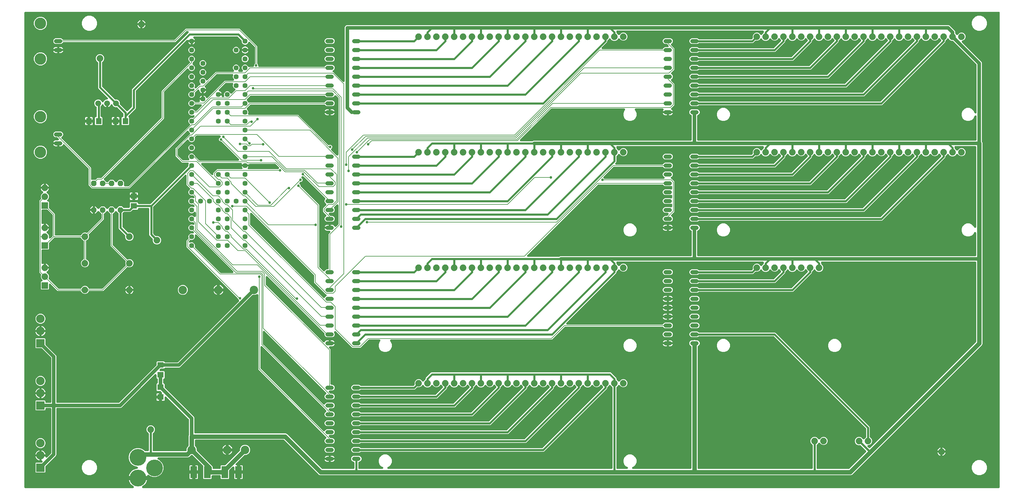
<source format=gbr>
G04 EAGLE Gerber RS-274X export*
G75*
%MOMM*%
%FSLAX34Y34*%
%LPD*%
%INTop Copper*%
%IPPOS*%
%AMOC8*
5,1,8,0,0,1.08239X$1,22.5*%
G01*
%ADD10P,1.732040X8X202.500000*%
%ADD11C,4.800000*%
%ADD12C,1.219200*%
%ADD13C,1.676400*%
%ADD14C,1.206400*%
%ADD15C,3.300000*%
%ADD16C,2.400000*%
%ADD17R,1.879600X1.879600*%
%ADD18C,1.879600*%
%ADD19R,2.413000X2.413000*%
%ADD20C,2.413000*%
%ADD21R,1.600000X1.800000*%
%ADD22R,1.800000X1.600000*%
%ADD23R,1.900000X3.400000*%
%ADD24C,1.447800*%
%ADD25C,1.168400*%
%ADD26C,0.914400*%
%ADD27C,0.203200*%
%ADD28C,0.762000*%
%ADD29C,0.609600*%
%ADD30C,1.016000*%
%ADD31C,1.270000*%
%ADD32C,1.016000*%

G36*
X314735Y5091D02*
X314735Y5091D01*
X314869Y5092D01*
X314981Y5111D01*
X315095Y5121D01*
X315224Y5153D01*
X315355Y5175D01*
X315463Y5212D01*
X315573Y5239D01*
X315696Y5292D01*
X315822Y5335D01*
X315922Y5389D01*
X316027Y5434D01*
X316139Y5505D01*
X316256Y5568D01*
X316347Y5638D01*
X316443Y5699D01*
X316542Y5788D01*
X316648Y5869D01*
X316726Y5952D01*
X316811Y6028D01*
X316894Y6131D01*
X316985Y6228D01*
X317049Y6323D01*
X317121Y6412D01*
X317186Y6527D01*
X317261Y6638D01*
X317308Y6741D01*
X317365Y6840D01*
X317411Y6965D01*
X317466Y7086D01*
X317497Y7196D01*
X317536Y7303D01*
X317562Y7433D01*
X317597Y7562D01*
X317609Y7675D01*
X317631Y7787D01*
X317635Y7920D01*
X317649Y8052D01*
X317643Y8166D01*
X317646Y8280D01*
X317629Y8412D01*
X317621Y8545D01*
X317597Y8656D01*
X317582Y8769D01*
X317543Y8897D01*
X317515Y9026D01*
X317472Y9132D01*
X317439Y9241D01*
X317381Y9361D01*
X317331Y9485D01*
X317273Y9582D01*
X317222Y9685D01*
X317146Y9793D01*
X317077Y9907D01*
X317003Y9994D01*
X316937Y10087D01*
X316844Y10181D01*
X316757Y10283D01*
X316691Y10335D01*
X316590Y10438D01*
X316275Y10668D01*
X316224Y10708D01*
X313818Y12220D01*
X311487Y14079D01*
X309379Y16187D01*
X307520Y18517D01*
X305934Y21042D01*
X304641Y23727D01*
X303656Y26541D01*
X303368Y27805D01*
X326152Y27805D01*
X326228Y27811D01*
X326304Y27809D01*
X326473Y27831D01*
X326644Y27845D01*
X326717Y27863D01*
X326793Y27873D01*
X326957Y27922D01*
X327122Y27963D01*
X327192Y27993D01*
X327265Y28015D01*
X327419Y28091D01*
X327576Y28158D01*
X327640Y28199D01*
X327708Y28232D01*
X327848Y28331D01*
X327992Y28423D01*
X328049Y28474D01*
X328111Y28518D01*
X328232Y28638D01*
X328360Y28752D01*
X328408Y28811D01*
X328462Y28865D01*
X328562Y29003D01*
X328670Y29136D01*
X328707Y29202D01*
X328752Y29263D01*
X328829Y29416D01*
X328914Y29564D01*
X328940Y29636D01*
X328974Y29704D01*
X329026Y29867D01*
X329085Y30027D01*
X329100Y30102D01*
X329123Y30174D01*
X329135Y30279D01*
X329180Y30511D01*
X329187Y30747D01*
X329199Y30852D01*
X329199Y36948D01*
X329193Y37024D01*
X329195Y37100D01*
X329173Y37269D01*
X329159Y37440D01*
X329141Y37514D01*
X329131Y37589D01*
X329082Y37753D01*
X329040Y37918D01*
X329010Y37988D01*
X328988Y38061D01*
X328913Y38215D01*
X328846Y38372D01*
X328805Y38436D01*
X328772Y38505D01*
X328673Y38644D01*
X328581Y38788D01*
X328530Y38845D01*
X328486Y38907D01*
X328366Y39028D01*
X328252Y39156D01*
X328193Y39204D01*
X328139Y39258D01*
X328001Y39358D01*
X327868Y39466D01*
X327802Y39503D01*
X327741Y39548D01*
X327588Y39625D01*
X327440Y39710D01*
X327368Y39736D01*
X327300Y39771D01*
X327137Y39822D01*
X326977Y39881D01*
X326902Y39896D01*
X326830Y39919D01*
X326725Y39931D01*
X326493Y39976D01*
X326257Y39983D01*
X326152Y39995D01*
X303368Y39995D01*
X303656Y41259D01*
X304641Y44073D01*
X305934Y46758D01*
X307520Y49283D01*
X309379Y51613D01*
X311487Y53721D01*
X313817Y55580D01*
X316342Y57166D01*
X319027Y58459D01*
X321841Y59444D01*
X324747Y60107D01*
X326318Y60284D01*
X326393Y60299D01*
X326469Y60305D01*
X326634Y60346D01*
X326802Y60379D01*
X326874Y60405D01*
X326947Y60423D01*
X327104Y60491D01*
X327265Y60550D01*
X327331Y60588D01*
X327401Y60618D01*
X327545Y60710D01*
X327693Y60794D01*
X327753Y60842D01*
X327817Y60883D01*
X327944Y60997D01*
X328077Y61104D01*
X328128Y61161D01*
X328185Y61212D01*
X328292Y61345D01*
X328406Y61472D01*
X328447Y61536D01*
X328495Y61596D01*
X328579Y61744D01*
X328671Y61888D01*
X328701Y61958D01*
X328739Y62024D01*
X328798Y62185D01*
X328865Y62342D01*
X328884Y62415D01*
X328910Y62487D01*
X328943Y62655D01*
X328984Y62820D01*
X328990Y62896D01*
X329005Y62971D01*
X329010Y63141D01*
X329024Y63312D01*
X329018Y63388D01*
X329020Y63464D01*
X328998Y63634D01*
X328984Y63804D01*
X328966Y63878D01*
X328956Y63953D01*
X328906Y64117D01*
X328865Y64283D01*
X328835Y64353D01*
X328813Y64426D01*
X328738Y64579D01*
X328671Y64736D01*
X328630Y64800D01*
X328596Y64869D01*
X328498Y65008D01*
X328406Y65152D01*
X328355Y65209D01*
X328311Y65271D01*
X328191Y65393D01*
X328077Y65520D01*
X328018Y65568D01*
X327964Y65622D01*
X327826Y65722D01*
X327693Y65830D01*
X327627Y65868D01*
X327566Y65912D01*
X327413Y65989D01*
X327264Y66074D01*
X327193Y66100D01*
X327125Y66135D01*
X326962Y66186D01*
X326802Y66245D01*
X326727Y66260D01*
X326655Y66283D01*
X326550Y66295D01*
X326318Y66340D01*
X326147Y66340D01*
X325977Y66359D01*
X325706Y66359D01*
X318956Y68168D01*
X312904Y71662D01*
X307962Y76604D01*
X304468Y82656D01*
X302659Y89406D01*
X302659Y96394D01*
X304468Y103144D01*
X307962Y109196D01*
X312904Y114138D01*
X318956Y117632D01*
X325706Y119441D01*
X332694Y119441D01*
X339444Y117632D01*
X345496Y114138D01*
X348251Y111383D01*
X348338Y111309D01*
X348418Y111228D01*
X348526Y111150D01*
X348627Y111064D01*
X348725Y111005D01*
X348817Y110938D01*
X348935Y110878D01*
X349050Y110809D01*
X349156Y110767D01*
X349258Y110715D01*
X349384Y110675D01*
X349508Y110626D01*
X349619Y110601D01*
X349728Y110567D01*
X349822Y110557D01*
X349989Y110519D01*
X350314Y110501D01*
X350406Y110491D01*
X357124Y110491D01*
X357200Y110497D01*
X357276Y110495D01*
X357445Y110517D01*
X357616Y110531D01*
X357690Y110549D01*
X357765Y110559D01*
X357929Y110608D01*
X358095Y110649D01*
X358164Y110679D01*
X358238Y110701D01*
X358391Y110777D01*
X358548Y110844D01*
X358612Y110885D01*
X358681Y110918D01*
X358820Y111017D01*
X358964Y111109D01*
X359021Y111160D01*
X359083Y111204D01*
X359204Y111324D01*
X359332Y111438D01*
X359380Y111497D01*
X359434Y111551D01*
X359535Y111689D01*
X359642Y111822D01*
X359679Y111888D01*
X359724Y111949D01*
X359801Y112102D01*
X359886Y112250D01*
X359912Y112322D01*
X359947Y112390D01*
X359998Y112553D01*
X360057Y112713D01*
X360072Y112788D01*
X360095Y112860D01*
X360107Y112965D01*
X360152Y113197D01*
X360159Y113433D01*
X360171Y113538D01*
X360171Y160163D01*
X360162Y160276D01*
X360163Y160391D01*
X360142Y160522D01*
X360131Y160654D01*
X360104Y160765D01*
X360086Y160878D01*
X360045Y161004D01*
X360013Y161133D01*
X359968Y161238D01*
X359932Y161347D01*
X359870Y161464D01*
X359818Y161587D01*
X359757Y161683D01*
X359704Y161784D01*
X359645Y161858D01*
X359553Y162003D01*
X359337Y162245D01*
X359279Y162317D01*
X355639Y165957D01*
X353821Y170345D01*
X353821Y175095D01*
X355639Y179483D01*
X358997Y182841D01*
X363385Y184659D01*
X368135Y184659D01*
X372523Y182841D01*
X375881Y179483D01*
X377699Y175095D01*
X377699Y170345D01*
X375881Y165957D01*
X372241Y162317D01*
X372167Y162230D01*
X372086Y162150D01*
X372008Y162043D01*
X371922Y161941D01*
X371863Y161843D01*
X371796Y161751D01*
X371736Y161633D01*
X371667Y161519D01*
X371625Y161413D01*
X371573Y161311D01*
X371533Y161184D01*
X371484Y161061D01*
X371459Y160949D01*
X371425Y160840D01*
X371415Y160747D01*
X371377Y160579D01*
X371359Y160255D01*
X371349Y160163D01*
X371349Y113538D01*
X371355Y113462D01*
X371353Y113386D01*
X371375Y113217D01*
X371389Y113046D01*
X371407Y112972D01*
X371417Y112897D01*
X371466Y112733D01*
X371507Y112567D01*
X371537Y112498D01*
X371559Y112424D01*
X371635Y112271D01*
X371702Y112114D01*
X371743Y112050D01*
X371776Y111981D01*
X371875Y111842D01*
X371967Y111698D01*
X372018Y111641D01*
X372062Y111579D01*
X372182Y111458D01*
X372296Y111330D01*
X372355Y111282D01*
X372409Y111228D01*
X372547Y111127D01*
X372680Y111020D01*
X372746Y110983D01*
X372807Y110938D01*
X372960Y110861D01*
X373108Y110776D01*
X373180Y110750D01*
X373248Y110715D01*
X373411Y110664D01*
X373571Y110605D01*
X373646Y110590D01*
X373718Y110567D01*
X373823Y110555D01*
X374055Y110510D01*
X374291Y110503D01*
X374396Y110491D01*
X464955Y110491D01*
X465069Y110500D01*
X465184Y110499D01*
X465315Y110520D01*
X465447Y110531D01*
X465558Y110558D01*
X465671Y110576D01*
X465797Y110618D01*
X465926Y110649D01*
X466031Y110695D01*
X466140Y110730D01*
X466257Y110792D01*
X466379Y110844D01*
X466476Y110905D01*
X466577Y110958D01*
X466651Y111017D01*
X466795Y111109D01*
X466942Y111240D01*
X466971Y111261D01*
X467028Y111317D01*
X467038Y111326D01*
X467110Y111384D01*
X467167Y111441D01*
X467241Y111527D01*
X467322Y111607D01*
X467400Y111715D01*
X467487Y111817D01*
X467545Y111914D01*
X467612Y112006D01*
X467672Y112125D01*
X467741Y112239D01*
X467783Y112345D01*
X467835Y112447D01*
X467875Y112574D01*
X467924Y112698D01*
X467949Y112809D01*
X467983Y112917D01*
X467993Y113011D01*
X468031Y113179D01*
X468049Y113502D01*
X468059Y113595D01*
X468059Y117192D01*
X470273Y122537D01*
X472817Y125080D01*
X472891Y125167D01*
X472972Y125248D01*
X473050Y125355D01*
X473136Y125456D01*
X473195Y125554D01*
X473262Y125647D01*
X473322Y125765D01*
X473391Y125879D01*
X473433Y125985D01*
X473485Y126087D01*
X473525Y126214D01*
X473574Y126337D01*
X473599Y126448D01*
X473633Y126557D01*
X473643Y126651D01*
X473681Y126819D01*
X473699Y127143D01*
X473709Y127235D01*
X473709Y154169D01*
X474747Y156675D01*
X474750Y156684D01*
X474755Y156692D01*
X474827Y156920D01*
X474899Y157144D01*
X474900Y157154D01*
X474903Y157163D01*
X474907Y157203D01*
X474972Y157632D01*
X474970Y157763D01*
X474979Y157841D01*
X474979Y200081D01*
X474970Y200195D01*
X474971Y200309D01*
X474950Y200441D01*
X474939Y200573D01*
X474912Y200684D01*
X474894Y200797D01*
X474853Y200923D01*
X474821Y201052D01*
X474776Y201157D01*
X474740Y201265D01*
X474678Y201383D01*
X474626Y201505D01*
X474565Y201601D01*
X474512Y201703D01*
X474453Y201776D01*
X474361Y201921D01*
X474277Y202015D01*
X474243Y202064D01*
X474149Y202159D01*
X474145Y202163D01*
X474087Y202236D01*
X410443Y265880D01*
X410414Y265905D01*
X410388Y265933D01*
X410226Y266064D01*
X410067Y266199D01*
X410034Y266219D01*
X410004Y266243D01*
X409824Y266346D01*
X409644Y266454D01*
X409609Y266468D01*
X409576Y266487D01*
X409380Y266560D01*
X409186Y266637D01*
X409149Y266645D01*
X409113Y266659D01*
X408908Y266699D01*
X408704Y266744D01*
X408666Y266746D01*
X408629Y266753D01*
X408421Y266760D01*
X408212Y266772D01*
X408174Y266767D01*
X408136Y266769D01*
X407929Y266741D01*
X407721Y266719D01*
X407685Y266709D01*
X407647Y266704D01*
X407447Y266644D01*
X407246Y266589D01*
X407211Y266573D01*
X407174Y266562D01*
X406987Y266470D01*
X406797Y266383D01*
X406765Y266362D01*
X406731Y266345D01*
X406561Y266224D01*
X406388Y266108D01*
X406360Y266081D01*
X406329Y266059D01*
X406180Y265913D01*
X406028Y265770D01*
X406005Y265739D01*
X405978Y265713D01*
X405855Y265544D01*
X405728Y265378D01*
X405710Y265345D01*
X405688Y265314D01*
X405594Y265128D01*
X405495Y264944D01*
X405483Y264907D01*
X405465Y264873D01*
X405403Y264675D01*
X405335Y264477D01*
X405329Y264439D01*
X405317Y264403D01*
X405307Y264311D01*
X405252Y263991D01*
X405251Y263819D01*
X405241Y263725D01*
X405241Y257065D01*
X405068Y256419D01*
X404733Y255840D01*
X404260Y255367D01*
X403681Y255032D01*
X403035Y254859D01*
X397699Y254859D01*
X397699Y264448D01*
X397693Y264524D01*
X397695Y264600D01*
X397673Y264769D01*
X397659Y264940D01*
X397641Y265013D01*
X397631Y265089D01*
X397582Y265253D01*
X397542Y265411D01*
X397585Y265527D01*
X397600Y265602D01*
X397623Y265674D01*
X397635Y265779D01*
X397680Y266011D01*
X397687Y266247D01*
X397699Y266352D01*
X397699Y277361D01*
X397690Y277475D01*
X397691Y277589D01*
X397670Y277721D01*
X397659Y277853D01*
X397632Y277964D01*
X397614Y278077D01*
X397573Y278203D01*
X397541Y278332D01*
X397496Y278437D01*
X397460Y278545D01*
X397398Y278663D01*
X397346Y278785D01*
X397285Y278881D01*
X397232Y278983D01*
X397173Y279056D01*
X397081Y279201D01*
X396865Y279443D01*
X396807Y279516D01*
X394356Y281967D01*
X394269Y282041D01*
X394189Y282122D01*
X394081Y282200D01*
X393980Y282286D01*
X393882Y282345D01*
X393790Y282412D01*
X393671Y282472D01*
X393557Y282541D01*
X393451Y282583D01*
X393349Y282635D01*
X393223Y282675D01*
X393099Y282724D01*
X392988Y282749D01*
X392879Y282783D01*
X392785Y282793D01*
X392618Y282831D01*
X392293Y282849D01*
X392201Y282859D01*
X383648Y282859D01*
X382159Y284348D01*
X382159Y302452D01*
X383734Y304027D01*
X383837Y304058D01*
X384003Y304099D01*
X384072Y304129D01*
X384146Y304151D01*
X384299Y304227D01*
X384456Y304294D01*
X384520Y304335D01*
X384589Y304368D01*
X384728Y304467D01*
X384872Y304559D01*
X384929Y304610D01*
X384991Y304654D01*
X385112Y304774D01*
X385240Y304888D01*
X385288Y304947D01*
X385342Y305001D01*
X385443Y305139D01*
X385550Y305272D01*
X385587Y305338D01*
X385632Y305399D01*
X385709Y305552D01*
X385794Y305700D01*
X385820Y305772D01*
X385855Y305840D01*
X385906Y306003D01*
X385965Y306163D01*
X385980Y306238D01*
X386003Y306310D01*
X386015Y306415D01*
X386060Y306647D01*
X386067Y306883D01*
X386079Y306988D01*
X386079Y315312D01*
X386073Y315388D01*
X386075Y315464D01*
X386053Y315633D01*
X386039Y315804D01*
X386021Y315878D01*
X386011Y315953D01*
X385962Y316117D01*
X385921Y316283D01*
X385891Y316352D01*
X385869Y316426D01*
X385793Y316579D01*
X385726Y316736D01*
X385685Y316800D01*
X385652Y316869D01*
X385553Y317008D01*
X385461Y317152D01*
X385410Y317209D01*
X385366Y317271D01*
X385246Y317392D01*
X385132Y317520D01*
X385073Y317568D01*
X385019Y317622D01*
X384881Y317723D01*
X384748Y317830D01*
X384682Y317867D01*
X384621Y317912D01*
X384468Y317989D01*
X384320Y318074D01*
X384248Y318100D01*
X384180Y318135D01*
X384017Y318186D01*
X383857Y318245D01*
X383782Y318260D01*
X383730Y318276D01*
X382159Y319848D01*
X382159Y327944D01*
X382156Y327982D01*
X382158Y328020D01*
X382136Y328227D01*
X382119Y328435D01*
X382110Y328472D01*
X382106Y328510D01*
X382051Y328711D01*
X382001Y328914D01*
X381986Y328949D01*
X381975Y328986D01*
X381888Y329176D01*
X381806Y329368D01*
X381786Y329400D01*
X381770Y329434D01*
X381653Y329608D01*
X381541Y329784D01*
X381516Y329812D01*
X381494Y329844D01*
X381351Y329996D01*
X381212Y330151D01*
X381183Y330175D01*
X381157Y330203D01*
X380991Y330330D01*
X380828Y330461D01*
X380795Y330480D01*
X380765Y330504D01*
X380581Y330602D01*
X380400Y330705D01*
X380364Y330719D01*
X380330Y330737D01*
X380133Y330804D01*
X379937Y330877D01*
X379900Y330884D01*
X379864Y330897D01*
X379657Y330932D01*
X379453Y330972D01*
X379415Y330973D01*
X379377Y330979D01*
X379168Y330981D01*
X378960Y330987D01*
X378922Y330982D01*
X378884Y330982D01*
X378677Y330950D01*
X378471Y330923D01*
X378434Y330912D01*
X378397Y330906D01*
X378198Y330840D01*
X377999Y330780D01*
X377964Y330763D01*
X377928Y330751D01*
X377743Y330655D01*
X377555Y330563D01*
X377524Y330541D01*
X377490Y330524D01*
X377418Y330466D01*
X377153Y330278D01*
X377031Y330157D01*
X376957Y330098D01*
X284559Y237700D01*
X282129Y235270D01*
X279515Y234187D01*
X99060Y234187D01*
X98984Y234181D01*
X98908Y234183D01*
X98739Y234161D01*
X98568Y234147D01*
X98494Y234129D01*
X98419Y234119D01*
X98255Y234070D01*
X98089Y234029D01*
X98020Y233999D01*
X97946Y233977D01*
X97793Y233901D01*
X97636Y233834D01*
X97572Y233793D01*
X97503Y233760D01*
X97364Y233661D01*
X97220Y233569D01*
X97163Y233518D01*
X97101Y233474D01*
X96980Y233354D01*
X96852Y233240D01*
X96804Y233181D01*
X96750Y233127D01*
X96649Y232989D01*
X96542Y232856D01*
X96505Y232790D01*
X96460Y232729D01*
X96383Y232576D01*
X96298Y232428D01*
X96272Y232356D01*
X96237Y232288D01*
X96186Y232125D01*
X96127Y231965D01*
X96112Y231890D01*
X96089Y231818D01*
X96077Y231713D01*
X96032Y231481D01*
X96025Y231245D01*
X96013Y231140D01*
X96013Y100185D01*
X94930Y97571D01*
X65790Y68431D01*
X65716Y68344D01*
X65635Y68264D01*
X65557Y68157D01*
X65471Y68055D01*
X65412Y67957D01*
X65345Y67865D01*
X65285Y67747D01*
X65216Y67633D01*
X65174Y67527D01*
X65122Y67425D01*
X65082Y67298D01*
X65033Y67175D01*
X65008Y67063D01*
X64974Y66954D01*
X64964Y66861D01*
X64926Y66693D01*
X64908Y66369D01*
X64898Y66277D01*
X64898Y50593D01*
X63707Y49402D01*
X37893Y49402D01*
X36702Y50593D01*
X36702Y76407D01*
X37893Y77598D01*
X53577Y77598D01*
X53690Y77607D01*
X53804Y77606D01*
X53936Y77627D01*
X54068Y77638D01*
X54179Y77665D01*
X54292Y77683D01*
X54418Y77724D01*
X54547Y77756D01*
X54652Y77801D01*
X54760Y77837D01*
X54878Y77899D01*
X55001Y77951D01*
X55097Y78012D01*
X55198Y78065D01*
X55272Y78124D01*
X55417Y78216D01*
X55658Y78432D01*
X55731Y78490D01*
X56209Y78968D01*
X56363Y79149D01*
X56518Y79329D01*
X56523Y79337D01*
X56529Y79344D01*
X56651Y79546D01*
X56775Y79750D01*
X56779Y79759D01*
X56784Y79767D01*
X56871Y79985D01*
X56961Y80207D01*
X56963Y80216D01*
X56967Y80225D01*
X57017Y80452D01*
X57071Y80688D01*
X57071Y80697D01*
X57073Y80707D01*
X57087Y80943D01*
X57102Y81180D01*
X57101Y81190D01*
X57101Y81199D01*
X57076Y81435D01*
X57052Y81671D01*
X57050Y81680D01*
X57049Y81690D01*
X56986Y81918D01*
X56925Y82148D01*
X56921Y82156D01*
X56918Y82165D01*
X56820Y82380D01*
X56722Y82597D01*
X56717Y82605D01*
X56713Y82614D01*
X56580Y82811D01*
X56449Y83008D01*
X56442Y83015D01*
X56437Y83023D01*
X56275Y83196D01*
X56113Y83370D01*
X56106Y83376D01*
X56099Y83383D01*
X55911Y83527D01*
X55724Y83673D01*
X55716Y83677D01*
X55708Y83683D01*
X55497Y83796D01*
X55290Y83909D01*
X55282Y83912D01*
X55273Y83916D01*
X55048Y83993D01*
X54825Y84072D01*
X54815Y84073D01*
X54807Y84076D01*
X54574Y84116D01*
X54339Y84157D01*
X54331Y84157D01*
X54320Y84159D01*
X53847Y84162D01*
X53847Y95453D01*
X65146Y95453D01*
X65144Y95404D01*
X65130Y95169D01*
X65131Y95160D01*
X65131Y95150D01*
X65158Y94914D01*
X65183Y94679D01*
X65185Y94669D01*
X65186Y94660D01*
X65251Y94431D01*
X65313Y94203D01*
X65317Y94194D01*
X65320Y94185D01*
X65419Y93972D01*
X65519Y93754D01*
X65524Y93746D01*
X65528Y93738D01*
X65662Y93542D01*
X65794Y93345D01*
X65801Y93338D01*
X65806Y93330D01*
X65970Y93158D01*
X66132Y92986D01*
X66140Y92980D01*
X66146Y92973D01*
X66337Y92829D01*
X66524Y92685D01*
X66532Y92681D01*
X66540Y92675D01*
X66750Y92564D01*
X66958Y92452D01*
X66967Y92449D01*
X66976Y92445D01*
X67199Y92369D01*
X67425Y92292D01*
X67435Y92290D01*
X67443Y92287D01*
X67674Y92250D01*
X67911Y92209D01*
X67921Y92209D01*
X67930Y92208D01*
X68166Y92208D01*
X68405Y92206D01*
X68414Y92208D01*
X68424Y92208D01*
X68657Y92246D01*
X68892Y92283D01*
X68901Y92286D01*
X68911Y92288D01*
X69134Y92363D01*
X69361Y92437D01*
X69369Y92442D01*
X69378Y92445D01*
X69586Y92554D01*
X69798Y92665D01*
X69805Y92670D01*
X69814Y92675D01*
X70208Y92973D01*
X70280Y93049D01*
X70332Y93090D01*
X80895Y103654D01*
X80969Y103741D01*
X81050Y103821D01*
X81128Y103928D01*
X81214Y104030D01*
X81273Y104127D01*
X81340Y104220D01*
X81400Y104338D01*
X81469Y104452D01*
X81511Y104558D01*
X81563Y104660D01*
X81603Y104787D01*
X81652Y104910D01*
X81677Y105022D01*
X81711Y105131D01*
X81721Y105224D01*
X81759Y105392D01*
X81777Y105716D01*
X81787Y105808D01*
X81787Y231140D01*
X81781Y231216D01*
X81783Y231292D01*
X81761Y231461D01*
X81747Y231632D01*
X81729Y231706D01*
X81719Y231781D01*
X81670Y231945D01*
X81629Y232111D01*
X81599Y232180D01*
X81577Y232254D01*
X81501Y232407D01*
X81434Y232564D01*
X81393Y232628D01*
X81360Y232697D01*
X81261Y232836D01*
X81169Y232980D01*
X81118Y233037D01*
X81074Y233099D01*
X80954Y233220D01*
X80840Y233348D01*
X80781Y233396D01*
X80727Y233450D01*
X80589Y233551D01*
X80456Y233658D01*
X80390Y233695D01*
X80329Y233740D01*
X80176Y233817D01*
X80028Y233902D01*
X79956Y233928D01*
X79888Y233963D01*
X79725Y234014D01*
X79565Y234073D01*
X79490Y234088D01*
X79418Y234111D01*
X79313Y234123D01*
X79081Y234168D01*
X78845Y234175D01*
X78740Y234187D01*
X67945Y234187D01*
X67869Y234181D01*
X67793Y234183D01*
X67624Y234161D01*
X67453Y234147D01*
X67379Y234129D01*
X67304Y234119D01*
X67140Y234070D01*
X66974Y234029D01*
X66905Y233999D01*
X66831Y233977D01*
X66678Y233901D01*
X66521Y233834D01*
X66457Y233793D01*
X66388Y233760D01*
X66249Y233661D01*
X66105Y233569D01*
X66048Y233518D01*
X65986Y233474D01*
X65865Y233354D01*
X65737Y233240D01*
X65689Y233181D01*
X65635Y233127D01*
X65534Y232989D01*
X65427Y232856D01*
X65390Y232790D01*
X65345Y232729D01*
X65268Y232576D01*
X65183Y232428D01*
X65157Y232356D01*
X65122Y232288D01*
X65071Y232125D01*
X65012Y231965D01*
X64997Y231890D01*
X64974Y231818D01*
X64962Y231713D01*
X64917Y231481D01*
X64910Y231245D01*
X64898Y231140D01*
X64898Y228393D01*
X63707Y227202D01*
X37893Y227202D01*
X36702Y228393D01*
X36702Y254207D01*
X37893Y255398D01*
X63707Y255398D01*
X64898Y254207D01*
X64898Y251460D01*
X64904Y251384D01*
X64902Y251308D01*
X64924Y251139D01*
X64938Y250968D01*
X64956Y250894D01*
X64966Y250819D01*
X65015Y250655D01*
X65056Y250489D01*
X65086Y250420D01*
X65108Y250346D01*
X65184Y250193D01*
X65251Y250036D01*
X65292Y249972D01*
X65325Y249903D01*
X65424Y249764D01*
X65516Y249620D01*
X65567Y249563D01*
X65611Y249501D01*
X65731Y249380D01*
X65845Y249252D01*
X65904Y249204D01*
X65958Y249150D01*
X66096Y249049D01*
X66229Y248942D01*
X66295Y248905D01*
X66356Y248860D01*
X66509Y248783D01*
X66657Y248698D01*
X66729Y248672D01*
X66797Y248637D01*
X66960Y248586D01*
X67120Y248527D01*
X67195Y248512D01*
X67267Y248489D01*
X67372Y248477D01*
X67604Y248432D01*
X67840Y248425D01*
X67945Y248413D01*
X78740Y248413D01*
X78816Y248419D01*
X78892Y248417D01*
X79061Y248439D01*
X79232Y248453D01*
X79306Y248471D01*
X79381Y248481D01*
X79545Y248530D01*
X79711Y248571D01*
X79780Y248601D01*
X79854Y248623D01*
X80007Y248699D01*
X80164Y248766D01*
X80228Y248807D01*
X80297Y248840D01*
X80436Y248939D01*
X80580Y249031D01*
X80637Y249082D01*
X80699Y249126D01*
X80820Y249246D01*
X80948Y249360D01*
X80996Y249419D01*
X81050Y249473D01*
X81151Y249611D01*
X81258Y249744D01*
X81295Y249810D01*
X81340Y249871D01*
X81417Y250024D01*
X81502Y250172D01*
X81528Y250244D01*
X81563Y250312D01*
X81614Y250475D01*
X81673Y250635D01*
X81688Y250710D01*
X81711Y250782D01*
X81723Y250887D01*
X81768Y251119D01*
X81775Y251355D01*
X81787Y251460D01*
X81787Y376792D01*
X81778Y376905D01*
X81779Y377020D01*
X81758Y377151D01*
X81747Y377283D01*
X81720Y377394D01*
X81702Y377507D01*
X81661Y377633D01*
X81629Y377762D01*
X81584Y377867D01*
X81548Y377976D01*
X81486Y378093D01*
X81434Y378216D01*
X81373Y378312D01*
X81320Y378413D01*
X81261Y378487D01*
X81169Y378632D01*
X81043Y378773D01*
X81021Y378804D01*
X80960Y378865D01*
X80953Y378874D01*
X80895Y378946D01*
X55731Y404110D01*
X55644Y404184D01*
X55564Y404265D01*
X55457Y404343D01*
X55355Y404429D01*
X55257Y404488D01*
X55165Y404555D01*
X55047Y404615D01*
X54933Y404684D01*
X54827Y404726D01*
X54725Y404778D01*
X54598Y404818D01*
X54475Y404867D01*
X54363Y404892D01*
X54254Y404926D01*
X54161Y404936D01*
X53993Y404974D01*
X53669Y404992D01*
X53577Y405002D01*
X37893Y405002D01*
X36702Y406193D01*
X36702Y432007D01*
X37893Y433198D01*
X63707Y433198D01*
X64898Y432007D01*
X64898Y416323D01*
X64907Y416210D01*
X64906Y416095D01*
X64927Y415964D01*
X64938Y415832D01*
X64965Y415721D01*
X64983Y415608D01*
X65024Y415482D01*
X65056Y415353D01*
X65101Y415248D01*
X65137Y415139D01*
X65199Y415022D01*
X65251Y414899D01*
X65312Y414803D01*
X65365Y414702D01*
X65424Y414628D01*
X65516Y414483D01*
X65732Y414241D01*
X65790Y414169D01*
X94930Y385029D01*
X96013Y382415D01*
X96013Y251460D01*
X96019Y251384D01*
X96017Y251308D01*
X96039Y251139D01*
X96053Y250968D01*
X96071Y250894D01*
X96081Y250819D01*
X96130Y250655D01*
X96171Y250489D01*
X96201Y250420D01*
X96223Y250346D01*
X96299Y250193D01*
X96366Y250036D01*
X96407Y249972D01*
X96440Y249903D01*
X96539Y249764D01*
X96631Y249620D01*
X96682Y249563D01*
X96726Y249501D01*
X96846Y249380D01*
X96960Y249252D01*
X97019Y249204D01*
X97073Y249150D01*
X97211Y249049D01*
X97344Y248942D01*
X97410Y248905D01*
X97471Y248860D01*
X97624Y248783D01*
X97772Y248698D01*
X97844Y248672D01*
X97912Y248637D01*
X98075Y248586D01*
X98235Y248527D01*
X98310Y248512D01*
X98382Y248489D01*
X98487Y248477D01*
X98719Y248432D01*
X98955Y248425D01*
X99060Y248413D01*
X273892Y248413D01*
X274005Y248422D01*
X274120Y248421D01*
X274251Y248442D01*
X274383Y248453D01*
X274494Y248480D01*
X274607Y248498D01*
X274733Y248539D01*
X274862Y248571D01*
X274967Y248616D01*
X275076Y248652D01*
X275193Y248714D01*
X275316Y248766D01*
X275412Y248827D01*
X275513Y248880D01*
X275587Y248939D01*
X275732Y249031D01*
X275974Y249247D01*
X276046Y249305D01*
X381775Y355034D01*
X381849Y355121D01*
X381930Y355201D01*
X382008Y355308D01*
X382094Y355410D01*
X382153Y355508D01*
X382220Y355600D01*
X382280Y355718D01*
X382349Y355832D01*
X382391Y355938D01*
X382443Y356040D01*
X382483Y356167D01*
X382532Y356290D01*
X382557Y356402D01*
X382591Y356511D01*
X382601Y356604D01*
X382639Y356772D01*
X382657Y357096D01*
X382667Y357188D01*
X382667Y365742D01*
X383858Y366933D01*
X403542Y366933D01*
X405569Y364905D01*
X405656Y364831D01*
X405737Y364750D01*
X405844Y364672D01*
X405945Y364586D01*
X406043Y364527D01*
X406136Y364460D01*
X406254Y364400D01*
X406368Y364331D01*
X406474Y364289D01*
X406576Y364237D01*
X406703Y364197D01*
X406826Y364148D01*
X406937Y364123D01*
X407046Y364089D01*
X407140Y364079D01*
X407308Y364041D01*
X407632Y364023D01*
X407724Y364013D01*
X441592Y364013D01*
X441705Y364022D01*
X441820Y364021D01*
X441951Y364042D01*
X442083Y364053D01*
X442194Y364080D01*
X442307Y364098D01*
X442433Y364139D01*
X442562Y364171D01*
X442667Y364216D01*
X442776Y364252D01*
X442893Y364314D01*
X443016Y364366D01*
X443112Y364427D01*
X443213Y364480D01*
X443287Y364539D01*
X443432Y364631D01*
X443674Y364847D01*
X443746Y364905D01*
X617334Y538493D01*
X617384Y538551D01*
X617439Y538604D01*
X617543Y538739D01*
X617654Y538869D01*
X617693Y538935D01*
X617740Y538995D01*
X617820Y539145D01*
X617908Y539292D01*
X617937Y539363D01*
X617973Y539430D01*
X618028Y539591D01*
X618092Y539750D01*
X618108Y539824D01*
X618133Y539896D01*
X618161Y540065D01*
X618198Y540232D01*
X618203Y540308D01*
X618215Y540383D01*
X618216Y540554D01*
X618226Y540724D01*
X618218Y540800D01*
X618218Y540876D01*
X618192Y541045D01*
X618174Y541215D01*
X618154Y541288D01*
X618142Y541363D01*
X618088Y541526D01*
X618043Y541690D01*
X618011Y541760D01*
X617987Y541832D01*
X617909Y541984D01*
X617837Y542139D01*
X617795Y542202D01*
X617760Y542270D01*
X617694Y542352D01*
X617562Y542548D01*
X617400Y542720D01*
X617334Y542803D01*
X615823Y544314D01*
X614702Y547020D01*
X614694Y547045D01*
X614632Y547163D01*
X614580Y547285D01*
X614519Y547381D01*
X614466Y547482D01*
X614407Y547556D01*
X614315Y547701D01*
X614223Y547804D01*
X614183Y547858D01*
X614118Y547921D01*
X614099Y547943D01*
X614041Y548016D01*
X468839Y693217D01*
X468375Y694338D01*
X468375Y712822D01*
X468839Y713943D01*
X472950Y718054D01*
X473091Y718219D01*
X473236Y718384D01*
X473251Y718408D01*
X473269Y718429D01*
X473382Y718617D01*
X473498Y718801D01*
X473509Y718827D01*
X473524Y718852D01*
X473605Y719055D01*
X473690Y719256D01*
X473697Y719284D01*
X473707Y719310D01*
X473754Y719523D01*
X473806Y719736D01*
X473808Y719764D01*
X473814Y719792D01*
X473826Y720010D01*
X473842Y720228D01*
X473840Y720256D01*
X473842Y720284D01*
X473818Y720502D01*
X473799Y720719D01*
X473793Y720742D01*
X473789Y720775D01*
X473659Y721251D01*
X473625Y721324D01*
X473610Y721374D01*
X473328Y722056D01*
X473328Y725744D01*
X474740Y729152D01*
X477348Y731760D01*
X480756Y733172D01*
X484444Y733172D01*
X484713Y733060D01*
X484849Y733017D01*
X484981Y732964D01*
X485083Y732941D01*
X485183Y732909D01*
X485324Y732888D01*
X485463Y732857D01*
X485567Y732851D01*
X485671Y732836D01*
X485813Y732837D01*
X485955Y732829D01*
X486059Y732840D01*
X486164Y732842D01*
X486304Y732866D01*
X486446Y732882D01*
X486547Y732909D01*
X486650Y732927D01*
X486784Y732974D01*
X486922Y733012D01*
X487017Y733056D01*
X487115Y733090D01*
X487240Y733158D01*
X487370Y733218D01*
X487457Y733276D01*
X487549Y733326D01*
X487661Y733414D01*
X487779Y733493D01*
X487856Y733565D01*
X487938Y733629D01*
X488035Y733734D01*
X488139Y733831D01*
X488203Y733914D01*
X488274Y733991D01*
X488353Y734109D01*
X488439Y734223D01*
X488489Y734315D01*
X488546Y734402D01*
X488605Y734532D01*
X488672Y734657D01*
X488706Y734756D01*
X488749Y734851D01*
X488786Y734989D01*
X488832Y735124D01*
X488850Y735227D01*
X488877Y735328D01*
X488891Y735470D01*
X488915Y735610D01*
X488916Y735715D01*
X488926Y735819D01*
X488917Y735961D01*
X488918Y736104D01*
X488902Y736207D01*
X488895Y736311D01*
X488864Y736450D01*
X488841Y736591D01*
X488809Y736690D01*
X488786Y736792D01*
X488732Y736924D01*
X488687Y737060D01*
X488639Y737152D01*
X488600Y737249D01*
X488525Y737371D01*
X488459Y737497D01*
X488410Y737559D01*
X488342Y737670D01*
X488059Y737999D01*
X488034Y738030D01*
X486929Y739136D01*
X486842Y739210D01*
X486761Y739291D01*
X486654Y739369D01*
X486553Y739455D01*
X486455Y739514D01*
X486363Y739581D01*
X486244Y739641D01*
X486130Y739710D01*
X486024Y739752D01*
X485922Y739804D01*
X485795Y739844D01*
X485672Y739893D01*
X485561Y739918D01*
X485452Y739952D01*
X485358Y739962D01*
X485190Y740000D01*
X484866Y740018D01*
X484774Y740028D01*
X480756Y740028D01*
X477348Y741440D01*
X474740Y744048D01*
X473328Y747456D01*
X473328Y751144D01*
X474740Y754552D01*
X477348Y757160D01*
X480756Y758572D01*
X484444Y758572D01*
X486448Y757742D01*
X486583Y757698D01*
X486716Y757645D01*
X486818Y757623D01*
X486917Y757591D01*
X487058Y757569D01*
X487197Y757539D01*
X487302Y757533D01*
X487405Y757517D01*
X487547Y757519D01*
X487690Y757511D01*
X487794Y757522D01*
X487898Y757523D01*
X488039Y757548D01*
X488180Y757563D01*
X488281Y757591D01*
X488384Y757609D01*
X488519Y757656D01*
X488656Y757694D01*
X488751Y757737D01*
X488850Y757772D01*
X488975Y757840D01*
X489105Y757899D01*
X489191Y757958D01*
X489283Y758008D01*
X489396Y758095D01*
X489514Y758175D01*
X489590Y758246D01*
X489673Y758311D01*
X489770Y758415D01*
X489873Y758513D01*
X489937Y758596D01*
X490008Y758672D01*
X490087Y758791D01*
X490174Y758904D01*
X490223Y758996D01*
X490281Y759083D01*
X490340Y759213D01*
X490407Y759339D01*
X490441Y759438D01*
X490484Y759533D01*
X490521Y759670D01*
X490567Y759805D01*
X490584Y759909D01*
X490611Y760010D01*
X490626Y760151D01*
X490650Y760292D01*
X490650Y760397D01*
X490661Y760500D01*
X490652Y760643D01*
X490653Y760785D01*
X490636Y760888D01*
X490630Y760993D01*
X490598Y761132D01*
X490576Y761273D01*
X490543Y761372D01*
X490520Y761474D01*
X490466Y761606D01*
X490422Y761741D01*
X490373Y761834D01*
X490334Y761931D01*
X490260Y762052D01*
X490194Y762179D01*
X490145Y762240D01*
X490077Y762352D01*
X489793Y762681D01*
X489769Y762712D01*
X487728Y764752D01*
X487562Y764894D01*
X487398Y765038D01*
X487374Y765053D01*
X487352Y765072D01*
X487164Y765185D01*
X486980Y765301D01*
X486954Y765312D01*
X486930Y765326D01*
X486726Y765408D01*
X486525Y765492D01*
X486498Y765499D01*
X486471Y765510D01*
X486258Y765557D01*
X486046Y765608D01*
X486018Y765610D01*
X485990Y765616D01*
X485771Y765629D01*
X485554Y765645D01*
X485526Y765642D01*
X485497Y765644D01*
X485280Y765621D01*
X485062Y765602D01*
X485040Y765595D01*
X485007Y765592D01*
X484531Y765461D01*
X484459Y765428D01*
X480756Y765428D01*
X477348Y766840D01*
X474740Y769448D01*
X473328Y772856D01*
X473328Y776544D01*
X474740Y779952D01*
X477348Y782560D01*
X480756Y783972D01*
X484444Y783972D01*
X487852Y782560D01*
X489589Y780823D01*
X489618Y780798D01*
X489644Y780770D01*
X489806Y780639D01*
X489965Y780503D01*
X489998Y780484D01*
X490028Y780460D01*
X490209Y780357D01*
X490388Y780249D01*
X490423Y780235D01*
X490456Y780216D01*
X490652Y780143D01*
X490846Y780066D01*
X490883Y780058D01*
X490919Y780044D01*
X491124Y780004D01*
X491328Y779959D01*
X491366Y779957D01*
X491403Y779950D01*
X491611Y779943D01*
X491820Y779931D01*
X491858Y779935D01*
X491896Y779934D01*
X492103Y779961D01*
X492311Y779984D01*
X492347Y779994D01*
X492385Y779999D01*
X492585Y780059D01*
X492786Y780114D01*
X492821Y780130D01*
X492858Y780141D01*
X493045Y780233D01*
X493235Y780320D01*
X493266Y780341D01*
X493301Y780358D01*
X493471Y780479D01*
X493644Y780595D01*
X493672Y780621D01*
X493703Y780643D01*
X493851Y780790D01*
X494004Y780933D01*
X494027Y780963D01*
X494054Y780990D01*
X494177Y781159D01*
X494304Y781325D01*
X494322Y781358D01*
X494344Y781389D01*
X494438Y781575D01*
X494537Y781759D01*
X494550Y781795D01*
X494567Y781829D01*
X494629Y782029D01*
X494697Y782226D01*
X494703Y782263D01*
X494715Y782300D01*
X494725Y782393D01*
X494780Y782712D01*
X494781Y782884D01*
X494791Y782978D01*
X494791Y791822D01*
X494788Y791860D01*
X494790Y791898D01*
X494768Y792106D01*
X494751Y792314D01*
X494742Y792351D01*
X494738Y792389D01*
X494683Y792590D01*
X494633Y792793D01*
X494618Y792828D01*
X494607Y792865D01*
X494520Y793055D01*
X494438Y793246D01*
X494418Y793279D01*
X494402Y793313D01*
X494285Y793486D01*
X494173Y793662D01*
X494148Y793691D01*
X494126Y793722D01*
X493983Y793875D01*
X493844Y794030D01*
X493815Y794054D01*
X493789Y794082D01*
X493623Y794209D01*
X493460Y794340D01*
X493427Y794359D01*
X493397Y794382D01*
X493213Y794481D01*
X493032Y794584D01*
X492996Y794597D01*
X492962Y794615D01*
X492765Y794683D01*
X492569Y794756D01*
X492532Y794763D01*
X492496Y794775D01*
X492289Y794810D01*
X492085Y794850D01*
X492047Y794852D01*
X492009Y794858D01*
X491800Y794859D01*
X491592Y794866D01*
X491554Y794861D01*
X491516Y794861D01*
X491309Y794829D01*
X491103Y794801D01*
X491066Y794790D01*
X491029Y794784D01*
X490830Y794719D01*
X490631Y794659D01*
X490596Y794642D01*
X490560Y794630D01*
X490375Y794534D01*
X490187Y794442D01*
X490156Y794420D01*
X490122Y794402D01*
X490050Y794344D01*
X489785Y794157D01*
X489663Y794036D01*
X489589Y793977D01*
X487852Y792240D01*
X484444Y790828D01*
X480756Y790828D01*
X477348Y792240D01*
X474740Y794848D01*
X473328Y798256D01*
X473328Y801944D01*
X474740Y805352D01*
X477348Y807960D01*
X480756Y809372D01*
X484444Y809372D01*
X486448Y808542D01*
X486583Y808498D01*
X486716Y808445D01*
X486818Y808423D01*
X486917Y808391D01*
X487058Y808369D01*
X487197Y808339D01*
X487302Y808333D01*
X487405Y808317D01*
X487547Y808319D01*
X487690Y808311D01*
X487794Y808322D01*
X487898Y808323D01*
X488039Y808348D01*
X488180Y808363D01*
X488281Y808391D01*
X488384Y808409D01*
X488519Y808456D01*
X488656Y808494D01*
X488751Y808537D01*
X488850Y808572D01*
X488975Y808640D01*
X489105Y808699D01*
X489191Y808758D01*
X489283Y808808D01*
X489396Y808895D01*
X489514Y808975D01*
X489590Y809046D01*
X489673Y809111D01*
X489770Y809215D01*
X489873Y809313D01*
X489937Y809396D01*
X490008Y809472D01*
X490087Y809591D01*
X490174Y809704D01*
X490223Y809796D01*
X490281Y809883D01*
X490339Y810013D01*
X490407Y810139D01*
X490441Y810238D01*
X490484Y810333D01*
X490521Y810471D01*
X490567Y810605D01*
X490584Y810709D01*
X490611Y810810D01*
X490626Y810951D01*
X490649Y811092D01*
X490650Y811197D01*
X490661Y811300D01*
X490652Y811443D01*
X490653Y811585D01*
X490636Y811688D01*
X490630Y811793D01*
X490598Y811932D01*
X490576Y812073D01*
X490543Y812172D01*
X490520Y812274D01*
X490466Y812406D01*
X490422Y812541D01*
X490373Y812634D01*
X490334Y812731D01*
X490260Y812852D01*
X490194Y812979D01*
X490145Y813040D01*
X490077Y813152D01*
X489794Y813480D01*
X489769Y813512D01*
X487728Y815552D01*
X487562Y815694D01*
X487398Y815838D01*
X487374Y815853D01*
X487352Y815872D01*
X487165Y815985D01*
X486980Y816101D01*
X486954Y816112D01*
X486930Y816126D01*
X486727Y816207D01*
X486525Y816292D01*
X486498Y816299D01*
X486472Y816310D01*
X486258Y816357D01*
X486046Y816408D01*
X486018Y816410D01*
X485990Y816416D01*
X485771Y816429D01*
X485554Y816445D01*
X485526Y816442D01*
X485497Y816444D01*
X485280Y816421D01*
X485062Y816402D01*
X485040Y816395D01*
X485007Y816392D01*
X484531Y816261D01*
X484460Y816228D01*
X480756Y816228D01*
X477348Y817640D01*
X474740Y820248D01*
X473328Y823656D01*
X473328Y827344D01*
X474740Y830752D01*
X477348Y833360D01*
X480756Y834772D01*
X484444Y834772D01*
X486448Y833942D01*
X486583Y833898D01*
X486716Y833845D01*
X486818Y833823D01*
X486917Y833791D01*
X487058Y833769D01*
X487197Y833739D01*
X487302Y833733D01*
X487405Y833717D01*
X487547Y833719D01*
X487690Y833711D01*
X487794Y833722D01*
X487898Y833723D01*
X488039Y833748D01*
X488180Y833763D01*
X488281Y833791D01*
X488384Y833809D01*
X488519Y833856D01*
X488656Y833894D01*
X488751Y833937D01*
X488850Y833972D01*
X488975Y834040D01*
X489105Y834099D01*
X489191Y834158D01*
X489283Y834208D01*
X489396Y834295D01*
X489514Y834375D01*
X489590Y834446D01*
X489673Y834511D01*
X489770Y834615D01*
X489873Y834713D01*
X489937Y834796D01*
X490008Y834872D01*
X490087Y834991D01*
X490174Y835104D01*
X490223Y835196D01*
X490281Y835283D01*
X490339Y835413D01*
X490407Y835539D01*
X490441Y835638D01*
X490484Y835733D01*
X490521Y835871D01*
X490567Y836005D01*
X490584Y836109D01*
X490611Y836210D01*
X490626Y836351D01*
X490649Y836492D01*
X490650Y836597D01*
X490661Y836700D01*
X490652Y836843D01*
X490653Y836985D01*
X490636Y837088D01*
X490630Y837193D01*
X490598Y837332D01*
X490576Y837473D01*
X490543Y837572D01*
X490520Y837674D01*
X490466Y837806D01*
X490422Y837941D01*
X490373Y838034D01*
X490334Y838131D01*
X490260Y838252D01*
X490194Y838379D01*
X490145Y838440D01*
X490077Y838552D01*
X489794Y838880D01*
X489769Y838912D01*
X487728Y840952D01*
X487562Y841093D01*
X487398Y841238D01*
X487374Y841253D01*
X487352Y841272D01*
X487165Y841385D01*
X486980Y841501D01*
X486954Y841512D01*
X486930Y841526D01*
X486727Y841607D01*
X486525Y841692D01*
X486498Y841699D01*
X486472Y841710D01*
X486258Y841757D01*
X486046Y841808D01*
X486018Y841810D01*
X485990Y841816D01*
X485771Y841829D01*
X485554Y841845D01*
X485526Y841842D01*
X485497Y841844D01*
X485280Y841821D01*
X485062Y841802D01*
X485040Y841795D01*
X485007Y841792D01*
X484531Y841661D01*
X484460Y841628D01*
X480756Y841628D01*
X477348Y843040D01*
X474740Y845648D01*
X473328Y849056D01*
X473328Y852744D01*
X474740Y856152D01*
X477067Y858480D01*
X477117Y858538D01*
X477172Y858590D01*
X477276Y858725D01*
X477387Y858856D01*
X477426Y858921D01*
X477473Y858981D01*
X477553Y859132D01*
X477641Y859278D01*
X477670Y859349D01*
X477706Y859416D01*
X477761Y859578D01*
X477825Y859736D01*
X477841Y859810D01*
X477866Y859883D01*
X477894Y860051D01*
X477931Y860218D01*
X477936Y860294D01*
X477948Y860369D01*
X477949Y860540D01*
X477959Y860710D01*
X477951Y860786D01*
X477951Y860862D01*
X477925Y861031D01*
X477907Y861201D01*
X477887Y861274D01*
X477875Y861350D01*
X477821Y861512D01*
X477776Y861677D01*
X477744Y861746D01*
X477721Y861818D01*
X477642Y861970D01*
X477570Y862125D01*
X477528Y862188D01*
X477493Y862256D01*
X477427Y862338D01*
X477295Y862534D01*
X477133Y862707D01*
X477067Y862789D01*
X468839Y871017D01*
X468375Y872138D01*
X468375Y897615D01*
X468372Y897653D01*
X468374Y897691D01*
X468352Y897899D01*
X468335Y898107D01*
X468326Y898144D01*
X468322Y898182D01*
X468267Y898383D01*
X468217Y898585D01*
X468202Y898620D01*
X468191Y898657D01*
X468104Y898847D01*
X468022Y899039D01*
X468002Y899071D01*
X467986Y899106D01*
X467869Y899279D01*
X467757Y899455D01*
X467732Y899483D01*
X467710Y899515D01*
X467567Y899667D01*
X467428Y899823D01*
X467399Y899847D01*
X467373Y899875D01*
X467207Y900002D01*
X467044Y900133D01*
X467011Y900152D01*
X466981Y900175D01*
X466797Y900273D01*
X466616Y900377D01*
X466580Y900390D01*
X466546Y900408D01*
X466349Y900476D01*
X466153Y900548D01*
X466116Y900556D01*
X466080Y900568D01*
X465873Y900603D01*
X465669Y900643D01*
X465631Y900644D01*
X465593Y900651D01*
X465384Y900652D01*
X465176Y900658D01*
X465138Y900653D01*
X465100Y900654D01*
X464893Y900621D01*
X464687Y900594D01*
X464650Y900583D01*
X464613Y900577D01*
X464414Y900512D01*
X464215Y900451D01*
X464180Y900435D01*
X464144Y900423D01*
X463959Y900326D01*
X463771Y900235D01*
X463740Y900213D01*
X463706Y900195D01*
X463634Y900137D01*
X463369Y899949D01*
X463247Y899828D01*
X463173Y899770D01*
X373481Y810078D01*
X373407Y809991D01*
X373326Y809910D01*
X373248Y809803D01*
X373162Y809702D01*
X373103Y809604D01*
X373036Y809512D01*
X372976Y809393D01*
X372907Y809279D01*
X372865Y809173D01*
X372813Y809071D01*
X372773Y808944D01*
X372724Y808821D01*
X372699Y808710D01*
X372665Y808601D01*
X372655Y808507D01*
X372617Y808339D01*
X372599Y808015D01*
X372589Y807923D01*
X372589Y733857D01*
X372598Y733743D01*
X372597Y733629D01*
X372618Y733498D01*
X372629Y733365D01*
X372656Y733255D01*
X372674Y733142D01*
X372715Y733015D01*
X372747Y732887D01*
X372792Y732782D01*
X372828Y732673D01*
X372890Y732555D01*
X372942Y732433D01*
X373003Y732337D01*
X373056Y732236D01*
X373115Y732162D01*
X373207Y732017D01*
X373423Y731775D01*
X373481Y731702D01*
X378612Y726571D01*
X378699Y726497D01*
X378780Y726416D01*
X378887Y726338D01*
X378988Y726252D01*
X379086Y726193D01*
X379178Y726126D01*
X379297Y726066D01*
X379411Y725997D01*
X379517Y725955D01*
X379619Y725903D01*
X379746Y725863D01*
X379869Y725814D01*
X379980Y725789D01*
X380089Y725755D01*
X380183Y725745D01*
X380351Y725707D01*
X380675Y725689D01*
X380767Y725679D01*
X385915Y725679D01*
X390303Y723861D01*
X393661Y720503D01*
X395479Y716115D01*
X395479Y711365D01*
X393661Y706977D01*
X390303Y703619D01*
X385915Y701801D01*
X381165Y701801D01*
X376777Y703619D01*
X373419Y706977D01*
X371601Y711365D01*
X371601Y716513D01*
X371592Y716627D01*
X371593Y716741D01*
X371572Y716872D01*
X371561Y717005D01*
X371534Y717115D01*
X371516Y717228D01*
X371475Y717355D01*
X371443Y717483D01*
X371398Y717588D01*
X371362Y717697D01*
X371300Y717815D01*
X371248Y717937D01*
X371187Y718033D01*
X371134Y718134D01*
X371075Y718208D01*
X370983Y718353D01*
X370767Y718595D01*
X370709Y718668D01*
X362262Y727114D01*
X361411Y729168D01*
X361411Y802864D01*
X361405Y802940D01*
X361407Y803016D01*
X361385Y803185D01*
X361371Y803356D01*
X361353Y803430D01*
X361343Y803505D01*
X361294Y803669D01*
X361253Y803835D01*
X361223Y803904D01*
X361201Y803978D01*
X361125Y804131D01*
X361058Y804288D01*
X361017Y804352D01*
X360984Y804421D01*
X360885Y804560D01*
X360793Y804704D01*
X360742Y804761D01*
X360698Y804823D01*
X360578Y804944D01*
X360464Y805072D01*
X360405Y805120D01*
X360351Y805174D01*
X360213Y805275D01*
X360080Y805382D01*
X360014Y805419D01*
X359953Y805464D01*
X359800Y805541D01*
X359652Y805626D01*
X359580Y805652D01*
X359512Y805687D01*
X359349Y805738D01*
X359189Y805797D01*
X359114Y805812D01*
X359042Y805835D01*
X358937Y805847D01*
X358705Y805892D01*
X358469Y805899D01*
X358364Y805911D01*
X332088Y805911D01*
X332012Y805905D01*
X331936Y805907D01*
X331767Y805885D01*
X331596Y805871D01*
X331522Y805853D01*
X331447Y805843D01*
X331283Y805794D01*
X331117Y805753D01*
X331048Y805723D01*
X330974Y805701D01*
X330821Y805625D01*
X330664Y805558D01*
X330600Y805517D01*
X330531Y805484D01*
X330392Y805385D01*
X330248Y805293D01*
X330191Y805242D01*
X330129Y805198D01*
X330008Y805078D01*
X329880Y804964D01*
X329832Y804905D01*
X329778Y804851D01*
X329677Y804713D01*
X329570Y804580D01*
X329533Y804514D01*
X329488Y804453D01*
X329411Y804300D01*
X329326Y804152D01*
X329300Y804080D01*
X329265Y804012D01*
X329214Y803849D01*
X329155Y803689D01*
X329140Y803614D01*
X329117Y803542D01*
X329105Y803437D01*
X329060Y803205D01*
X329053Y802969D01*
X329041Y802864D01*
X329041Y802448D01*
X327552Y800959D01*
X316125Y800959D01*
X316011Y800950D01*
X315897Y800951D01*
X315766Y800930D01*
X315633Y800919D01*
X315523Y800892D01*
X315410Y800874D01*
X315283Y800833D01*
X315155Y800801D01*
X315050Y800756D01*
X314941Y800720D01*
X314823Y800658D01*
X314701Y800606D01*
X314605Y800545D01*
X314504Y800492D01*
X314430Y800433D01*
X314285Y800341D01*
X314043Y800125D01*
X313970Y800067D01*
X309266Y795362D01*
X307212Y794511D01*
X289982Y794511D01*
X289868Y794502D01*
X289754Y794503D01*
X289622Y794482D01*
X289490Y794471D01*
X289379Y794444D01*
X289266Y794426D01*
X289140Y794385D01*
X289011Y794353D01*
X288906Y794308D01*
X288798Y794272D01*
X288680Y794210D01*
X288558Y794158D01*
X288462Y794097D01*
X288360Y794044D01*
X288287Y793985D01*
X288142Y793893D01*
X287900Y793677D01*
X287827Y793619D01*
X285881Y791673D01*
X285807Y791586D01*
X285726Y791506D01*
X285648Y791398D01*
X285562Y791297D01*
X285503Y791199D01*
X285436Y791107D01*
X285376Y790989D01*
X285307Y790875D01*
X285265Y790768D01*
X285213Y790667D01*
X285173Y790540D01*
X285124Y790416D01*
X285099Y790305D01*
X285065Y790196D01*
X285055Y790103D01*
X285017Y789935D01*
X284999Y789611D01*
X284989Y789518D01*
X284989Y752877D01*
X284998Y752763D01*
X284997Y752649D01*
X285018Y752518D01*
X285029Y752385D01*
X285056Y752275D01*
X285074Y752162D01*
X285115Y752035D01*
X285147Y751907D01*
X285192Y751802D01*
X285228Y751693D01*
X285290Y751575D01*
X285342Y751453D01*
X285403Y751357D01*
X285456Y751256D01*
X285515Y751182D01*
X285607Y751037D01*
X285823Y750795D01*
X285881Y750722D01*
X299872Y736731D01*
X299959Y736657D01*
X300040Y736576D01*
X300147Y736498D01*
X300248Y736412D01*
X300346Y736353D01*
X300438Y736286D01*
X300557Y736226D01*
X300671Y736157D01*
X300777Y736115D01*
X300879Y736063D01*
X301006Y736023D01*
X301129Y735974D01*
X301240Y735949D01*
X301349Y735915D01*
X301443Y735905D01*
X301611Y735867D01*
X301935Y735849D01*
X302027Y735839D01*
X307175Y735839D01*
X311563Y734021D01*
X314921Y730663D01*
X316739Y726275D01*
X316739Y721525D01*
X314921Y717137D01*
X311563Y713779D01*
X307175Y711961D01*
X302425Y711961D01*
X298037Y713779D01*
X294679Y717137D01*
X292861Y721525D01*
X292861Y726673D01*
X292852Y726787D01*
X292853Y726901D01*
X292832Y727032D01*
X292821Y727165D01*
X292794Y727275D01*
X292776Y727388D01*
X292735Y727515D01*
X292703Y727643D01*
X292658Y727748D01*
X292622Y727857D01*
X292560Y727975D01*
X292508Y728097D01*
X292447Y728193D01*
X292394Y728294D01*
X292335Y728368D01*
X292243Y728513D01*
X292027Y728755D01*
X291969Y728828D01*
X274662Y746134D01*
X273811Y748188D01*
X273811Y789518D01*
X273802Y789632D01*
X273803Y789746D01*
X273782Y789878D01*
X273771Y790010D01*
X273744Y790121D01*
X273726Y790234D01*
X273685Y790360D01*
X273653Y790489D01*
X273608Y790594D01*
X273572Y790702D01*
X273511Y790820D01*
X273458Y790942D01*
X273397Y791038D01*
X273344Y791140D01*
X273285Y791213D01*
X273193Y791358D01*
X272977Y791600D01*
X272919Y791673D01*
X268496Y796096D01*
X268437Y796146D01*
X268385Y796201D01*
X268250Y796305D01*
X268120Y796416D01*
X268054Y796455D01*
X267994Y796501D01*
X267843Y796582D01*
X267697Y796670D01*
X267626Y796699D01*
X267559Y796735D01*
X267397Y796790D01*
X267239Y796853D01*
X267165Y796870D01*
X267092Y796895D01*
X266924Y796923D01*
X266757Y796960D01*
X266681Y796964D01*
X266606Y796977D01*
X266435Y796978D01*
X266265Y796988D01*
X266189Y796980D01*
X266113Y796980D01*
X265944Y796954D01*
X265774Y796936D01*
X265701Y796915D01*
X265625Y796904D01*
X265463Y796850D01*
X265298Y796805D01*
X265229Y796773D01*
X265157Y796749D01*
X265005Y796670D01*
X264850Y796599D01*
X264787Y796557D01*
X264719Y796522D01*
X264637Y796456D01*
X264441Y796324D01*
X264268Y796162D01*
X264186Y796096D01*
X257941Y789851D01*
X257867Y789764D01*
X257786Y789684D01*
X257708Y789577D01*
X257622Y789475D01*
X257563Y789378D01*
X257496Y789285D01*
X257436Y789167D01*
X257367Y789053D01*
X257325Y788947D01*
X257273Y788845D01*
X257233Y788718D01*
X257184Y788595D01*
X257159Y788484D01*
X257125Y788374D01*
X257115Y788281D01*
X257077Y788113D01*
X257059Y787789D01*
X257049Y787697D01*
X257049Y701025D01*
X257058Y700911D01*
X257057Y700797D01*
X257078Y700666D01*
X257089Y700533D01*
X257116Y700423D01*
X257134Y700310D01*
X257175Y700183D01*
X257207Y700055D01*
X257252Y699950D01*
X257288Y699841D01*
X257350Y699723D01*
X257402Y699601D01*
X257463Y699505D01*
X257516Y699404D01*
X257575Y699330D01*
X257667Y699185D01*
X257883Y698943D01*
X257941Y698870D01*
X297660Y659151D01*
X297827Y659010D01*
X297990Y658865D01*
X298014Y658850D01*
X298036Y658832D01*
X298224Y658719D01*
X298408Y658603D01*
X298434Y658592D01*
X298459Y658577D01*
X298662Y658496D01*
X298863Y658411D01*
X298891Y658405D01*
X298917Y658394D01*
X299130Y658347D01*
X299342Y658296D01*
X299371Y658294D01*
X299399Y658287D01*
X299617Y658275D01*
X299834Y658259D01*
X299863Y658261D01*
X299891Y658260D01*
X300109Y658283D01*
X300326Y658302D01*
X300348Y658308D01*
X300382Y658312D01*
X300857Y658443D01*
X300931Y658476D01*
X300981Y658491D01*
X302526Y659131D01*
X307074Y659131D01*
X311275Y657391D01*
X314491Y654175D01*
X316231Y649974D01*
X316231Y645426D01*
X314491Y641225D01*
X311275Y638009D01*
X307074Y636269D01*
X302526Y636269D01*
X300981Y636909D01*
X300774Y636976D01*
X300567Y637047D01*
X300539Y637052D01*
X300512Y637061D01*
X300296Y637093D01*
X300080Y637130D01*
X300052Y637130D01*
X300024Y637134D01*
X299806Y637131D01*
X299587Y637133D01*
X299559Y637128D01*
X299530Y637128D01*
X299316Y637090D01*
X299100Y637056D01*
X299073Y637047D01*
X299045Y637042D01*
X298839Y636970D01*
X298631Y636902D01*
X298606Y636889D01*
X298579Y636879D01*
X298387Y636775D01*
X298193Y636674D01*
X298175Y636659D01*
X298146Y636643D01*
X297756Y636341D01*
X297702Y636282D01*
X297660Y636249D01*
X230327Y568915D01*
X229206Y568451D01*
X190946Y568451D01*
X190728Y568434D01*
X190510Y568420D01*
X190482Y568414D01*
X190454Y568411D01*
X190242Y568359D01*
X190029Y568310D01*
X190003Y568299D01*
X189975Y568293D01*
X189774Y568206D01*
X189572Y568124D01*
X189548Y568109D01*
X189522Y568098D01*
X189338Y567981D01*
X189151Y567867D01*
X189130Y567848D01*
X189106Y567833D01*
X188943Y567688D01*
X188777Y567545D01*
X188759Y567523D01*
X188738Y567504D01*
X188601Y567335D01*
X188460Y567167D01*
X188449Y567146D01*
X188428Y567120D01*
X188184Y566692D01*
X188156Y566616D01*
X188131Y566570D01*
X187490Y565025D01*
X184275Y561809D01*
X180074Y560069D01*
X175526Y560069D01*
X171325Y561809D01*
X168110Y565025D01*
X167469Y566570D01*
X167369Y566765D01*
X167274Y566961D01*
X167257Y566984D01*
X167244Y567009D01*
X167114Y567185D01*
X166988Y567363D01*
X166968Y567383D01*
X166951Y567406D01*
X166795Y567559D01*
X166642Y567714D01*
X166619Y567731D01*
X166598Y567751D01*
X166419Y567876D01*
X166243Y568004D01*
X166217Y568017D01*
X166194Y568033D01*
X165997Y568128D01*
X165802Y568227D01*
X165775Y568235D01*
X165750Y568248D01*
X165540Y568309D01*
X165332Y568375D01*
X165309Y568378D01*
X165276Y568387D01*
X164787Y568448D01*
X164707Y568445D01*
X164654Y568451D01*
X100994Y568451D01*
X99873Y568915D01*
X80133Y588656D01*
X80104Y588680D01*
X80078Y588709D01*
X79916Y588840D01*
X79757Y588975D01*
X79724Y588995D01*
X79694Y589019D01*
X79514Y589122D01*
X79334Y589230D01*
X79299Y589244D01*
X79266Y589263D01*
X79070Y589336D01*
X78876Y589413D01*
X78839Y589421D01*
X78803Y589434D01*
X78598Y589474D01*
X78394Y589520D01*
X78356Y589522D01*
X78319Y589529D01*
X78111Y589536D01*
X77902Y589547D01*
X77864Y589543D01*
X77826Y589544D01*
X77619Y589517D01*
X77411Y589495D01*
X77375Y589485D01*
X77337Y589480D01*
X77137Y589420D01*
X76936Y589364D01*
X76901Y589349D01*
X76864Y589338D01*
X76677Y589246D01*
X76487Y589159D01*
X76455Y589137D01*
X76421Y589121D01*
X76252Y589000D01*
X76078Y588883D01*
X76050Y588857D01*
X76019Y588835D01*
X75871Y588689D01*
X75718Y588546D01*
X75695Y588515D01*
X75668Y588488D01*
X75545Y588320D01*
X75418Y588154D01*
X75400Y588121D01*
X75378Y588090D01*
X75284Y587903D01*
X75185Y587719D01*
X75173Y587683D01*
X75155Y587649D01*
X75092Y587450D01*
X75025Y587253D01*
X75019Y587215D01*
X75007Y587179D01*
X74997Y587086D01*
X74942Y586766D01*
X74941Y586594D01*
X74931Y586501D01*
X74931Y573960D01*
X73740Y572769D01*
X53260Y572769D01*
X52069Y573960D01*
X52069Y594440D01*
X53260Y595631D01*
X53947Y595631D01*
X53985Y595634D01*
X54023Y595632D01*
X54231Y595654D01*
X54439Y595671D01*
X54476Y595680D01*
X54514Y595684D01*
X54715Y595739D01*
X54918Y595789D01*
X54953Y595804D01*
X54989Y595815D01*
X55179Y595902D01*
X55371Y595984D01*
X55403Y596004D01*
X55438Y596020D01*
X55611Y596137D01*
X55787Y596249D01*
X55815Y596274D01*
X55847Y596296D01*
X56000Y596439D01*
X56155Y596578D01*
X56179Y596607D01*
X56207Y596633D01*
X56334Y596800D01*
X56465Y596962D01*
X56484Y596994D01*
X56507Y597025D01*
X56606Y597209D01*
X56709Y597390D01*
X56722Y597426D01*
X56740Y597460D01*
X56808Y597657D01*
X56880Y597853D01*
X56888Y597890D01*
X56900Y597926D01*
X56935Y598133D01*
X56975Y598337D01*
X56976Y598375D01*
X56983Y598413D01*
X56984Y598622D01*
X56990Y598830D01*
X56986Y598868D01*
X56986Y598906D01*
X56953Y599113D01*
X56926Y599319D01*
X56915Y599356D01*
X56909Y599393D01*
X56844Y599592D01*
X56784Y599791D01*
X56767Y599826D01*
X56755Y599862D01*
X56658Y600047D01*
X56567Y600235D01*
X56545Y600266D01*
X56527Y600300D01*
X56469Y600372D01*
X56281Y600637D01*
X56160Y600759D01*
X56102Y600833D01*
X53809Y603125D01*
X52069Y607326D01*
X52069Y611874D01*
X52709Y613419D01*
X52776Y613627D01*
X52783Y613647D01*
X52805Y613706D01*
X52807Y613717D01*
X52847Y613833D01*
X52852Y613862D01*
X52861Y613888D01*
X52893Y614104D01*
X52930Y614320D01*
X52930Y614348D01*
X52934Y614376D01*
X52931Y614594D01*
X52933Y614813D01*
X52928Y614841D01*
X52928Y614870D01*
X52890Y615084D01*
X52856Y615300D01*
X52847Y615327D01*
X52842Y615355D01*
X52770Y615561D01*
X52702Y615769D01*
X52689Y615794D01*
X52679Y615821D01*
X52575Y616013D01*
X52474Y616207D01*
X52459Y616225D01*
X52443Y616254D01*
X52141Y616644D01*
X52082Y616699D01*
X52049Y616740D01*
X48215Y620573D01*
X47751Y621694D01*
X47751Y826106D01*
X48215Y827227D01*
X49501Y828513D01*
X49502Y828513D01*
X52049Y831060D01*
X52190Y831226D01*
X52335Y831390D01*
X52350Y831415D01*
X52368Y831436D01*
X52481Y831624D01*
X52597Y831808D01*
X52608Y831834D01*
X52623Y831859D01*
X52704Y832062D01*
X52789Y832263D01*
X52795Y832291D01*
X52806Y832317D01*
X52853Y832530D01*
X52904Y832742D01*
X52907Y832771D01*
X52913Y832799D01*
X52925Y833017D01*
X52941Y833234D01*
X52939Y833263D01*
X52940Y833291D01*
X52917Y833509D01*
X52898Y833726D01*
X52892Y833748D01*
X52888Y833782D01*
X52757Y834257D01*
X52724Y834330D01*
X52709Y834381D01*
X52069Y835926D01*
X52069Y840474D01*
X53809Y844675D01*
X57032Y847897D01*
X57138Y847952D01*
X57289Y848019D01*
X57357Y848064D01*
X57430Y848101D01*
X57563Y848200D01*
X57701Y848291D01*
X57761Y848346D01*
X57827Y848394D01*
X57942Y848513D01*
X58064Y848625D01*
X58114Y848689D01*
X58171Y848748D01*
X58266Y848883D01*
X58368Y849013D01*
X58407Y849085D01*
X58454Y849152D01*
X58526Y849301D01*
X58606Y849446D01*
X58633Y849523D01*
X58668Y849596D01*
X58715Y849755D01*
X58770Y849911D01*
X58785Y849991D01*
X58808Y850069D01*
X58828Y850234D01*
X58858Y850396D01*
X58859Y850478D01*
X58869Y850559D01*
X58863Y850724D01*
X58865Y850890D01*
X58854Y850971D01*
X58851Y851052D01*
X58818Y851214D01*
X58794Y851378D01*
X58769Y851456D01*
X58753Y851535D01*
X58694Y851690D01*
X58644Y851848D01*
X58607Y851921D01*
X58578Y851997D01*
X58495Y852140D01*
X58420Y852288D01*
X58372Y852353D01*
X58332Y852424D01*
X58227Y852552D01*
X58129Y852686D01*
X58071Y852743D01*
X58019Y852806D01*
X57895Y852916D01*
X57777Y853031D01*
X57724Y853066D01*
X57649Y853132D01*
X57257Y853379D01*
X55722Y854494D01*
X54394Y855822D01*
X53289Y857343D01*
X52436Y859017D01*
X51937Y860553D01*
X63500Y860553D01*
X75063Y860553D01*
X74564Y859017D01*
X73711Y857343D01*
X72606Y855822D01*
X71278Y854494D01*
X69724Y853365D01*
X69651Y853320D01*
X69506Y853241D01*
X69442Y853191D01*
X69372Y853148D01*
X69247Y853040D01*
X69117Y852938D01*
X69061Y852878D01*
X69000Y852825D01*
X68894Y852698D01*
X68781Y852577D01*
X68736Y852509D01*
X68684Y852446D01*
X68600Y852304D01*
X68508Y852165D01*
X68475Y852091D01*
X68433Y852021D01*
X68373Y851867D01*
X68305Y851716D01*
X68284Y851637D01*
X68255Y851561D01*
X68221Y851399D01*
X68178Y851239D01*
X68170Y851158D01*
X68153Y851078D01*
X68145Y850913D01*
X68129Y850748D01*
X68134Y850667D01*
X68130Y850586D01*
X68149Y850421D01*
X68159Y850256D01*
X68178Y850177D01*
X68187Y850096D01*
X68232Y849936D01*
X68269Y849775D01*
X68300Y849700D01*
X68322Y849621D01*
X68393Y849471D01*
X68455Y849318D01*
X68498Y849249D01*
X68532Y849175D01*
X68626Y849038D01*
X68713Y848897D01*
X68766Y848835D01*
X68812Y848768D01*
X68926Y848649D01*
X69034Y848523D01*
X69097Y848471D01*
X69153Y848412D01*
X69286Y848313D01*
X69412Y848206D01*
X69468Y848176D01*
X69548Y848116D01*
X69973Y847893D01*
X73191Y844675D01*
X74931Y840474D01*
X74931Y835926D01*
X73191Y831725D01*
X70898Y829433D01*
X70874Y829404D01*
X70845Y829378D01*
X70714Y829216D01*
X70579Y829057D01*
X70559Y829024D01*
X70535Y828994D01*
X70432Y828813D01*
X70324Y828634D01*
X70310Y828599D01*
X70291Y828566D01*
X70218Y828370D01*
X70141Y828176D01*
X70133Y828139D01*
X70120Y828103D01*
X70080Y827898D01*
X70034Y827694D01*
X70032Y827656D01*
X70025Y827619D01*
X70018Y827411D01*
X70007Y827202D01*
X70011Y827164D01*
X70010Y827126D01*
X70037Y826919D01*
X70059Y826711D01*
X70069Y826675D01*
X70074Y826637D01*
X70134Y826437D01*
X70190Y826236D01*
X70205Y826201D01*
X70216Y826164D01*
X70308Y825977D01*
X70395Y825787D01*
X70417Y825756D01*
X70433Y825721D01*
X70554Y825551D01*
X70671Y825378D01*
X70697Y825350D01*
X70719Y825319D01*
X70865Y825171D01*
X71008Y825018D01*
X71039Y824995D01*
X71065Y824968D01*
X71234Y824845D01*
X71400Y824718D01*
X71433Y824700D01*
X71464Y824678D01*
X71650Y824584D01*
X71835Y824485D01*
X71871Y824472D01*
X71905Y824455D01*
X72103Y824393D01*
X72301Y824325D01*
X72339Y824318D01*
X72375Y824307D01*
X72468Y824297D01*
X72788Y824242D01*
X72960Y824241D01*
X73053Y824231D01*
X73740Y824231D01*
X74931Y823040D01*
X74931Y806943D01*
X74940Y806829D01*
X74939Y806715D01*
X74960Y806584D01*
X74971Y806451D01*
X74998Y806341D01*
X75016Y806228D01*
X75057Y806101D01*
X75089Y805973D01*
X75134Y805868D01*
X75170Y805759D01*
X75232Y805641D01*
X75284Y805519D01*
X75345Y805423D01*
X75398Y805322D01*
X75457Y805248D01*
X75549Y805103D01*
X75765Y804861D01*
X75823Y804788D01*
X91485Y789127D01*
X91949Y788006D01*
X91949Y729996D01*
X91955Y729920D01*
X91953Y729844D01*
X91975Y729675D01*
X91989Y729504D01*
X92007Y729430D01*
X92017Y729355D01*
X92066Y729191D01*
X92107Y729025D01*
X92137Y728956D01*
X92159Y728882D01*
X92235Y728729D01*
X92302Y728572D01*
X92343Y728508D01*
X92376Y728439D01*
X92475Y728300D01*
X92567Y728156D01*
X92618Y728099D01*
X92662Y728037D01*
X92782Y727916D01*
X92896Y727788D01*
X92955Y727740D01*
X93009Y727686D01*
X93147Y727585D01*
X93280Y727478D01*
X93346Y727441D01*
X93407Y727396D01*
X93560Y727319D01*
X93708Y727234D01*
X93780Y727208D01*
X93848Y727173D01*
X94011Y727122D01*
X94171Y727063D01*
X94246Y727048D01*
X94318Y727025D01*
X94423Y727013D01*
X94655Y726968D01*
X94891Y726961D01*
X94996Y726949D01*
X164654Y726949D01*
X164872Y726966D01*
X165090Y726980D01*
X165118Y726986D01*
X165146Y726989D01*
X165358Y727041D01*
X165571Y727090D01*
X165597Y727101D01*
X165625Y727107D01*
X165826Y727194D01*
X166028Y727276D01*
X166052Y727291D01*
X166078Y727302D01*
X166262Y727419D01*
X166449Y727533D01*
X166470Y727552D01*
X166494Y727567D01*
X166657Y727712D01*
X166823Y727855D01*
X166841Y727877D01*
X166862Y727896D01*
X166999Y728065D01*
X167140Y728233D01*
X167151Y728254D01*
X167172Y728280D01*
X167416Y728708D01*
X167444Y728784D01*
X167469Y728830D01*
X168110Y730375D01*
X171325Y733591D01*
X175526Y735331D01*
X180074Y735331D01*
X181619Y734691D01*
X181826Y734624D01*
X182033Y734553D01*
X182061Y734548D01*
X182088Y734539D01*
X182304Y734507D01*
X182520Y734470D01*
X182548Y734470D01*
X182576Y734466D01*
X182794Y734469D01*
X183013Y734467D01*
X183041Y734472D01*
X183070Y734472D01*
X183284Y734510D01*
X183500Y734544D01*
X183527Y734553D01*
X183555Y734558D01*
X183761Y734630D01*
X183969Y734698D01*
X183994Y734711D01*
X184021Y734721D01*
X184213Y734825D01*
X184407Y734926D01*
X184425Y734941D01*
X184454Y734957D01*
X184844Y735259D01*
X184898Y735318D01*
X184940Y735351D01*
X224659Y775070D01*
X224733Y775157D01*
X224814Y775238D01*
X224892Y775345D01*
X224978Y775446D01*
X225037Y775544D01*
X225104Y775636D01*
X225164Y775755D01*
X225233Y775869D01*
X225275Y775975D01*
X225327Y776077D01*
X225367Y776204D01*
X225416Y776327D01*
X225441Y776438D01*
X225475Y776547D01*
X225485Y776641D01*
X225523Y776809D01*
X225541Y777133D01*
X225551Y777225D01*
X225551Y787697D01*
X225542Y787810D01*
X225543Y787925D01*
X225522Y788056D01*
X225511Y788188D01*
X225484Y788299D01*
X225466Y788412D01*
X225425Y788538D01*
X225393Y788667D01*
X225348Y788772D01*
X225312Y788881D01*
X225250Y788999D01*
X225198Y789121D01*
X225137Y789217D01*
X225084Y789318D01*
X225025Y789392D01*
X224933Y789537D01*
X224717Y789779D01*
X224659Y789851D01*
X218414Y796096D01*
X218356Y796146D01*
X218304Y796201D01*
X218168Y796305D01*
X218038Y796416D01*
X217973Y796455D01*
X217912Y796501D01*
X217762Y796582D01*
X217615Y796670D01*
X217545Y796699D01*
X217478Y796735D01*
X217316Y796790D01*
X217157Y796853D01*
X217083Y796870D01*
X217011Y796895D01*
X216842Y796923D01*
X216676Y796960D01*
X216600Y796964D01*
X216525Y796977D01*
X216354Y796978D01*
X216183Y796988D01*
X216107Y796980D01*
X216031Y796980D01*
X215862Y796954D01*
X215693Y796936D01*
X215619Y796915D01*
X215544Y796904D01*
X215381Y796850D01*
X215217Y796805D01*
X215148Y796773D01*
X215075Y796749D01*
X214924Y796670D01*
X214768Y796599D01*
X214705Y796557D01*
X214638Y796522D01*
X214555Y796456D01*
X214359Y796324D01*
X214187Y796162D01*
X214104Y796096D01*
X207567Y789558D01*
X206247Y789558D01*
X206247Y800100D01*
X206247Y810642D01*
X207567Y810642D01*
X214104Y804104D01*
X214163Y804054D01*
X214215Y803999D01*
X214350Y803895D01*
X214480Y803784D01*
X214546Y803745D01*
X214606Y803699D01*
X214757Y803618D01*
X214903Y803530D01*
X214974Y803501D01*
X215041Y803465D01*
X215203Y803410D01*
X215361Y803347D01*
X215435Y803330D01*
X215508Y803305D01*
X215676Y803277D01*
X215843Y803240D01*
X215919Y803236D01*
X215994Y803223D01*
X216165Y803222D01*
X216335Y803212D01*
X216411Y803220D01*
X216487Y803220D01*
X216656Y803246D01*
X216826Y803264D01*
X216899Y803285D01*
X216975Y803296D01*
X217137Y803350D01*
X217302Y803395D01*
X217371Y803427D01*
X217443Y803451D01*
X217595Y803530D01*
X217750Y803601D01*
X217813Y803643D01*
X217881Y803678D01*
X217963Y803744D01*
X218159Y803876D01*
X218332Y804038D01*
X218414Y804104D01*
X224444Y810134D01*
X232756Y810134D01*
X239145Y803745D01*
X239203Y803695D01*
X239255Y803640D01*
X239391Y803536D01*
X239521Y803425D01*
X239587Y803386D01*
X239647Y803339D01*
X239797Y803259D01*
X239944Y803171D01*
X240014Y803142D01*
X240082Y803106D01*
X240243Y803051D01*
X240402Y802987D01*
X240476Y802971D01*
X240548Y802946D01*
X240717Y802918D01*
X240883Y802881D01*
X240960Y802876D01*
X241035Y802864D01*
X241206Y802863D01*
X241376Y802853D01*
X241452Y802861D01*
X241528Y802861D01*
X241697Y802887D01*
X241867Y802905D01*
X241940Y802925D01*
X242015Y802937D01*
X242178Y802991D01*
X242342Y803036D01*
X242412Y803068D01*
X242484Y803091D01*
X242635Y803170D01*
X242791Y803242D01*
X242854Y803284D01*
X242922Y803319D01*
X243004Y803385D01*
X243200Y803517D01*
X243373Y803679D01*
X243455Y803745D01*
X249844Y810134D01*
X258156Y810134D01*
X264186Y804104D01*
X264244Y804054D01*
X264296Y803999D01*
X264432Y803895D01*
X264562Y803784D01*
X264627Y803745D01*
X264688Y803699D01*
X264838Y803618D01*
X264985Y803530D01*
X265055Y803501D01*
X265122Y803465D01*
X265284Y803410D01*
X265443Y803347D01*
X265517Y803330D01*
X265589Y803305D01*
X265758Y803277D01*
X265924Y803240D01*
X266000Y803236D01*
X266075Y803223D01*
X266246Y803222D01*
X266417Y803212D01*
X266493Y803220D01*
X266569Y803220D01*
X266738Y803246D01*
X266907Y803264D01*
X266981Y803285D01*
X267056Y803296D01*
X267219Y803350D01*
X267383Y803395D01*
X267452Y803427D01*
X267525Y803451D01*
X267676Y803530D01*
X267832Y803601D01*
X267895Y803643D01*
X267962Y803678D01*
X268045Y803744D01*
X268241Y803876D01*
X268413Y804038D01*
X268496Y804104D01*
X275033Y810642D01*
X283767Y810642D01*
X287827Y806581D01*
X287914Y806507D01*
X287994Y806426D01*
X288102Y806348D01*
X288203Y806262D01*
X288301Y806203D01*
X288393Y806136D01*
X288511Y806076D01*
X288625Y806007D01*
X288732Y805965D01*
X288833Y805913D01*
X288960Y805873D01*
X289084Y805824D01*
X289195Y805799D01*
X289304Y805765D01*
X289397Y805755D01*
X289565Y805717D01*
X289889Y805699D01*
X289982Y805689D01*
X302523Y805689D01*
X302637Y805698D01*
X302751Y805697D01*
X302882Y805718D01*
X303015Y805729D01*
X303125Y805756D01*
X303238Y805774D01*
X303365Y805815D01*
X303493Y805847D01*
X303598Y805892D01*
X303707Y805928D01*
X303825Y805990D01*
X303947Y806042D01*
X304043Y806103D01*
X304144Y806156D01*
X304218Y806215D01*
X304363Y806307D01*
X304605Y806523D01*
X304678Y806581D01*
X305067Y806970D01*
X305141Y807057D01*
X305222Y807138D01*
X305300Y807245D01*
X305386Y807346D01*
X305445Y807444D01*
X305512Y807536D01*
X305572Y807655D01*
X305641Y807769D01*
X305683Y807875D01*
X305735Y807977D01*
X305775Y808104D01*
X305824Y808227D01*
X305849Y808338D01*
X305883Y808447D01*
X305893Y808541D01*
X305931Y808709D01*
X305949Y809033D01*
X305959Y809125D01*
X305959Y820552D01*
X307448Y822041D01*
X327552Y822041D01*
X329041Y820552D01*
X329041Y820136D01*
X329047Y820060D01*
X329045Y819984D01*
X329067Y819815D01*
X329081Y819644D01*
X329099Y819570D01*
X329109Y819495D01*
X329158Y819331D01*
X329199Y819165D01*
X329229Y819096D01*
X329251Y819022D01*
X329327Y818869D01*
X329394Y818712D01*
X329435Y818648D01*
X329468Y818579D01*
X329567Y818440D01*
X329659Y818296D01*
X329710Y818239D01*
X329754Y818177D01*
X329874Y818055D01*
X329988Y817928D01*
X330047Y817880D01*
X330101Y817826D01*
X330239Y817725D01*
X330372Y817618D01*
X330438Y817581D01*
X330499Y817536D01*
X330652Y817459D01*
X330800Y817374D01*
X330872Y817348D01*
X330940Y817313D01*
X331103Y817262D01*
X331263Y817203D01*
X331338Y817188D01*
X331410Y817165D01*
X331515Y817153D01*
X331747Y817108D01*
X331983Y817101D01*
X332088Y817089D01*
X363423Y817089D01*
X363537Y817098D01*
X363651Y817097D01*
X363782Y817118D01*
X363915Y817129D01*
X364025Y817156D01*
X364138Y817174D01*
X364265Y817215D01*
X364393Y817247D01*
X364498Y817292D01*
X364607Y817328D01*
X364725Y817390D01*
X364847Y817442D01*
X364943Y817503D01*
X365044Y817556D01*
X365118Y817615D01*
X365263Y817707D01*
X365505Y817923D01*
X365578Y817981D01*
X471928Y924331D01*
X472002Y924418D01*
X472083Y924499D01*
X472161Y924606D01*
X472247Y924707D01*
X472306Y924805D01*
X472373Y924897D01*
X472433Y925016D01*
X472502Y925130D01*
X472544Y925236D01*
X472596Y925338D01*
X472636Y925465D01*
X472685Y925588D01*
X472710Y925699D01*
X472744Y925808D01*
X472754Y925902D01*
X472792Y926070D01*
X472810Y926394D01*
X472820Y926486D01*
X472820Y929045D01*
X473846Y931522D01*
X473901Y931693D01*
X473964Y931863D01*
X473977Y931928D01*
X473997Y931991D01*
X474024Y932170D01*
X474059Y932347D01*
X474061Y932413D01*
X474071Y932479D01*
X474069Y932660D01*
X474074Y932840D01*
X474066Y932906D01*
X474065Y932973D01*
X474033Y933150D01*
X474010Y933329D01*
X473991Y933393D01*
X473979Y933458D01*
X473919Y933629D01*
X473867Y933802D01*
X473838Y933861D01*
X473816Y933924D01*
X473730Y934083D01*
X473650Y934245D01*
X473612Y934299D01*
X473580Y934357D01*
X473469Y934500D01*
X473365Y934647D01*
X473318Y934694D01*
X473277Y934747D01*
X473145Y934869D01*
X473018Y934998D01*
X472965Y935037D01*
X472916Y935082D01*
X472765Y935182D01*
X472619Y935288D01*
X472560Y935318D01*
X472505Y935355D01*
X472340Y935429D01*
X472179Y935511D01*
X472116Y935531D01*
X472055Y935558D01*
X471881Y935605D01*
X471709Y935659D01*
X471656Y935665D01*
X471578Y935686D01*
X471088Y935735D01*
X471054Y935733D01*
X471031Y935735D01*
X455578Y935735D01*
X454457Y936199D01*
X437089Y953567D01*
X436625Y954688D01*
X436625Y975712D01*
X437089Y976833D01*
X438376Y978119D01*
X477067Y1016811D01*
X477117Y1016869D01*
X477172Y1016921D01*
X477276Y1017057D01*
X477387Y1017187D01*
X477426Y1017252D01*
X477473Y1017313D01*
X477553Y1017463D01*
X477641Y1017609D01*
X477670Y1017680D01*
X477706Y1017747D01*
X477761Y1017909D01*
X477825Y1018068D01*
X477841Y1018142D01*
X477866Y1018214D01*
X477894Y1018383D01*
X477931Y1018549D01*
X477936Y1018625D01*
X477948Y1018700D01*
X477949Y1018871D01*
X477959Y1019042D01*
X477951Y1019117D01*
X477951Y1019194D01*
X477925Y1019363D01*
X477907Y1019532D01*
X477887Y1019606D01*
X477875Y1019681D01*
X477821Y1019843D01*
X477776Y1020008D01*
X477744Y1020077D01*
X477721Y1020150D01*
X477642Y1020301D01*
X477570Y1020456D01*
X477528Y1020520D01*
X477493Y1020587D01*
X477427Y1020670D01*
X477295Y1020866D01*
X477133Y1021038D01*
X477067Y1021120D01*
X474740Y1023448D01*
X474197Y1024759D01*
X474115Y1024919D01*
X474039Y1025083D01*
X474002Y1025139D01*
X473972Y1025198D01*
X473865Y1025343D01*
X473764Y1025493D01*
X473718Y1025541D01*
X473679Y1025595D01*
X473550Y1025721D01*
X473426Y1025852D01*
X473373Y1025893D01*
X473326Y1025939D01*
X473178Y1026043D01*
X473035Y1026152D01*
X472976Y1026184D01*
X472922Y1026222D01*
X472759Y1026300D01*
X472600Y1026386D01*
X472537Y1026407D01*
X472477Y1026436D01*
X472304Y1026487D01*
X472133Y1026546D01*
X472068Y1026557D01*
X472004Y1026576D01*
X471825Y1026598D01*
X471647Y1026628D01*
X471580Y1026629D01*
X471514Y1026637D01*
X471335Y1026630D01*
X471154Y1026631D01*
X471088Y1026621D01*
X471021Y1026618D01*
X470845Y1026583D01*
X470666Y1026555D01*
X470603Y1026534D01*
X470538Y1026521D01*
X470369Y1026457D01*
X470198Y1026400D01*
X470139Y1026370D01*
X470076Y1026346D01*
X469920Y1026256D01*
X469760Y1026173D01*
X469719Y1026140D01*
X469649Y1026099D01*
X469267Y1025787D01*
X469245Y1025762D01*
X469227Y1025747D01*
X305511Y862031D01*
X304390Y861567D01*
X198530Y861567D01*
X197409Y862031D01*
X189439Y870001D01*
X188975Y871122D01*
X188975Y916955D01*
X188966Y917069D01*
X188967Y917183D01*
X188946Y917314D01*
X188935Y917447D01*
X188908Y917557D01*
X188890Y917670D01*
X188849Y917797D01*
X188817Y917925D01*
X188772Y918030D01*
X188736Y918139D01*
X188674Y918257D01*
X188622Y918379D01*
X188561Y918475D01*
X188508Y918576D01*
X188449Y918650D01*
X188357Y918795D01*
X188141Y919037D01*
X188083Y919110D01*
X119996Y987196D01*
X119950Y987236D01*
X119908Y987281D01*
X119762Y987395D01*
X119620Y987516D01*
X119568Y987547D01*
X119520Y987585D01*
X119357Y987674D01*
X119198Y987770D01*
X119141Y987793D01*
X119087Y987822D01*
X118912Y987885D01*
X118739Y987954D01*
X118680Y987967D01*
X118622Y987987D01*
X118439Y988020D01*
X118258Y988060D01*
X118197Y988064D01*
X118137Y988075D01*
X117951Y988078D01*
X117765Y988088D01*
X117705Y988082D01*
X117644Y988083D01*
X117459Y988055D01*
X117275Y988036D01*
X117216Y988020D01*
X117156Y988011D01*
X116978Y987954D01*
X116799Y987905D01*
X116744Y987880D01*
X116685Y987861D01*
X116520Y987777D01*
X116351Y987699D01*
X116300Y987665D01*
X116246Y987638D01*
X116096Y987528D01*
X115941Y987424D01*
X115897Y987382D01*
X115848Y987346D01*
X115717Y987214D01*
X115582Y987086D01*
X115545Y987038D01*
X115502Y986994D01*
X115444Y986907D01*
X115281Y986695D01*
X115183Y986511D01*
X115126Y986425D01*
X114964Y986107D01*
X114171Y985015D01*
X113217Y984061D01*
X112125Y983268D01*
X110923Y982655D01*
X109639Y982238D01*
X108307Y982027D01*
X104647Y982027D01*
X104647Y990600D01*
X104641Y990676D01*
X104644Y990752D01*
X104621Y990921D01*
X104607Y991091D01*
X104589Y991165D01*
X104579Y991241D01*
X104530Y991405D01*
X104489Y991570D01*
X104459Y991640D01*
X104437Y991713D01*
X104362Y991867D01*
X104294Y992024D01*
X104253Y992088D01*
X104220Y992156D01*
X104121Y992296D01*
X104029Y992440D01*
X103978Y992496D01*
X103934Y992559D01*
X103814Y992680D01*
X103700Y992808D01*
X103641Y992856D01*
X103631Y992866D01*
X103587Y992910D01*
X103449Y993011D01*
X103316Y993118D01*
X103250Y993156D01*
X103188Y993200D01*
X103036Y993277D01*
X102887Y993362D01*
X102816Y993388D01*
X102748Y993423D01*
X102585Y993474D01*
X102425Y993534D01*
X102350Y993548D01*
X102277Y993571D01*
X102173Y993583D01*
X101941Y993628D01*
X101705Y993636D01*
X101600Y993647D01*
X87544Y993647D01*
X87623Y993891D01*
X88236Y995093D01*
X89029Y996185D01*
X89983Y997139D01*
X91075Y997932D01*
X92277Y998545D01*
X93561Y998962D01*
X94893Y999173D01*
X100663Y999173D01*
X100701Y999176D01*
X100739Y999174D01*
X100947Y999196D01*
X101155Y999213D01*
X101192Y999222D01*
X101230Y999226D01*
X101431Y999281D01*
X101634Y999331D01*
X101669Y999346D01*
X101705Y999357D01*
X101895Y999444D01*
X102087Y999526D01*
X102119Y999546D01*
X102154Y999562D01*
X102327Y999679D01*
X102503Y999791D01*
X102531Y999816D01*
X102563Y999838D01*
X102715Y999981D01*
X102871Y1000120D01*
X102895Y1000149D01*
X102923Y1000175D01*
X103050Y1000342D01*
X103181Y1000504D01*
X103200Y1000536D01*
X103223Y1000567D01*
X103322Y1000751D01*
X103425Y1000932D01*
X103438Y1000968D01*
X103456Y1001002D01*
X103524Y1001199D01*
X103596Y1001395D01*
X103604Y1001432D01*
X103616Y1001468D01*
X103651Y1001675D01*
X103691Y1001879D01*
X103692Y1001917D01*
X103699Y1001955D01*
X103700Y1002164D01*
X103706Y1002372D01*
X103701Y1002410D01*
X103702Y1002448D01*
X103669Y1002655D01*
X103642Y1002861D01*
X103631Y1002898D01*
X103625Y1002935D01*
X103560Y1003134D01*
X103500Y1003333D01*
X103483Y1003368D01*
X103471Y1003404D01*
X103374Y1003589D01*
X103283Y1003777D01*
X103261Y1003808D01*
X103243Y1003842D01*
X103185Y1003914D01*
X102997Y1004179D01*
X102876Y1004301D01*
X102818Y1004375D01*
X100150Y1007043D01*
X100063Y1007117D01*
X99982Y1007198D01*
X99875Y1007276D01*
X99774Y1007362D01*
X99676Y1007421D01*
X99584Y1007488D01*
X99465Y1007548D01*
X99351Y1007617D01*
X99245Y1007659D01*
X99143Y1007711D01*
X99017Y1007751D01*
X98893Y1007800D01*
X98782Y1007825D01*
X98673Y1007859D01*
X98579Y1007869D01*
X98411Y1007907D01*
X98087Y1007925D01*
X97995Y1007935D01*
X93964Y1007935D01*
X91000Y1009163D01*
X88731Y1011432D01*
X87503Y1014396D01*
X87503Y1017604D01*
X88731Y1020568D01*
X91000Y1022837D01*
X93964Y1024065D01*
X109236Y1024065D01*
X112200Y1022837D01*
X114469Y1020568D01*
X115697Y1017604D01*
X115697Y1014396D01*
X114469Y1011432D01*
X112157Y1009119D01*
X112111Y1009089D01*
X112052Y1009058D01*
X111907Y1008951D01*
X111757Y1008850D01*
X111708Y1008805D01*
X111655Y1008765D01*
X111529Y1008636D01*
X111397Y1008513D01*
X111357Y1008460D01*
X111311Y1008412D01*
X111207Y1008264D01*
X111097Y1008121D01*
X111066Y1008063D01*
X111028Y1008008D01*
X110949Y1007845D01*
X110864Y1007686D01*
X110842Y1007624D01*
X110813Y1007564D01*
X110762Y1007391D01*
X110704Y1007220D01*
X110693Y1007154D01*
X110674Y1007091D01*
X110651Y1006912D01*
X110621Y1006733D01*
X110621Y1006667D01*
X110613Y1006601D01*
X110619Y1006421D01*
X110618Y1006240D01*
X110629Y1006174D01*
X110631Y1006108D01*
X110667Y1005931D01*
X110695Y1005753D01*
X110716Y1005690D01*
X110729Y1005624D01*
X110793Y1005456D01*
X110849Y1005284D01*
X110880Y1005225D01*
X110903Y1005163D01*
X110994Y1005007D01*
X111077Y1004847D01*
X111110Y1004805D01*
X111150Y1004736D01*
X111462Y1004354D01*
X111488Y1004332D01*
X111502Y1004313D01*
X193322Y922493D01*
X194609Y921207D01*
X195073Y920086D01*
X195073Y889381D01*
X195079Y889305D01*
X195077Y889229D01*
X195099Y889060D01*
X195113Y888889D01*
X195131Y888815D01*
X195141Y888740D01*
X195190Y888576D01*
X195231Y888410D01*
X195261Y888341D01*
X195283Y888267D01*
X195359Y888114D01*
X195426Y887957D01*
X195467Y887893D01*
X195500Y887824D01*
X195599Y887685D01*
X195691Y887541D01*
X195742Y887484D01*
X195786Y887422D01*
X195906Y887301D01*
X196020Y887173D01*
X196079Y887125D01*
X196133Y887071D01*
X196271Y886970D01*
X196404Y886863D01*
X196470Y886826D01*
X196531Y886781D01*
X196684Y886704D01*
X196832Y886619D01*
X196904Y886593D01*
X196972Y886558D01*
X197135Y886507D01*
X197295Y886448D01*
X197370Y886433D01*
X197442Y886410D01*
X197547Y886398D01*
X197779Y886353D01*
X198015Y886346D01*
X198120Y886334D01*
X207152Y886334D01*
X207266Y886343D01*
X207380Y886342D01*
X207511Y886363D01*
X207644Y886374D01*
X207754Y886401D01*
X207867Y886419D01*
X207994Y886460D01*
X208122Y886492D01*
X208227Y886537D01*
X208336Y886573D01*
X208454Y886635D01*
X208576Y886687D01*
X208672Y886748D01*
X208773Y886801D01*
X208847Y886860D01*
X208992Y886952D01*
X209234Y887168D01*
X209307Y887226D01*
X212649Y890569D01*
X213770Y891033D01*
X223027Y891033D01*
X223141Y891042D01*
X223255Y891041D01*
X223386Y891062D01*
X223519Y891073D01*
X223629Y891100D01*
X223742Y891118D01*
X223869Y891159D01*
X223997Y891191D01*
X224102Y891236D01*
X224211Y891272D01*
X224329Y891334D01*
X224451Y891386D01*
X224547Y891447D01*
X224648Y891500D01*
X224722Y891559D01*
X224867Y891651D01*
X225109Y891867D01*
X225182Y891925D01*
X396363Y1063106D01*
X396437Y1063193D01*
X396518Y1063274D01*
X396596Y1063381D01*
X396682Y1063482D01*
X396741Y1063580D01*
X396808Y1063672D01*
X396868Y1063791D01*
X396937Y1063905D01*
X396979Y1064011D01*
X397031Y1064113D01*
X397071Y1064240D01*
X397120Y1064363D01*
X397145Y1064474D01*
X397179Y1064583D01*
X397189Y1064677D01*
X397227Y1064845D01*
X397245Y1065169D01*
X397255Y1065261D01*
X397255Y1139542D01*
X397719Y1140663D01*
X399006Y1141949D01*
X477067Y1220011D01*
X477117Y1220069D01*
X477172Y1220121D01*
X477276Y1220257D01*
X477387Y1220387D01*
X477426Y1220452D01*
X477473Y1220513D01*
X477553Y1220663D01*
X477641Y1220809D01*
X477670Y1220880D01*
X477706Y1220947D01*
X477761Y1221109D01*
X477825Y1221268D01*
X477841Y1221342D01*
X477866Y1221414D01*
X477894Y1221583D01*
X477931Y1221749D01*
X477936Y1221825D01*
X477948Y1221900D01*
X477949Y1222071D01*
X477959Y1222242D01*
X477951Y1222317D01*
X477951Y1222394D01*
X477925Y1222563D01*
X477907Y1222732D01*
X477887Y1222806D01*
X477875Y1222881D01*
X477821Y1223043D01*
X477776Y1223208D01*
X477744Y1223277D01*
X477721Y1223350D01*
X477642Y1223501D01*
X477570Y1223656D01*
X477528Y1223720D01*
X477493Y1223787D01*
X477427Y1223870D01*
X477295Y1224066D01*
X477133Y1224238D01*
X477067Y1224320D01*
X474740Y1226648D01*
X473328Y1230056D01*
X473328Y1233744D01*
X474740Y1237152D01*
X477348Y1239760D01*
X480756Y1241172D01*
X484444Y1241172D01*
X487852Y1239760D01*
X490460Y1237152D01*
X491872Y1233744D01*
X491872Y1230056D01*
X490460Y1226648D01*
X487852Y1224040D01*
X487530Y1223906D01*
X487335Y1223807D01*
X487139Y1223711D01*
X487116Y1223694D01*
X487091Y1223681D01*
X486915Y1223552D01*
X486737Y1223425D01*
X486717Y1223405D01*
X486694Y1223388D01*
X486542Y1223232D01*
X486386Y1223079D01*
X486369Y1223056D01*
X486350Y1223035D01*
X486224Y1222857D01*
X486096Y1222680D01*
X486083Y1222654D01*
X486067Y1222631D01*
X485972Y1222434D01*
X485873Y1222239D01*
X485865Y1222212D01*
X485852Y1222187D01*
X485791Y1221977D01*
X485725Y1221769D01*
X485722Y1221746D01*
X485713Y1221713D01*
X485652Y1221224D01*
X485655Y1221144D01*
X485649Y1221091D01*
X485649Y1220626D01*
X485080Y1219251D01*
X485040Y1219192D01*
X485013Y1219132D01*
X484979Y1219075D01*
X484912Y1218908D01*
X484837Y1218743D01*
X484820Y1218679D01*
X484796Y1218617D01*
X484757Y1218441D01*
X484710Y1218266D01*
X484703Y1218200D01*
X484689Y1218136D01*
X484679Y1217955D01*
X484661Y1217775D01*
X484665Y1217709D01*
X484661Y1217643D01*
X484680Y1217463D01*
X484691Y1217283D01*
X484706Y1217218D01*
X484713Y1217153D01*
X484761Y1216978D01*
X484801Y1216802D01*
X484826Y1216740D01*
X484844Y1216677D01*
X484919Y1216513D01*
X484987Y1216345D01*
X485022Y1216288D01*
X485049Y1216228D01*
X485150Y1216078D01*
X485245Y1215924D01*
X485288Y1215874D01*
X485325Y1215819D01*
X485448Y1215687D01*
X485566Y1215550D01*
X485617Y1215508D01*
X485662Y1215459D01*
X485806Y1215349D01*
X485944Y1215233D01*
X485990Y1215208D01*
X486054Y1215159D01*
X486488Y1214926D01*
X486521Y1214915D01*
X486541Y1214903D01*
X487852Y1214360D01*
X490460Y1211752D01*
X491872Y1208344D01*
X491872Y1204656D01*
X490460Y1201248D01*
X487852Y1198640D01*
X484444Y1197228D01*
X480756Y1197228D01*
X477348Y1198640D01*
X474740Y1201248D01*
X474197Y1202559D01*
X474115Y1202719D01*
X474039Y1202883D01*
X474002Y1202939D01*
X473972Y1202998D01*
X473865Y1203143D01*
X473764Y1203293D01*
X473718Y1203341D01*
X473679Y1203395D01*
X473550Y1203521D01*
X473426Y1203652D01*
X473373Y1203693D01*
X473326Y1203739D01*
X473178Y1203843D01*
X473035Y1203952D01*
X472976Y1203984D01*
X472922Y1204022D01*
X472759Y1204100D01*
X472600Y1204186D01*
X472537Y1204207D01*
X472477Y1204236D01*
X472304Y1204287D01*
X472133Y1204346D01*
X472068Y1204357D01*
X472004Y1204376D01*
X471825Y1204398D01*
X471647Y1204428D01*
X471580Y1204429D01*
X471514Y1204437D01*
X471335Y1204430D01*
X471154Y1204431D01*
X471088Y1204421D01*
X471021Y1204418D01*
X470845Y1204383D01*
X470666Y1204355D01*
X470603Y1204334D01*
X470538Y1204321D01*
X470369Y1204257D01*
X470198Y1204200D01*
X470139Y1204170D01*
X470076Y1204146D01*
X469920Y1204056D01*
X469760Y1203973D01*
X469719Y1203940D01*
X469649Y1203899D01*
X469267Y1203587D01*
X469245Y1203562D01*
X469227Y1203547D01*
X404245Y1138566D01*
X404171Y1138479D01*
X404090Y1138398D01*
X404012Y1138291D01*
X403926Y1138190D01*
X403867Y1138092D01*
X403800Y1138000D01*
X403740Y1137881D01*
X403671Y1137767D01*
X403629Y1137661D01*
X403577Y1137559D01*
X403537Y1137432D01*
X403488Y1137309D01*
X403463Y1137198D01*
X403429Y1137089D01*
X403419Y1136995D01*
X403381Y1136827D01*
X403363Y1136503D01*
X403353Y1136411D01*
X403353Y1062130D01*
X402889Y1061009D01*
X232639Y890760D01*
X232590Y890702D01*
X232535Y890650D01*
X232431Y890514D01*
X232320Y890384D01*
X232281Y890319D01*
X232234Y890258D01*
X232154Y890108D01*
X232065Y889961D01*
X232037Y889891D01*
X232001Y889823D01*
X231946Y889662D01*
X231882Y889503D01*
X231866Y889429D01*
X231841Y889357D01*
X231812Y889188D01*
X231775Y889022D01*
X231771Y888946D01*
X231758Y888870D01*
X231757Y888700D01*
X231748Y888529D01*
X231756Y888453D01*
X231755Y888377D01*
X231782Y888208D01*
X231800Y888039D01*
X231820Y887965D01*
X231832Y887890D01*
X231886Y887727D01*
X231931Y887563D01*
X231962Y887494D01*
X231986Y887421D01*
X232065Y887270D01*
X232136Y887114D01*
X232179Y887051D01*
X232214Y886984D01*
X232280Y886901D01*
X232412Y886705D01*
X232574Y886533D01*
X232639Y886450D01*
X238849Y880241D01*
X238936Y880167D01*
X239016Y880086D01*
X239123Y880008D01*
X239225Y879922D01*
X239322Y879863D01*
X239415Y879796D01*
X239533Y879736D01*
X239647Y879667D01*
X239753Y879625D01*
X239855Y879573D01*
X239982Y879533D01*
X240105Y879484D01*
X240216Y879459D01*
X240326Y879425D01*
X240419Y879415D01*
X240587Y879377D01*
X240911Y879359D01*
X241003Y879349D01*
X241597Y879349D01*
X241710Y879358D01*
X241825Y879357D01*
X241956Y879378D01*
X242088Y879389D01*
X242199Y879416D01*
X242312Y879434D01*
X242438Y879475D01*
X242567Y879507D01*
X242672Y879552D01*
X242781Y879588D01*
X242899Y879650D01*
X243021Y879702D01*
X243117Y879763D01*
X243218Y879816D01*
X243292Y879875D01*
X243437Y879967D01*
X243679Y880183D01*
X243751Y880241D01*
X249844Y886334D01*
X258156Y886334D01*
X264545Y879945D01*
X264603Y879895D01*
X264656Y879840D01*
X264791Y879736D01*
X264921Y879625D01*
X264987Y879586D01*
X265047Y879539D01*
X265197Y879459D01*
X265344Y879370D01*
X265415Y879342D01*
X265482Y879306D01*
X265643Y879251D01*
X265802Y879187D01*
X265876Y879171D01*
X265948Y879146D01*
X266117Y879118D01*
X266284Y879081D01*
X266360Y879076D01*
X266435Y879064D01*
X266606Y879063D01*
X266776Y879053D01*
X266852Y879061D01*
X266928Y879061D01*
X267097Y879087D01*
X267267Y879105D01*
X267340Y879125D01*
X267415Y879137D01*
X267578Y879191D01*
X267742Y879236D01*
X267812Y879268D01*
X267884Y879291D01*
X268035Y879370D01*
X268191Y879442D01*
X268254Y879484D01*
X268322Y879519D01*
X268404Y879585D01*
X268600Y879717D01*
X268772Y879879D01*
X268855Y879945D01*
X275244Y886334D01*
X283556Y886334D01*
X289434Y880456D01*
X289434Y871696D01*
X289399Y871610D01*
X289391Y871573D01*
X289378Y871537D01*
X289338Y871333D01*
X289293Y871129D01*
X289290Y871090D01*
X289283Y871053D01*
X289277Y870845D01*
X289265Y870636D01*
X289269Y870598D01*
X289268Y870560D01*
X289295Y870353D01*
X289317Y870146D01*
X289327Y870109D01*
X289332Y870071D01*
X289393Y869871D01*
X289448Y869670D01*
X289464Y869635D01*
X289475Y869598D01*
X289566Y869411D01*
X289653Y869221D01*
X289675Y869190D01*
X289692Y869155D01*
X289812Y868985D01*
X289929Y868812D01*
X289955Y868784D01*
X289977Y868753D01*
X290124Y868605D01*
X290267Y868453D01*
X290297Y868429D01*
X290324Y868402D01*
X290492Y868279D01*
X290658Y868152D01*
X290692Y868134D01*
X290723Y868112D01*
X290909Y868018D01*
X291093Y867919D01*
X291129Y867907D01*
X291163Y867889D01*
X291362Y867827D01*
X291559Y867759D01*
X291597Y867753D01*
X291634Y867741D01*
X291726Y867731D01*
X292046Y867676D01*
X292218Y867675D01*
X292311Y867665D01*
X301259Y867665D01*
X301373Y867674D01*
X301487Y867673D01*
X301618Y867694D01*
X301751Y867705D01*
X301861Y867732D01*
X301974Y867750D01*
X302101Y867791D01*
X302229Y867823D01*
X302334Y867868D01*
X302443Y867904D01*
X302561Y867966D01*
X302683Y868018D01*
X302779Y868079D01*
X302880Y868132D01*
X302954Y868191D01*
X303099Y868283D01*
X303341Y868499D01*
X303414Y868557D01*
X477067Y1042211D01*
X477117Y1042269D01*
X477172Y1042321D01*
X477276Y1042457D01*
X477387Y1042587D01*
X477426Y1042652D01*
X477473Y1042713D01*
X477553Y1042863D01*
X477641Y1043009D01*
X477670Y1043080D01*
X477706Y1043147D01*
X477761Y1043309D01*
X477825Y1043468D01*
X477841Y1043542D01*
X477866Y1043614D01*
X477894Y1043783D01*
X477931Y1043949D01*
X477936Y1044025D01*
X477948Y1044100D01*
X477949Y1044271D01*
X477959Y1044442D01*
X477951Y1044517D01*
X477951Y1044594D01*
X477925Y1044763D01*
X477907Y1044932D01*
X477887Y1045006D01*
X477875Y1045081D01*
X477821Y1045243D01*
X477776Y1045408D01*
X477744Y1045477D01*
X477721Y1045550D01*
X477642Y1045701D01*
X477570Y1045856D01*
X477528Y1045920D01*
X477493Y1045987D01*
X477427Y1046070D01*
X477295Y1046266D01*
X477133Y1046438D01*
X477067Y1046520D01*
X474740Y1048848D01*
X473328Y1052256D01*
X473328Y1055944D01*
X474740Y1059352D01*
X477348Y1061960D01*
X480756Y1063372D01*
X484455Y1063372D01*
X484615Y1063320D01*
X484822Y1063249D01*
X484850Y1063245D01*
X484877Y1063236D01*
X485093Y1063203D01*
X485308Y1063167D01*
X485336Y1063166D01*
X485365Y1063162D01*
X485582Y1063165D01*
X485801Y1063164D01*
X485830Y1063168D01*
X485858Y1063168D01*
X486072Y1063206D01*
X486289Y1063240D01*
X486316Y1063249D01*
X486344Y1063254D01*
X486550Y1063326D01*
X486757Y1063395D01*
X486783Y1063408D01*
X486809Y1063417D01*
X487001Y1063521D01*
X487195Y1063622D01*
X487213Y1063637D01*
X487243Y1063653D01*
X487632Y1063956D01*
X487687Y1064015D01*
X487728Y1064048D01*
X489769Y1066088D01*
X489861Y1066197D01*
X489960Y1066299D01*
X490020Y1066384D01*
X490088Y1066464D01*
X490162Y1066586D01*
X490243Y1066703D01*
X490289Y1066797D01*
X490343Y1066887D01*
X490396Y1067019D01*
X490457Y1067147D01*
X490487Y1067248D01*
X490526Y1067345D01*
X490557Y1067484D01*
X490597Y1067621D01*
X490610Y1067724D01*
X490632Y1067826D01*
X490640Y1067969D01*
X490658Y1068110D01*
X490654Y1068214D01*
X490660Y1068319D01*
X490645Y1068461D01*
X490640Y1068603D01*
X490619Y1068705D01*
X490608Y1068809D01*
X490570Y1068947D01*
X490542Y1069087D01*
X490505Y1069184D01*
X490477Y1069285D01*
X490418Y1069415D01*
X490367Y1069548D01*
X490315Y1069638D01*
X490272Y1069734D01*
X490192Y1069852D01*
X490121Y1069975D01*
X490054Y1070056D01*
X489996Y1070143D01*
X489899Y1070247D01*
X489808Y1070357D01*
X489730Y1070426D01*
X489658Y1070502D01*
X489545Y1070589D01*
X489438Y1070683D01*
X489350Y1070739D01*
X489267Y1070803D01*
X489141Y1070870D01*
X489021Y1070946D01*
X488924Y1070986D01*
X488832Y1071036D01*
X488697Y1071082D01*
X488566Y1071137D01*
X488465Y1071162D01*
X488366Y1071196D01*
X488225Y1071220D01*
X488086Y1071253D01*
X487982Y1071261D01*
X487879Y1071279D01*
X487736Y1071279D01*
X487594Y1071290D01*
X487490Y1071281D01*
X487386Y1071282D01*
X487245Y1071259D01*
X487103Y1071247D01*
X487028Y1071225D01*
X486898Y1071205D01*
X486486Y1071069D01*
X486448Y1071058D01*
X484444Y1070228D01*
X480756Y1070228D01*
X477348Y1071640D01*
X474740Y1074248D01*
X473328Y1077656D01*
X473328Y1081344D01*
X474740Y1084752D01*
X477348Y1087360D01*
X480756Y1088772D01*
X484444Y1088772D01*
X487852Y1087360D01*
X490496Y1084716D01*
X490579Y1084547D01*
X490595Y1084524D01*
X490608Y1084499D01*
X490738Y1084323D01*
X490864Y1084145D01*
X490884Y1084125D01*
X490901Y1084102D01*
X491058Y1083949D01*
X491211Y1083794D01*
X491234Y1083777D01*
X491254Y1083758D01*
X491433Y1083632D01*
X491610Y1083504D01*
X491635Y1083491D01*
X491658Y1083475D01*
X491856Y1083380D01*
X492050Y1083281D01*
X492077Y1083273D01*
X492103Y1083260D01*
X492313Y1083199D01*
X492521Y1083133D01*
X492544Y1083130D01*
X492576Y1083121D01*
X493066Y1083060D01*
X493146Y1083063D01*
X493199Y1083057D01*
X495315Y1083057D01*
X495429Y1083066D01*
X495543Y1083065D01*
X495674Y1083086D01*
X495807Y1083097D01*
X495917Y1083124D01*
X496030Y1083142D01*
X496157Y1083183D01*
X496285Y1083215D01*
X496390Y1083260D01*
X496499Y1083296D01*
X496617Y1083358D01*
X496739Y1083410D01*
X496835Y1083471D01*
X496936Y1083524D01*
X497010Y1083583D01*
X497155Y1083675D01*
X497397Y1083891D01*
X497470Y1083949D01*
X510678Y1097157D01*
X510702Y1097186D01*
X510731Y1097212D01*
X510862Y1097374D01*
X510997Y1097533D01*
X511017Y1097566D01*
X511041Y1097596D01*
X511144Y1097776D01*
X511252Y1097956D01*
X511266Y1097991D01*
X511285Y1098024D01*
X511358Y1098220D01*
X511435Y1098414D01*
X511443Y1098451D01*
X511456Y1098487D01*
X511496Y1098692D01*
X511542Y1098896D01*
X511544Y1098934D01*
X511551Y1098971D01*
X511558Y1099179D01*
X511569Y1099388D01*
X511565Y1099426D01*
X511566Y1099464D01*
X511539Y1099671D01*
X511517Y1099879D01*
X511507Y1099915D01*
X511502Y1099953D01*
X511442Y1100153D01*
X511386Y1100354D01*
X511371Y1100389D01*
X511360Y1100426D01*
X511268Y1100613D01*
X511181Y1100803D01*
X511159Y1100835D01*
X511143Y1100869D01*
X511022Y1101038D01*
X510905Y1101212D01*
X510879Y1101240D01*
X510857Y1101271D01*
X510711Y1101419D01*
X510568Y1101572D01*
X510537Y1101595D01*
X510510Y1101622D01*
X510342Y1101745D01*
X510176Y1101872D01*
X510143Y1101890D01*
X510112Y1101912D01*
X509926Y1102006D01*
X509741Y1102105D01*
X509705Y1102118D01*
X509671Y1102135D01*
X509473Y1102197D01*
X509275Y1102265D01*
X509237Y1102271D01*
X509201Y1102283D01*
X509108Y1102293D01*
X508788Y1102348D01*
X508616Y1102349D01*
X508523Y1102359D01*
X493619Y1102359D01*
X493401Y1102342D01*
X493184Y1102328D01*
X493156Y1102322D01*
X493128Y1102319D01*
X492915Y1102267D01*
X492703Y1102218D01*
X492676Y1102207D01*
X492649Y1102201D01*
X492448Y1102114D01*
X492246Y1102032D01*
X492222Y1102017D01*
X492195Y1102006D01*
X492011Y1101889D01*
X491825Y1101775D01*
X491803Y1101756D01*
X491779Y1101741D01*
X491617Y1101596D01*
X491451Y1101453D01*
X491433Y1101431D01*
X491412Y1101412D01*
X491275Y1101243D01*
X491134Y1101075D01*
X491123Y1101054D01*
X491102Y1101028D01*
X490858Y1100600D01*
X490830Y1100524D01*
X490804Y1100478D01*
X490460Y1099648D01*
X487852Y1097040D01*
X484444Y1095628D01*
X480756Y1095628D01*
X477348Y1097040D01*
X474740Y1099648D01*
X473328Y1103056D01*
X473328Y1106744D01*
X474740Y1110152D01*
X477348Y1112760D01*
X480756Y1114172D01*
X484444Y1114172D01*
X487852Y1112760D01*
X490496Y1110116D01*
X490579Y1109947D01*
X490595Y1109924D01*
X490608Y1109899D01*
X490738Y1109723D01*
X490864Y1109545D01*
X490884Y1109525D01*
X490901Y1109502D01*
X491057Y1109350D01*
X491211Y1109194D01*
X491234Y1109177D01*
X491254Y1109158D01*
X491433Y1109032D01*
X491610Y1108904D01*
X491635Y1108891D01*
X491658Y1108875D01*
X491856Y1108780D01*
X492050Y1108681D01*
X492077Y1108673D01*
X492103Y1108660D01*
X492313Y1108599D01*
X492521Y1108533D01*
X492544Y1108530D01*
X492576Y1108521D01*
X493066Y1108460D01*
X493146Y1108463D01*
X493199Y1108457D01*
X503060Y1108457D01*
X503113Y1108461D01*
X503167Y1108459D01*
X503359Y1108481D01*
X503552Y1108497D01*
X503604Y1108510D01*
X503657Y1108516D01*
X503843Y1108569D01*
X504031Y1108615D01*
X504080Y1108636D01*
X504131Y1108651D01*
X504306Y1108734D01*
X504484Y1108810D01*
X504529Y1108839D01*
X504577Y1108861D01*
X504737Y1108971D01*
X504900Y1109075D01*
X504940Y1109111D01*
X504984Y1109141D01*
X505124Y1109275D01*
X505268Y1109404D01*
X505301Y1109445D01*
X505340Y1109482D01*
X505456Y1109637D01*
X505578Y1109788D01*
X505604Y1109834D01*
X505636Y1109877D01*
X505726Y1110048D01*
X505822Y1110216D01*
X505840Y1110266D01*
X505865Y1110314D01*
X505926Y1110498D01*
X505993Y1110679D01*
X506004Y1110731D01*
X506021Y1110782D01*
X506051Y1110973D01*
X506088Y1111163D01*
X506090Y1111216D01*
X506098Y1111269D01*
X506097Y1111463D01*
X506103Y1111656D01*
X506097Y1111709D01*
X506096Y1111762D01*
X506064Y1111954D01*
X506039Y1112145D01*
X506024Y1112196D01*
X506015Y1112249D01*
X505979Y1112345D01*
X505897Y1112617D01*
X505810Y1112794D01*
X505775Y1112887D01*
X505287Y1113846D01*
X505057Y1114553D01*
X514350Y1114553D01*
X514426Y1114559D01*
X514502Y1114556D01*
X514671Y1114579D01*
X514841Y1114593D01*
X514915Y1114611D01*
X514991Y1114621D01*
X515155Y1114670D01*
X515320Y1114711D01*
X515390Y1114741D01*
X515463Y1114763D01*
X515617Y1114838D01*
X515774Y1114906D01*
X515838Y1114947D01*
X515906Y1114980D01*
X516046Y1115079D01*
X516190Y1115171D01*
X516246Y1115222D01*
X516309Y1115266D01*
X516430Y1115386D01*
X516558Y1115500D01*
X516606Y1115559D01*
X516660Y1115612D01*
X516660Y1115613D01*
X516761Y1115751D01*
X516868Y1115884D01*
X516906Y1115950D01*
X516950Y1116012D01*
X517027Y1116164D01*
X517112Y1116313D01*
X517138Y1116384D01*
X517173Y1116452D01*
X517224Y1116615D01*
X517284Y1116775D01*
X517298Y1116850D01*
X517321Y1116923D01*
X517333Y1117027D01*
X517378Y1117259D01*
X517386Y1117495D01*
X517397Y1117600D01*
X517397Y1126893D01*
X518104Y1126663D01*
X519476Y1125964D01*
X520721Y1125060D01*
X521810Y1123971D01*
X522714Y1122726D01*
X523320Y1121537D01*
X523352Y1121485D01*
X523378Y1121430D01*
X523481Y1121275D01*
X523579Y1121117D01*
X523619Y1121071D01*
X523653Y1121020D01*
X523780Y1120885D01*
X523902Y1120744D01*
X523949Y1120705D01*
X523991Y1120661D01*
X524138Y1120548D01*
X524281Y1120428D01*
X524334Y1120397D01*
X524382Y1120360D01*
X524546Y1120272D01*
X524706Y1120178D01*
X524763Y1120156D01*
X524817Y1120127D01*
X524993Y1120067D01*
X525166Y1120000D01*
X525226Y1119987D01*
X525284Y1119967D01*
X525467Y1119936D01*
X525649Y1119898D01*
X525710Y1119895D01*
X525770Y1119885D01*
X525956Y1119883D01*
X526142Y1119875D01*
X526202Y1119882D01*
X526263Y1119882D01*
X526447Y1119910D01*
X526632Y1119932D01*
X526690Y1119949D01*
X526751Y1119958D01*
X526927Y1120016D01*
X527106Y1120067D01*
X527161Y1120093D01*
X527219Y1120112D01*
X527384Y1120198D01*
X527552Y1120278D01*
X527603Y1120312D01*
X527657Y1120340D01*
X527738Y1120405D01*
X527959Y1120557D01*
X528110Y1120702D01*
X528190Y1120766D01*
X576377Y1168953D01*
X577498Y1169417D01*
X600814Y1169417D01*
X600852Y1169420D01*
X600890Y1169418D01*
X601098Y1169440D01*
X601306Y1169457D01*
X601343Y1169466D01*
X601381Y1169470D01*
X601582Y1169525D01*
X601785Y1169575D01*
X601820Y1169590D01*
X601857Y1169601D01*
X602047Y1169688D01*
X602238Y1169770D01*
X602270Y1169790D01*
X602305Y1169806D01*
X602479Y1169923D01*
X602654Y1170035D01*
X602683Y1170060D01*
X602714Y1170082D01*
X602867Y1170225D01*
X603022Y1170364D01*
X603046Y1170393D01*
X603074Y1170420D01*
X603201Y1170585D01*
X603332Y1170748D01*
X603351Y1170781D01*
X603374Y1170811D01*
X603473Y1170995D01*
X603576Y1171176D01*
X603589Y1171212D01*
X603607Y1171246D01*
X603675Y1171443D01*
X603748Y1171639D01*
X603755Y1171676D01*
X603767Y1171712D01*
X603802Y1171919D01*
X603842Y1172123D01*
X603844Y1172161D01*
X603850Y1172199D01*
X603851Y1172408D01*
X603858Y1172616D01*
X603853Y1172654D01*
X603853Y1172692D01*
X603821Y1172899D01*
X603793Y1173105D01*
X603782Y1173142D01*
X603776Y1173179D01*
X603711Y1173378D01*
X603651Y1173577D01*
X603634Y1173612D01*
X603622Y1173648D01*
X603526Y1173833D01*
X603434Y1174021D01*
X603412Y1174052D01*
X603394Y1174086D01*
X603336Y1174158D01*
X603149Y1174423D01*
X603028Y1174545D01*
X602969Y1174619D01*
X601740Y1175848D01*
X600328Y1179256D01*
X600328Y1182944D01*
X600975Y1184506D01*
X601030Y1184678D01*
X601093Y1184847D01*
X601106Y1184912D01*
X601126Y1184975D01*
X601153Y1185154D01*
X601188Y1185331D01*
X601190Y1185397D01*
X601200Y1185463D01*
X601198Y1185644D01*
X601203Y1185824D01*
X601195Y1185890D01*
X601194Y1185957D01*
X601162Y1186134D01*
X601139Y1186313D01*
X601120Y1186377D01*
X601108Y1186442D01*
X601049Y1186612D01*
X600996Y1186786D01*
X600967Y1186845D01*
X600945Y1186908D01*
X600859Y1187067D01*
X600779Y1187229D01*
X600741Y1187283D01*
X600709Y1187341D01*
X600598Y1187484D01*
X600494Y1187631D01*
X600447Y1187678D01*
X600406Y1187731D01*
X600274Y1187854D01*
X600147Y1187982D01*
X600094Y1188021D01*
X600045Y1188066D01*
X599894Y1188166D01*
X599749Y1188272D01*
X599689Y1188302D01*
X599634Y1188339D01*
X599469Y1188413D01*
X599308Y1188495D01*
X599245Y1188515D01*
X599184Y1188542D01*
X599010Y1188589D01*
X598838Y1188643D01*
X598785Y1188649D01*
X598707Y1188670D01*
X598217Y1188719D01*
X598183Y1188717D01*
X598160Y1188719D01*
X555229Y1188719D01*
X555115Y1188710D01*
X555001Y1188711D01*
X554870Y1188690D01*
X554737Y1188679D01*
X554627Y1188652D01*
X554514Y1188634D01*
X554387Y1188593D01*
X554259Y1188561D01*
X554154Y1188516D01*
X554045Y1188480D01*
X553927Y1188418D01*
X553805Y1188366D01*
X553709Y1188305D01*
X553608Y1188252D01*
X553534Y1188193D01*
X553389Y1188101D01*
X553147Y1187885D01*
X553074Y1187827D01*
X520340Y1155092D01*
X520296Y1155040D01*
X520245Y1154993D01*
X520136Y1154852D01*
X520020Y1154716D01*
X519985Y1154657D01*
X519943Y1154603D01*
X519858Y1154447D01*
X519766Y1154294D01*
X519740Y1154230D01*
X519708Y1154170D01*
X519649Y1154001D01*
X519583Y1153836D01*
X519568Y1153769D01*
X519545Y1153704D01*
X519515Y1153528D01*
X519476Y1153354D01*
X519472Y1153285D01*
X519460Y1153218D01*
X519458Y1153040D01*
X519448Y1152862D01*
X519456Y1152793D01*
X519455Y1152725D01*
X519482Y1152548D01*
X519501Y1152371D01*
X519519Y1152305D01*
X519529Y1152237D01*
X519584Y1152067D01*
X519631Y1151895D01*
X519660Y1151833D01*
X519681Y1151768D01*
X519762Y1151609D01*
X519837Y1151447D01*
X519875Y1151390D01*
X519907Y1151329D01*
X520013Y1151185D01*
X520112Y1151038D01*
X520159Y1150988D01*
X520200Y1150932D01*
X520278Y1150861D01*
X520450Y1150678D01*
X520627Y1150543D01*
X520704Y1150472D01*
X520721Y1150459D01*
X521810Y1149371D01*
X522714Y1148126D01*
X523413Y1146754D01*
X523643Y1146047D01*
X514350Y1146047D01*
X514274Y1146041D01*
X514198Y1146044D01*
X514029Y1146021D01*
X513859Y1146007D01*
X513785Y1145989D01*
X513709Y1145979D01*
X513545Y1145930D01*
X513380Y1145889D01*
X513310Y1145859D01*
X513237Y1145837D01*
X513083Y1145762D01*
X512926Y1145694D01*
X512862Y1145653D01*
X512794Y1145620D01*
X512654Y1145521D01*
X512510Y1145429D01*
X512454Y1145378D01*
X512391Y1145334D01*
X512270Y1145214D01*
X512142Y1145100D01*
X512094Y1145041D01*
X512040Y1144987D01*
X511939Y1144849D01*
X511832Y1144716D01*
X511794Y1144650D01*
X511749Y1144588D01*
X511673Y1144436D01*
X511588Y1144287D01*
X511561Y1144216D01*
X511527Y1144148D01*
X511476Y1143985D01*
X511416Y1143825D01*
X511402Y1143750D01*
X511379Y1143677D01*
X511367Y1143573D01*
X511322Y1143341D01*
X511314Y1143105D01*
X511303Y1143000D01*
X511303Y1133707D01*
X510596Y1133937D01*
X509224Y1134636D01*
X507979Y1135540D01*
X506890Y1136629D01*
X505986Y1137874D01*
X505287Y1139246D01*
X504811Y1140710D01*
X504653Y1141707D01*
X504642Y1141752D01*
X504638Y1141797D01*
X504584Y1141991D01*
X504537Y1142186D01*
X504519Y1142229D01*
X504507Y1142273D01*
X504423Y1142456D01*
X504345Y1142641D01*
X504320Y1142679D01*
X504301Y1142721D01*
X504189Y1142888D01*
X504082Y1143058D01*
X504051Y1143092D01*
X504026Y1143130D01*
X503888Y1143277D01*
X503755Y1143428D01*
X503719Y1143457D01*
X503688Y1143490D01*
X503528Y1143612D01*
X503372Y1143740D01*
X503333Y1143762D01*
X503297Y1143790D01*
X503119Y1143885D01*
X502945Y1143986D01*
X502902Y1144002D01*
X502862Y1144023D01*
X502671Y1144089D01*
X502483Y1144160D01*
X502439Y1144169D01*
X502395Y1144183D01*
X502196Y1144217D01*
X502000Y1144257D01*
X501954Y1144258D01*
X501909Y1144266D01*
X501708Y1144267D01*
X501507Y1144275D01*
X501461Y1144269D01*
X501415Y1144269D01*
X501216Y1144238D01*
X501017Y1144213D01*
X500973Y1144200D01*
X500928Y1144192D01*
X500737Y1144130D01*
X500544Y1144072D01*
X500503Y1144053D01*
X500459Y1144038D01*
X500281Y1143945D01*
X500100Y1143858D01*
X500063Y1143832D01*
X500022Y1143810D01*
X499945Y1143749D01*
X499696Y1143574D01*
X499565Y1143446D01*
X499489Y1143385D01*
X492250Y1136146D01*
X492109Y1135981D01*
X491964Y1135816D01*
X491949Y1135792D01*
X491931Y1135771D01*
X491818Y1135583D01*
X491702Y1135399D01*
X491691Y1135373D01*
X491676Y1135348D01*
X491595Y1135145D01*
X491510Y1134944D01*
X491503Y1134916D01*
X491493Y1134890D01*
X491446Y1134677D01*
X491394Y1134464D01*
X491392Y1134436D01*
X491386Y1134408D01*
X491374Y1134190D01*
X491358Y1133972D01*
X491360Y1133944D01*
X491358Y1133916D01*
X491382Y1133698D01*
X491401Y1133481D01*
X491407Y1133458D01*
X491411Y1133425D01*
X491541Y1132949D01*
X491575Y1132876D01*
X491590Y1132826D01*
X491872Y1132144D01*
X491872Y1128456D01*
X490460Y1125048D01*
X487852Y1122440D01*
X484444Y1121028D01*
X480756Y1121028D01*
X477348Y1122440D01*
X474740Y1125048D01*
X473328Y1128456D01*
X473328Y1132144D01*
X474740Y1135552D01*
X477348Y1138160D01*
X480756Y1139572D01*
X484455Y1139572D01*
X484615Y1139520D01*
X484822Y1139449D01*
X484850Y1139445D01*
X484877Y1139436D01*
X485093Y1139403D01*
X485308Y1139367D01*
X485336Y1139366D01*
X485365Y1139362D01*
X485582Y1139365D01*
X485801Y1139364D01*
X485830Y1139368D01*
X485858Y1139368D01*
X486072Y1139406D01*
X486289Y1139440D01*
X486316Y1139449D01*
X486344Y1139454D01*
X486550Y1139526D01*
X486757Y1139595D01*
X486783Y1139608D01*
X486809Y1139617D01*
X487001Y1139722D01*
X487195Y1139822D01*
X487213Y1139837D01*
X487243Y1139853D01*
X487632Y1140156D01*
X487687Y1140215D01*
X487728Y1140248D01*
X489769Y1142288D01*
X489861Y1142397D01*
X489960Y1142499D01*
X490020Y1142585D01*
X490088Y1142664D01*
X490161Y1142786D01*
X490243Y1142903D01*
X490289Y1142997D01*
X490343Y1143087D01*
X490395Y1143219D01*
X490457Y1143347D01*
X490487Y1143447D01*
X490526Y1143545D01*
X490557Y1143684D01*
X490597Y1143821D01*
X490610Y1143924D01*
X490632Y1144026D01*
X490640Y1144169D01*
X490658Y1144310D01*
X490654Y1144414D01*
X490660Y1144519D01*
X490645Y1144661D01*
X490640Y1144803D01*
X490619Y1144906D01*
X490608Y1145009D01*
X490570Y1145147D01*
X490542Y1145287D01*
X490505Y1145384D01*
X490477Y1145485D01*
X490418Y1145615D01*
X490367Y1145748D01*
X490315Y1145839D01*
X490271Y1145934D01*
X490192Y1146052D01*
X490121Y1146175D01*
X490054Y1146256D01*
X489996Y1146343D01*
X489898Y1146447D01*
X489808Y1146557D01*
X489730Y1146626D01*
X489658Y1146702D01*
X489545Y1146789D01*
X489438Y1146883D01*
X489350Y1146939D01*
X489267Y1147003D01*
X489141Y1147070D01*
X489021Y1147146D01*
X488924Y1147187D01*
X488832Y1147236D01*
X488697Y1147282D01*
X488566Y1147337D01*
X488464Y1147362D01*
X488365Y1147396D01*
X488225Y1147420D01*
X488086Y1147453D01*
X487982Y1147461D01*
X487879Y1147479D01*
X487736Y1147479D01*
X487594Y1147490D01*
X487490Y1147481D01*
X487386Y1147482D01*
X487245Y1147459D01*
X487103Y1147447D01*
X487028Y1147425D01*
X486898Y1147405D01*
X486486Y1147269D01*
X486448Y1147258D01*
X484444Y1146428D01*
X480756Y1146428D01*
X477348Y1147840D01*
X474740Y1150448D01*
X473328Y1153856D01*
X473328Y1157544D01*
X474740Y1160952D01*
X477348Y1163560D01*
X480756Y1164972D01*
X484444Y1164972D01*
X487852Y1163560D01*
X490460Y1160952D01*
X491872Y1157544D01*
X491872Y1153856D01*
X491042Y1151852D01*
X490998Y1151717D01*
X490945Y1151584D01*
X490923Y1151482D01*
X490891Y1151383D01*
X490869Y1151242D01*
X490839Y1151103D01*
X490833Y1150998D01*
X490817Y1150895D01*
X490819Y1150753D01*
X490811Y1150610D01*
X490822Y1150506D01*
X490823Y1150402D01*
X490848Y1150261D01*
X490863Y1150120D01*
X490891Y1150019D01*
X490909Y1149916D01*
X490956Y1149781D01*
X490994Y1149644D01*
X491037Y1149549D01*
X491072Y1149450D01*
X491140Y1149325D01*
X491199Y1149195D01*
X491258Y1149109D01*
X491308Y1149017D01*
X491395Y1148904D01*
X491475Y1148786D01*
X491546Y1148710D01*
X491611Y1148627D01*
X491715Y1148530D01*
X491813Y1148427D01*
X491896Y1148363D01*
X491972Y1148292D01*
X492091Y1148213D01*
X492204Y1148126D01*
X492296Y1148077D01*
X492383Y1148019D01*
X492513Y1147961D01*
X492639Y1147893D01*
X492738Y1147859D01*
X492833Y1147816D01*
X492970Y1147779D01*
X493105Y1147733D01*
X493209Y1147716D01*
X493310Y1147689D01*
X493451Y1147674D01*
X493592Y1147651D01*
X493697Y1147650D01*
X493800Y1147639D01*
X493943Y1147648D01*
X494085Y1147647D01*
X494188Y1147664D01*
X494293Y1147670D01*
X494432Y1147702D01*
X494573Y1147724D01*
X494672Y1147757D01*
X494774Y1147780D01*
X494906Y1147834D01*
X495041Y1147878D01*
X495134Y1147927D01*
X495231Y1147966D01*
X495352Y1148040D01*
X495479Y1148106D01*
X495540Y1148155D01*
X495652Y1148223D01*
X495981Y1148507D01*
X496012Y1148531D01*
X504241Y1156761D01*
X505436Y1157256D01*
X505548Y1157265D01*
X505585Y1157274D01*
X505623Y1157278D01*
X505824Y1157333D01*
X506027Y1157383D01*
X506062Y1157398D01*
X506099Y1157409D01*
X506288Y1157495D01*
X506480Y1157578D01*
X506512Y1157598D01*
X506547Y1157614D01*
X506721Y1157731D01*
X506896Y1157843D01*
X506925Y1157868D01*
X506956Y1157890D01*
X507109Y1158033D01*
X507264Y1158172D01*
X507288Y1158201D01*
X507316Y1158228D01*
X507443Y1158393D01*
X507574Y1158556D01*
X507593Y1158589D01*
X507616Y1158619D01*
X507715Y1158803D01*
X507818Y1158984D01*
X507831Y1159020D01*
X507849Y1159054D01*
X507917Y1159251D01*
X507990Y1159447D01*
X507997Y1159484D01*
X508009Y1159520D01*
X508044Y1159727D01*
X508084Y1159931D01*
X508086Y1159969D01*
X508092Y1160007D01*
X508093Y1160216D01*
X508100Y1160424D01*
X508095Y1160462D01*
X508095Y1160500D01*
X508063Y1160706D01*
X508035Y1160913D01*
X508024Y1160950D01*
X508018Y1160987D01*
X507953Y1161185D01*
X507893Y1161385D01*
X507876Y1161420D01*
X507864Y1161456D01*
X507768Y1161641D01*
X507676Y1161829D01*
X507654Y1161860D01*
X507636Y1161894D01*
X507578Y1161966D01*
X507391Y1162231D01*
X507270Y1162353D01*
X507211Y1162427D01*
X506490Y1163148D01*
X505078Y1166556D01*
X505078Y1170244D01*
X506490Y1173652D01*
X509098Y1176260D01*
X512506Y1177672D01*
X516194Y1177672D01*
X519602Y1176260D01*
X522210Y1173652D01*
X522827Y1172162D01*
X522910Y1172001D01*
X522985Y1171837D01*
X523022Y1171782D01*
X523053Y1171723D01*
X523160Y1171577D01*
X523260Y1171428D01*
X523306Y1171379D01*
X523346Y1171326D01*
X523475Y1171200D01*
X523598Y1171068D01*
X523651Y1171028D01*
X523699Y1170981D01*
X523847Y1170878D01*
X523990Y1170768D01*
X524048Y1170737D01*
X524103Y1170698D01*
X524265Y1170620D01*
X524424Y1170535D01*
X524487Y1170513D01*
X524547Y1170484D01*
X524720Y1170433D01*
X524891Y1170375D01*
X524957Y1170364D01*
X525020Y1170345D01*
X525199Y1170322D01*
X525377Y1170292D01*
X525444Y1170292D01*
X525510Y1170283D01*
X525690Y1170290D01*
X525871Y1170289D01*
X525937Y1170299D01*
X526003Y1170302D01*
X526180Y1170338D01*
X526358Y1170366D01*
X526421Y1170387D01*
X526487Y1170400D01*
X526655Y1170464D01*
X526827Y1170520D01*
X526886Y1170551D01*
X526948Y1170574D01*
X527104Y1170664D01*
X527264Y1170748D01*
X527306Y1170781D01*
X527375Y1170821D01*
X527757Y1171133D01*
X527779Y1171159D01*
X527798Y1171173D01*
X550977Y1194353D01*
X552098Y1194817D01*
X600814Y1194817D01*
X600852Y1194820D01*
X600890Y1194818D01*
X601098Y1194840D01*
X601306Y1194857D01*
X601343Y1194866D01*
X601381Y1194870D01*
X601582Y1194925D01*
X601785Y1194975D01*
X601820Y1194990D01*
X601857Y1195001D01*
X602047Y1195088D01*
X602238Y1195170D01*
X602270Y1195190D01*
X602305Y1195206D01*
X602479Y1195323D01*
X602654Y1195435D01*
X602683Y1195460D01*
X602714Y1195482D01*
X602867Y1195625D01*
X603022Y1195764D01*
X603046Y1195793D01*
X603074Y1195820D01*
X603201Y1195985D01*
X603332Y1196148D01*
X603351Y1196181D01*
X603374Y1196211D01*
X603473Y1196395D01*
X603576Y1196576D01*
X603589Y1196612D01*
X603607Y1196646D01*
X603675Y1196843D01*
X603748Y1197039D01*
X603755Y1197076D01*
X603767Y1197112D01*
X603802Y1197319D01*
X603842Y1197523D01*
X603844Y1197561D01*
X603850Y1197599D01*
X603851Y1197808D01*
X603858Y1198016D01*
X603853Y1198054D01*
X603853Y1198092D01*
X603821Y1198299D01*
X603793Y1198505D01*
X603782Y1198542D01*
X603776Y1198579D01*
X603711Y1198778D01*
X603651Y1198977D01*
X603634Y1199012D01*
X603622Y1199048D01*
X603526Y1199233D01*
X603434Y1199421D01*
X603412Y1199452D01*
X603394Y1199486D01*
X603336Y1199558D01*
X603149Y1199823D01*
X603028Y1199945D01*
X602969Y1200019D01*
X601740Y1201248D01*
X600328Y1204656D01*
X600328Y1208344D01*
X601740Y1211752D01*
X604348Y1214360D01*
X607756Y1215772D01*
X611444Y1215772D01*
X614852Y1214360D01*
X617460Y1211752D01*
X618872Y1208344D01*
X618872Y1204656D01*
X617460Y1201248D01*
X616231Y1200019D01*
X616206Y1199990D01*
X616178Y1199964D01*
X616047Y1199802D01*
X615911Y1199643D01*
X615892Y1199610D01*
X615868Y1199580D01*
X615765Y1199399D01*
X615657Y1199220D01*
X615643Y1199185D01*
X615624Y1199152D01*
X615551Y1198956D01*
X615474Y1198762D01*
X615466Y1198725D01*
X615452Y1198689D01*
X615412Y1198485D01*
X615367Y1198281D01*
X615365Y1198242D01*
X615358Y1198205D01*
X615351Y1197997D01*
X615339Y1197788D01*
X615343Y1197750D01*
X615342Y1197712D01*
X615369Y1197505D01*
X615392Y1197297D01*
X615402Y1197261D01*
X615407Y1197223D01*
X615467Y1197022D01*
X615522Y1196822D01*
X615538Y1196787D01*
X615549Y1196750D01*
X615641Y1196563D01*
X615728Y1196373D01*
X615749Y1196342D01*
X615766Y1196307D01*
X615887Y1196137D01*
X616003Y1195964D01*
X616029Y1195936D01*
X616051Y1195905D01*
X616198Y1195757D01*
X616341Y1195604D01*
X616371Y1195581D01*
X616398Y1195554D01*
X616567Y1195431D01*
X616733Y1195304D01*
X616766Y1195286D01*
X616797Y1195264D01*
X616983Y1195170D01*
X617167Y1195071D01*
X617203Y1195059D01*
X617237Y1195041D01*
X617437Y1194978D01*
X617634Y1194911D01*
X617671Y1194905D01*
X617708Y1194893D01*
X617801Y1194883D01*
X618120Y1194828D01*
X618292Y1194827D01*
X618386Y1194817D01*
X626214Y1194817D01*
X626252Y1194820D01*
X626290Y1194818D01*
X626498Y1194840D01*
X626706Y1194857D01*
X626743Y1194866D01*
X626781Y1194870D01*
X626982Y1194925D01*
X627185Y1194975D01*
X627220Y1194990D01*
X627257Y1195001D01*
X627447Y1195088D01*
X627638Y1195170D01*
X627670Y1195190D01*
X627705Y1195206D01*
X627879Y1195323D01*
X628054Y1195435D01*
X628083Y1195460D01*
X628114Y1195482D01*
X628267Y1195625D01*
X628422Y1195764D01*
X628446Y1195793D01*
X628474Y1195820D01*
X628601Y1195985D01*
X628732Y1196148D01*
X628751Y1196181D01*
X628774Y1196211D01*
X628873Y1196395D01*
X628976Y1196576D01*
X628989Y1196612D01*
X629007Y1196646D01*
X629075Y1196843D01*
X629148Y1197039D01*
X629155Y1197076D01*
X629167Y1197112D01*
X629202Y1197319D01*
X629242Y1197523D01*
X629244Y1197561D01*
X629250Y1197599D01*
X629251Y1197808D01*
X629258Y1198016D01*
X629253Y1198054D01*
X629253Y1198092D01*
X629221Y1198299D01*
X629193Y1198505D01*
X629182Y1198542D01*
X629176Y1198579D01*
X629111Y1198778D01*
X629051Y1198977D01*
X629034Y1199012D01*
X629022Y1199048D01*
X628926Y1199233D01*
X628834Y1199421D01*
X628812Y1199452D01*
X628794Y1199486D01*
X628736Y1199558D01*
X628549Y1199823D01*
X628428Y1199945D01*
X628369Y1200019D01*
X627140Y1201248D01*
X625728Y1204656D01*
X625728Y1208344D01*
X627140Y1211752D01*
X629748Y1214360D01*
X633156Y1215772D01*
X636844Y1215772D01*
X640252Y1214360D01*
X642860Y1211752D01*
X643496Y1210218D01*
X643531Y1210150D01*
X643558Y1210078D01*
X643643Y1209931D01*
X643721Y1209779D01*
X643766Y1209717D01*
X643804Y1209651D01*
X643913Y1209519D01*
X644014Y1209382D01*
X644068Y1209329D01*
X644117Y1209269D01*
X644245Y1209156D01*
X644367Y1209037D01*
X644429Y1208994D01*
X644487Y1208943D01*
X644631Y1208852D01*
X644771Y1208754D01*
X644840Y1208721D01*
X644904Y1208681D01*
X645062Y1208614D01*
X645216Y1208540D01*
X645289Y1208519D01*
X645359Y1208489D01*
X645525Y1208449D01*
X645689Y1208401D01*
X645764Y1208391D01*
X645838Y1208373D01*
X646009Y1208361D01*
X646178Y1208339D01*
X646254Y1208342D01*
X646330Y1208336D01*
X646501Y1208351D01*
X646671Y1208358D01*
X646746Y1208373D01*
X646822Y1208380D01*
X646923Y1208409D01*
X647155Y1208456D01*
X647376Y1208539D01*
X647477Y1208568D01*
X648618Y1209041D01*
X657606Y1209041D01*
X657682Y1209047D01*
X657758Y1209045D01*
X657927Y1209067D01*
X658098Y1209081D01*
X658172Y1209099D01*
X658247Y1209109D01*
X658411Y1209158D01*
X658577Y1209199D01*
X658646Y1209229D01*
X658720Y1209251D01*
X658873Y1209327D01*
X659030Y1209394D01*
X659094Y1209435D01*
X659163Y1209468D01*
X659302Y1209567D01*
X659446Y1209659D01*
X659503Y1209710D01*
X659565Y1209754D01*
X659686Y1209874D01*
X659814Y1209988D01*
X659862Y1210047D01*
X659916Y1210101D01*
X660017Y1210239D01*
X660124Y1210372D01*
X660161Y1210438D01*
X660206Y1210499D01*
X660283Y1210652D01*
X660368Y1210800D01*
X660394Y1210872D01*
X660429Y1210940D01*
X660480Y1211103D01*
X660539Y1211263D01*
X660554Y1211338D01*
X660577Y1211410D01*
X660589Y1211515D01*
X660634Y1211747D01*
X660641Y1211983D01*
X660653Y1212088D01*
X660653Y1214266D01*
X661543Y1216414D01*
X662555Y1217426D01*
X662629Y1217513D01*
X662710Y1217593D01*
X662788Y1217700D01*
X662874Y1217802D01*
X662933Y1217899D01*
X663000Y1217992D01*
X663060Y1218110D01*
X663129Y1218224D01*
X663171Y1218330D01*
X663223Y1218432D01*
X663263Y1218559D01*
X663312Y1218682D01*
X663337Y1218794D01*
X663371Y1218903D01*
X663381Y1218996D01*
X663419Y1219164D01*
X663437Y1219488D01*
X663447Y1219580D01*
X663447Y1264427D01*
X663438Y1264541D01*
X663439Y1264655D01*
X663418Y1264786D01*
X663407Y1264919D01*
X663380Y1265029D01*
X663362Y1265142D01*
X663321Y1265269D01*
X663289Y1265397D01*
X663244Y1265502D01*
X663208Y1265611D01*
X663146Y1265729D01*
X663094Y1265851D01*
X663033Y1265947D01*
X662980Y1266048D01*
X662921Y1266122D01*
X662829Y1266267D01*
X662613Y1266509D01*
X662555Y1266582D01*
X649060Y1280077D01*
X648922Y1280194D01*
X648790Y1280317D01*
X648734Y1280353D01*
X648684Y1280396D01*
X648529Y1280490D01*
X648379Y1280589D01*
X648318Y1280617D01*
X648261Y1280651D01*
X648094Y1280718D01*
X647929Y1280792D01*
X647865Y1280809D01*
X647803Y1280834D01*
X647627Y1280873D01*
X647452Y1280920D01*
X647386Y1280926D01*
X647321Y1280941D01*
X647141Y1280951D01*
X646962Y1280969D01*
X646895Y1280965D01*
X646829Y1280969D01*
X646649Y1280949D01*
X646469Y1280938D01*
X646404Y1280923D01*
X646338Y1280916D01*
X646164Y1280869D01*
X645988Y1280828D01*
X645927Y1280803D01*
X645862Y1280786D01*
X645698Y1280710D01*
X645531Y1280642D01*
X645475Y1280608D01*
X645414Y1280580D01*
X645264Y1280479D01*
X645110Y1280385D01*
X645060Y1280342D01*
X645005Y1280305D01*
X644873Y1280181D01*
X644736Y1280063D01*
X644694Y1280012D01*
X644645Y1279967D01*
X644535Y1279824D01*
X644419Y1279685D01*
X644394Y1279639D01*
X644345Y1279575D01*
X644112Y1279141D01*
X644101Y1279109D01*
X644089Y1279088D01*
X643291Y1277160D01*
X640540Y1274409D01*
X636402Y1272695D01*
X636269Y1272627D01*
X636131Y1272567D01*
X636050Y1272515D01*
X635963Y1272470D01*
X635842Y1272381D01*
X635716Y1272300D01*
X635644Y1272235D01*
X635566Y1272177D01*
X635462Y1272070D01*
X635350Y1271969D01*
X635290Y1271894D01*
X635222Y1271824D01*
X635136Y1271701D01*
X635042Y1271584D01*
X634999Y1271508D01*
X634973Y1271546D01*
X634894Y1271675D01*
X634831Y1271748D01*
X634776Y1271827D01*
X634671Y1271934D01*
X634573Y1272048D01*
X634498Y1272111D01*
X634431Y1272180D01*
X634310Y1272269D01*
X634195Y1272365D01*
X634130Y1272401D01*
X634033Y1272472D01*
X633606Y1272691D01*
X633598Y1272695D01*
X633594Y1272697D01*
X629460Y1274409D01*
X626709Y1277160D01*
X625220Y1280755D01*
X625220Y1283314D01*
X625211Y1283428D01*
X625212Y1283542D01*
X625191Y1283673D01*
X625180Y1283806D01*
X625153Y1283916D01*
X625135Y1284029D01*
X625094Y1284156D01*
X625062Y1284284D01*
X625017Y1284389D01*
X624981Y1284498D01*
X624919Y1284616D01*
X624867Y1284738D01*
X624806Y1284834D01*
X624753Y1284935D01*
X624694Y1285009D01*
X624602Y1285154D01*
X624386Y1285396D01*
X624328Y1285469D01*
X614528Y1295269D01*
X614441Y1295343D01*
X614360Y1295424D01*
X614253Y1295502D01*
X614152Y1295588D01*
X614054Y1295647D01*
X613962Y1295714D01*
X613843Y1295774D01*
X613729Y1295843D01*
X613623Y1295885D01*
X613521Y1295937D01*
X613394Y1295977D01*
X613271Y1296026D01*
X613160Y1296051D01*
X613051Y1296085D01*
X612957Y1296095D01*
X612789Y1296133D01*
X612465Y1296151D01*
X612373Y1296161D01*
X490089Y1296161D01*
X490058Y1296159D01*
X490028Y1296161D01*
X489813Y1296139D01*
X489597Y1296121D01*
X489567Y1296114D01*
X489537Y1296111D01*
X489329Y1296055D01*
X489118Y1296003D01*
X489090Y1295991D01*
X489061Y1295983D01*
X488864Y1295894D01*
X488665Y1295808D01*
X488639Y1295792D01*
X488611Y1295779D01*
X488431Y1295659D01*
X488249Y1295543D01*
X488226Y1295523D01*
X488201Y1295506D01*
X488042Y1295359D01*
X487881Y1295214D01*
X487862Y1295190D01*
X487839Y1295170D01*
X487707Y1294999D01*
X487571Y1294830D01*
X487556Y1294804D01*
X487537Y1294780D01*
X487434Y1294589D01*
X487327Y1294402D01*
X487316Y1294373D01*
X487302Y1294346D01*
X487231Y1294142D01*
X487155Y1293939D01*
X487150Y1293909D01*
X487140Y1293880D01*
X487102Y1293667D01*
X487061Y1293455D01*
X487060Y1293425D01*
X487055Y1293394D01*
X487052Y1293177D01*
X487045Y1292962D01*
X487049Y1292932D01*
X487049Y1292901D01*
X487082Y1292687D01*
X487110Y1292473D01*
X487119Y1292443D01*
X487123Y1292413D01*
X487190Y1292208D01*
X487252Y1292001D01*
X487266Y1291973D01*
X487275Y1291944D01*
X487374Y1291752D01*
X487469Y1291557D01*
X487487Y1291532D01*
X487501Y1291505D01*
X487629Y1291332D01*
X487755Y1291155D01*
X487776Y1291133D01*
X487794Y1291109D01*
X487857Y1291052D01*
X488101Y1290804D01*
X488231Y1290710D01*
X488298Y1290649D01*
X488971Y1290160D01*
X490060Y1289071D01*
X490964Y1287826D01*
X491663Y1286454D01*
X491893Y1285747D01*
X482600Y1285747D01*
X471191Y1285747D01*
X471061Y1285822D01*
X471025Y1285835D01*
X470991Y1285853D01*
X470794Y1285921D01*
X470598Y1285993D01*
X470561Y1286001D01*
X470525Y1286013D01*
X470318Y1286048D01*
X470114Y1286088D01*
X470076Y1286089D01*
X470038Y1286096D01*
X469829Y1286097D01*
X469621Y1286103D01*
X469583Y1286098D01*
X469545Y1286099D01*
X469338Y1286066D01*
X469132Y1286039D01*
X469095Y1286028D01*
X469058Y1286022D01*
X468859Y1285957D01*
X468660Y1285896D01*
X468625Y1285880D01*
X468589Y1285868D01*
X468404Y1285771D01*
X468216Y1285680D01*
X468185Y1285658D01*
X468151Y1285640D01*
X468079Y1285582D01*
X467814Y1285394D01*
X467692Y1285273D01*
X467618Y1285215D01*
X323981Y1141578D01*
X323907Y1141491D01*
X323826Y1141410D01*
X323748Y1141303D01*
X323662Y1141202D01*
X323603Y1141104D01*
X323536Y1141012D01*
X323476Y1140893D01*
X323407Y1140779D01*
X323365Y1140673D01*
X323313Y1140571D01*
X323273Y1140444D01*
X323224Y1140321D01*
X323199Y1140210D01*
X323165Y1140101D01*
X323155Y1140007D01*
X323117Y1139839D01*
X323099Y1139515D01*
X323089Y1139423D01*
X323089Y1091088D01*
X322238Y1089034D01*
X302803Y1069599D01*
X302754Y1069542D01*
X302698Y1069489D01*
X302594Y1069354D01*
X302484Y1069224D01*
X302444Y1069158D01*
X302398Y1069098D01*
X302317Y1068948D01*
X302229Y1068801D01*
X302201Y1068730D01*
X302165Y1068663D01*
X302109Y1068501D01*
X302046Y1068343D01*
X302030Y1068269D01*
X302005Y1068196D01*
X301976Y1068028D01*
X301939Y1067861D01*
X301935Y1067785D01*
X301922Y1067710D01*
X301921Y1067539D01*
X301912Y1067369D01*
X301920Y1067293D01*
X301919Y1067217D01*
X301946Y1067048D01*
X301964Y1066878D01*
X301984Y1066805D01*
X301996Y1066729D01*
X302049Y1066567D01*
X302094Y1066402D01*
X302126Y1066333D01*
X302150Y1066261D01*
X302229Y1066109D01*
X302300Y1065954D01*
X302343Y1065891D01*
X302378Y1065823D01*
X302443Y1065741D01*
X302576Y1065545D01*
X302738Y1065372D01*
X302803Y1065290D01*
X303941Y1064152D01*
X303941Y1044048D01*
X302452Y1042559D01*
X284348Y1042559D01*
X282859Y1044048D01*
X282859Y1064152D01*
X284348Y1065641D01*
X284764Y1065641D01*
X284840Y1065647D01*
X284916Y1065645D01*
X285085Y1065667D01*
X285256Y1065681D01*
X285330Y1065699D01*
X285405Y1065709D01*
X285569Y1065758D01*
X285735Y1065799D01*
X285804Y1065829D01*
X285878Y1065851D01*
X286031Y1065927D01*
X286188Y1065994D01*
X286252Y1066035D01*
X286321Y1066068D01*
X286460Y1066167D01*
X286604Y1066259D01*
X286661Y1066310D01*
X286723Y1066354D01*
X286844Y1066474D01*
X286972Y1066588D01*
X287020Y1066647D01*
X287074Y1066701D01*
X287175Y1066839D01*
X287282Y1066972D01*
X287319Y1067038D01*
X287364Y1067099D01*
X287441Y1067252D01*
X287526Y1067400D01*
X287552Y1067472D01*
X287587Y1067540D01*
X287638Y1067703D01*
X287697Y1067863D01*
X287712Y1067938D01*
X287735Y1068010D01*
X287747Y1068115D01*
X287792Y1068347D01*
X287799Y1068583D01*
X287811Y1068688D01*
X287811Y1074623D01*
X287802Y1074737D01*
X287803Y1074851D01*
X287782Y1074982D01*
X287771Y1075115D01*
X287744Y1075225D01*
X287726Y1075338D01*
X287685Y1075465D01*
X287653Y1075593D01*
X287608Y1075698D01*
X287572Y1075807D01*
X287510Y1075925D01*
X287458Y1076047D01*
X287397Y1076143D01*
X287344Y1076244D01*
X287285Y1076318D01*
X287193Y1076463D01*
X287082Y1076587D01*
X287056Y1076624D01*
X286983Y1076698D01*
X286977Y1076705D01*
X286919Y1076778D01*
X270612Y1093085D01*
X270525Y1093159D01*
X270444Y1093240D01*
X270337Y1093318D01*
X270236Y1093404D01*
X270138Y1093463D01*
X270046Y1093530D01*
X269927Y1093590D01*
X269813Y1093659D01*
X269707Y1093701D01*
X269605Y1093753D01*
X269478Y1093793D01*
X269355Y1093842D01*
X269244Y1093867D01*
X269135Y1093901D01*
X269041Y1093911D01*
X268873Y1093949D01*
X268549Y1093967D01*
X268457Y1093977D01*
X264527Y1093977D01*
X260513Y1095640D01*
X257440Y1098713D01*
X256816Y1100220D01*
X256740Y1100367D01*
X256673Y1100519D01*
X256640Y1100568D01*
X256625Y1100600D01*
X256612Y1100618D01*
X256591Y1100659D01*
X256493Y1100792D01*
X256402Y1100931D01*
X256351Y1100985D01*
X256339Y1101002D01*
X256333Y1101009D01*
X256298Y1101056D01*
X256179Y1101172D01*
X256067Y1101293D01*
X256003Y1101344D01*
X255944Y1101401D01*
X255809Y1101496D01*
X255679Y1101598D01*
X255607Y1101637D01*
X255540Y1101684D01*
X255392Y1101755D01*
X255247Y1101835D01*
X255169Y1101862D01*
X255096Y1101898D01*
X254937Y1101945D01*
X254781Y1102000D01*
X254701Y1102014D01*
X254623Y1102037D01*
X254459Y1102058D01*
X254296Y1102087D01*
X254214Y1102089D01*
X254133Y1102099D01*
X253968Y1102093D01*
X253803Y1102095D01*
X253722Y1102083D01*
X253640Y1102080D01*
X253478Y1102047D01*
X253315Y1102023D01*
X253237Y1101999D01*
X253157Y1101982D01*
X253002Y1101924D01*
X252844Y1101874D01*
X252772Y1101837D01*
X252695Y1101808D01*
X252580Y1101742D01*
X252571Y1101738D01*
X252550Y1101724D01*
X252405Y1101650D01*
X252339Y1101602D01*
X252268Y1101561D01*
X252176Y1101486D01*
X252155Y1101472D01*
X252123Y1101444D01*
X252007Y1101359D01*
X251949Y1101301D01*
X251886Y1101249D01*
X251817Y1101171D01*
X251787Y1101144D01*
X251748Y1101096D01*
X251661Y1101007D01*
X251626Y1100954D01*
X251560Y1100879D01*
X251513Y1100805D01*
X251477Y1100760D01*
X251400Y1100625D01*
X251297Y1100461D01*
X251291Y1100447D01*
X251285Y1100438D01*
X250642Y1099175D01*
X249631Y1097784D01*
X248416Y1096569D01*
X247025Y1095558D01*
X245493Y1094777D01*
X244347Y1094405D01*
X244347Y1104900D01*
X244341Y1104976D01*
X244344Y1105052D01*
X244321Y1105221D01*
X244307Y1105391D01*
X244289Y1105465D01*
X244279Y1105541D01*
X244230Y1105705D01*
X244189Y1105870D01*
X244159Y1105940D01*
X244137Y1106013D01*
X244062Y1106167D01*
X243994Y1106324D01*
X243953Y1106388D01*
X243920Y1106456D01*
X243821Y1106596D01*
X243729Y1106740D01*
X243678Y1106796D01*
X243634Y1106859D01*
X243514Y1106980D01*
X243400Y1107108D01*
X243341Y1107155D01*
X243288Y1107210D01*
X243149Y1107310D01*
X243017Y1107417D01*
X242950Y1107455D01*
X242889Y1107500D01*
X242736Y1107577D01*
X242588Y1107661D01*
X242516Y1107688D01*
X242448Y1107722D01*
X242286Y1107774D01*
X242125Y1107833D01*
X242051Y1107848D01*
X241978Y1107871D01*
X241873Y1107882D01*
X241641Y1107928D01*
X241405Y1107935D01*
X241300Y1107947D01*
X241224Y1107941D01*
X241148Y1107943D01*
X240978Y1107921D01*
X240808Y1107907D01*
X240734Y1107889D01*
X240659Y1107879D01*
X240495Y1107829D01*
X240329Y1107788D01*
X240259Y1107758D01*
X240186Y1107736D01*
X240033Y1107661D01*
X239876Y1107594D01*
X239812Y1107553D01*
X239743Y1107519D01*
X239604Y1107420D01*
X239460Y1107329D01*
X239403Y1107278D01*
X239341Y1107234D01*
X239219Y1107114D01*
X239092Y1107000D01*
X239044Y1106941D01*
X238990Y1106887D01*
X238889Y1106749D01*
X238782Y1106616D01*
X238744Y1106550D01*
X238699Y1106488D01*
X238623Y1106336D01*
X238538Y1106187D01*
X238511Y1106116D01*
X238477Y1106048D01*
X238426Y1105885D01*
X238366Y1105725D01*
X238352Y1105650D01*
X238329Y1105577D01*
X238317Y1105473D01*
X238272Y1105241D01*
X238264Y1105005D01*
X238253Y1104900D01*
X238253Y1094405D01*
X237107Y1094777D01*
X235575Y1095558D01*
X234184Y1096569D01*
X232969Y1097784D01*
X231958Y1099175D01*
X231315Y1100438D01*
X231264Y1100521D01*
X231225Y1100600D01*
X231188Y1100652D01*
X231149Y1100724D01*
X231099Y1100788D01*
X231056Y1100858D01*
X230979Y1100947D01*
X230939Y1101002D01*
X230906Y1101036D01*
X230846Y1101113D01*
X230786Y1101169D01*
X230733Y1101230D01*
X230627Y1101318D01*
X230593Y1101353D01*
X230568Y1101372D01*
X230485Y1101449D01*
X230416Y1101494D01*
X230354Y1101546D01*
X230219Y1101625D01*
X230194Y1101644D01*
X230180Y1101651D01*
X230073Y1101721D01*
X229999Y1101755D01*
X229929Y1101797D01*
X229775Y1101856D01*
X229758Y1101864D01*
X229753Y1101866D01*
X229752Y1101867D01*
X229624Y1101924D01*
X229545Y1101946D01*
X229469Y1101975D01*
X229307Y1102009D01*
X229147Y1102052D01*
X229066Y1102060D01*
X228986Y1102077D01*
X228821Y1102085D01*
X228656Y1102101D01*
X228575Y1102096D01*
X228493Y1102100D01*
X228329Y1102081D01*
X228164Y1102070D01*
X228085Y1102052D01*
X228003Y1102043D01*
X227844Y1101997D01*
X227683Y1101960D01*
X227607Y1101930D01*
X227529Y1101907D01*
X227379Y1101837D01*
X227226Y1101774D01*
X227156Y1101732D01*
X227082Y1101697D01*
X226946Y1101603D01*
X226805Y1101517D01*
X226743Y1101464D01*
X226676Y1101418D01*
X226556Y1101303D01*
X226431Y1101195D01*
X226390Y1101146D01*
X226387Y1101144D01*
X226377Y1101131D01*
X226320Y1101076D01*
X226221Y1100944D01*
X226114Y1100817D01*
X226094Y1100780D01*
X226077Y1100760D01*
X226062Y1100734D01*
X226023Y1100682D01*
X225914Y1100474D01*
X225833Y1100331D01*
X225818Y1100289D01*
X225795Y1100245D01*
X225790Y1100230D01*
X225784Y1100220D01*
X225160Y1098713D01*
X223681Y1097234D01*
X223607Y1097147D01*
X223526Y1097067D01*
X223448Y1096960D01*
X223362Y1096858D01*
X223303Y1096760D01*
X223236Y1096668D01*
X223176Y1096550D01*
X223107Y1096436D01*
X223065Y1096329D01*
X223013Y1096228D01*
X222973Y1096101D01*
X222924Y1095978D01*
X222899Y1095866D01*
X222865Y1095757D01*
X222855Y1095664D01*
X222817Y1095496D01*
X222799Y1095172D01*
X222789Y1095079D01*
X222789Y1068688D01*
X222795Y1068612D01*
X222793Y1068536D01*
X222815Y1068367D01*
X222829Y1068196D01*
X222847Y1068122D01*
X222857Y1068047D01*
X222906Y1067883D01*
X222947Y1067717D01*
X222977Y1067648D01*
X222999Y1067574D01*
X223075Y1067421D01*
X223142Y1067264D01*
X223183Y1067200D01*
X223216Y1067131D01*
X223315Y1066992D01*
X223407Y1066848D01*
X223458Y1066791D01*
X223502Y1066729D01*
X223622Y1066608D01*
X223736Y1066480D01*
X223795Y1066432D01*
X223849Y1066378D01*
X223987Y1066277D01*
X224120Y1066170D01*
X224186Y1066133D01*
X224247Y1066088D01*
X224400Y1066011D01*
X224548Y1065926D01*
X224620Y1065900D01*
X224688Y1065865D01*
X224851Y1065814D01*
X225011Y1065755D01*
X225086Y1065740D01*
X225158Y1065717D01*
X225263Y1065705D01*
X225495Y1065660D01*
X225731Y1065653D01*
X225836Y1065641D01*
X226252Y1065641D01*
X227741Y1064152D01*
X227741Y1044048D01*
X226252Y1042559D01*
X208148Y1042559D01*
X206659Y1044048D01*
X206659Y1064152D01*
X208148Y1065641D01*
X208564Y1065641D01*
X208640Y1065647D01*
X208716Y1065645D01*
X208885Y1065667D01*
X209056Y1065681D01*
X209130Y1065699D01*
X209205Y1065709D01*
X209369Y1065758D01*
X209535Y1065799D01*
X209604Y1065829D01*
X209678Y1065851D01*
X209831Y1065927D01*
X209988Y1065994D01*
X210052Y1066035D01*
X210121Y1066068D01*
X210260Y1066167D01*
X210404Y1066259D01*
X210461Y1066310D01*
X210523Y1066354D01*
X210644Y1066474D01*
X210772Y1066588D01*
X210820Y1066647D01*
X210874Y1066701D01*
X210975Y1066839D01*
X211082Y1066972D01*
X211119Y1067038D01*
X211164Y1067099D01*
X211241Y1067252D01*
X211326Y1067400D01*
X211352Y1067472D01*
X211387Y1067540D01*
X211438Y1067703D01*
X211497Y1067863D01*
X211512Y1067938D01*
X211535Y1068010D01*
X211547Y1068115D01*
X211592Y1068347D01*
X211599Y1068583D01*
X211611Y1068688D01*
X211611Y1092818D01*
X211594Y1093036D01*
X211580Y1093253D01*
X211574Y1093281D01*
X211571Y1093309D01*
X211519Y1093522D01*
X211470Y1093734D01*
X211459Y1093761D01*
X211453Y1093788D01*
X211367Y1093988D01*
X211284Y1094191D01*
X211269Y1094216D01*
X211258Y1094242D01*
X211141Y1094425D01*
X211027Y1094612D01*
X211008Y1094634D01*
X210993Y1094658D01*
X210848Y1094820D01*
X210705Y1094986D01*
X210683Y1095004D01*
X210664Y1095026D01*
X210494Y1095163D01*
X210327Y1095303D01*
X210307Y1095314D01*
X210280Y1095335D01*
X209852Y1095579D01*
X209776Y1095607D01*
X209730Y1095633D01*
X209713Y1095640D01*
X206640Y1098713D01*
X204977Y1102727D01*
X204977Y1107073D01*
X206640Y1111087D01*
X209713Y1114160D01*
X213727Y1115823D01*
X218073Y1115823D01*
X222087Y1114160D01*
X225160Y1111087D01*
X225784Y1109580D01*
X225860Y1109433D01*
X225927Y1109281D01*
X225972Y1109213D01*
X226009Y1109141D01*
X226107Y1109008D01*
X226198Y1108869D01*
X226254Y1108809D01*
X226302Y1108744D01*
X226421Y1108628D01*
X226533Y1108507D01*
X226597Y1108456D01*
X226656Y1108399D01*
X226791Y1108304D01*
X226921Y1108202D01*
X226993Y1108163D01*
X227060Y1108116D01*
X227208Y1108045D01*
X227353Y1107965D01*
X227431Y1107938D01*
X227504Y1107902D01*
X227663Y1107855D01*
X227819Y1107800D01*
X227899Y1107786D01*
X227977Y1107763D01*
X228141Y1107742D01*
X228304Y1107713D01*
X228386Y1107711D01*
X228467Y1107701D01*
X228632Y1107707D01*
X228797Y1107705D01*
X228878Y1107717D01*
X228960Y1107720D01*
X229122Y1107753D01*
X229285Y1107777D01*
X229363Y1107801D01*
X229443Y1107818D01*
X229598Y1107876D01*
X229756Y1107926D01*
X229828Y1107963D01*
X229905Y1107992D01*
X230048Y1108075D01*
X230195Y1108150D01*
X230261Y1108198D01*
X230332Y1108239D01*
X230460Y1108343D01*
X230593Y1108441D01*
X230651Y1108499D01*
X230714Y1108551D01*
X230823Y1108675D01*
X230939Y1108793D01*
X230974Y1108846D01*
X231040Y1108921D01*
X231303Y1109339D01*
X231309Y1109353D01*
X231315Y1109362D01*
X231958Y1110625D01*
X232969Y1112016D01*
X234184Y1113231D01*
X235575Y1114242D01*
X237107Y1115023D01*
X238742Y1115554D01*
X240440Y1115823D01*
X240517Y1115823D01*
X240555Y1115826D01*
X240593Y1115824D01*
X240801Y1115846D01*
X241009Y1115863D01*
X241046Y1115872D01*
X241084Y1115876D01*
X241285Y1115931D01*
X241487Y1115981D01*
X241522Y1115996D01*
X241559Y1116007D01*
X241749Y1116094D01*
X241941Y1116176D01*
X241973Y1116196D01*
X242008Y1116212D01*
X242181Y1116329D01*
X242357Y1116441D01*
X242385Y1116466D01*
X242417Y1116488D01*
X242569Y1116631D01*
X242725Y1116770D01*
X242749Y1116799D01*
X242777Y1116825D01*
X242904Y1116991D01*
X243035Y1117154D01*
X243054Y1117187D01*
X243077Y1117217D01*
X243175Y1117401D01*
X243279Y1117582D01*
X243292Y1117618D01*
X243310Y1117652D01*
X243378Y1117849D01*
X243450Y1118045D01*
X243458Y1118082D01*
X243470Y1118118D01*
X243505Y1118325D01*
X243545Y1118529D01*
X243546Y1118567D01*
X243553Y1118605D01*
X243554Y1118814D01*
X243560Y1119022D01*
X243555Y1119060D01*
X243556Y1119098D01*
X243523Y1119305D01*
X243496Y1119511D01*
X243485Y1119548D01*
X243479Y1119585D01*
X243414Y1119783D01*
X243353Y1119983D01*
X243337Y1120018D01*
X243325Y1120054D01*
X243228Y1120239D01*
X243137Y1120427D01*
X243115Y1120458D01*
X243097Y1120492D01*
X243039Y1120564D01*
X242851Y1120829D01*
X242730Y1120951D01*
X242672Y1121025D01*
X216242Y1147454D01*
X215391Y1149508D01*
X215391Y1220613D01*
X215382Y1220726D01*
X215383Y1220841D01*
X215362Y1220972D01*
X215351Y1221104D01*
X215324Y1221215D01*
X215306Y1221328D01*
X215265Y1221454D01*
X215233Y1221583D01*
X215188Y1221688D01*
X215152Y1221797D01*
X215090Y1221914D01*
X215038Y1222037D01*
X214977Y1222133D01*
X214924Y1222234D01*
X214865Y1222308D01*
X214773Y1222453D01*
X214557Y1222695D01*
X214499Y1222767D01*
X210859Y1226407D01*
X209041Y1230795D01*
X209041Y1235545D01*
X210859Y1239933D01*
X214217Y1243291D01*
X218605Y1245109D01*
X223355Y1245109D01*
X227743Y1243291D01*
X231101Y1239933D01*
X232919Y1235545D01*
X232919Y1230795D01*
X231101Y1226407D01*
X227461Y1222767D01*
X227387Y1222680D01*
X227306Y1222600D01*
X227228Y1222493D01*
X227142Y1222391D01*
X227083Y1222293D01*
X227016Y1222201D01*
X226956Y1222083D01*
X226887Y1221969D01*
X226845Y1221863D01*
X226793Y1221761D01*
X226753Y1221634D01*
X226704Y1221511D01*
X226679Y1221399D01*
X226645Y1221290D01*
X226635Y1221197D01*
X226597Y1221029D01*
X226579Y1220705D01*
X226569Y1220613D01*
X226569Y1154197D01*
X226578Y1154083D01*
X226577Y1153969D01*
X226598Y1153838D01*
X226609Y1153705D01*
X226636Y1153595D01*
X226654Y1153482D01*
X226695Y1153355D01*
X226727Y1153227D01*
X226772Y1153122D01*
X226808Y1153013D01*
X226870Y1152895D01*
X226922Y1152773D01*
X226983Y1152677D01*
X227036Y1152576D01*
X227095Y1152502D01*
X227187Y1152357D01*
X227403Y1152115D01*
X227461Y1152042D01*
X262788Y1116715D01*
X262875Y1116641D01*
X262956Y1116560D01*
X263063Y1116482D01*
X263164Y1116396D01*
X263262Y1116337D01*
X263354Y1116270D01*
X263473Y1116210D01*
X263587Y1116141D01*
X263693Y1116099D01*
X263795Y1116047D01*
X263922Y1116007D01*
X264045Y1115958D01*
X264156Y1115933D01*
X264265Y1115899D01*
X264359Y1115889D01*
X264527Y1115851D01*
X264851Y1115833D01*
X264943Y1115823D01*
X268873Y1115823D01*
X272887Y1114160D01*
X275960Y1111087D01*
X277623Y1107073D01*
X277623Y1103143D01*
X277632Y1103029D01*
X277631Y1102915D01*
X277652Y1102784D01*
X277663Y1102651D01*
X277690Y1102541D01*
X277708Y1102428D01*
X277749Y1102301D01*
X277781Y1102173D01*
X277826Y1102068D01*
X277862Y1101959D01*
X277924Y1101841D01*
X277976Y1101719D01*
X278037Y1101623D01*
X278090Y1101522D01*
X278149Y1101448D01*
X278241Y1101303D01*
X278457Y1101061D01*
X278515Y1100988D01*
X296295Y1083208D01*
X296353Y1083159D01*
X296406Y1083104D01*
X296541Y1083000D01*
X296671Y1082889D01*
X296737Y1082850D01*
X296797Y1082803D01*
X296947Y1082723D01*
X297094Y1082634D01*
X297165Y1082606D01*
X297232Y1082570D01*
X297393Y1082515D01*
X297552Y1082451D01*
X297626Y1082435D01*
X297698Y1082410D01*
X297867Y1082381D01*
X298034Y1082344D01*
X298110Y1082340D01*
X298185Y1082327D01*
X298356Y1082326D01*
X298526Y1082317D01*
X298602Y1082325D01*
X298678Y1082324D01*
X298847Y1082351D01*
X299017Y1082369D01*
X299090Y1082389D01*
X299165Y1082401D01*
X299328Y1082454D01*
X299492Y1082500D01*
X299562Y1082531D01*
X299634Y1082555D01*
X299785Y1082634D01*
X299941Y1082705D01*
X300004Y1082748D01*
X300072Y1082783D01*
X300154Y1082849D01*
X300350Y1082981D01*
X300522Y1083143D01*
X300605Y1083208D01*
X311019Y1093622D01*
X311093Y1093709D01*
X311174Y1093790D01*
X311252Y1093897D01*
X311338Y1093998D01*
X311397Y1094096D01*
X311464Y1094188D01*
X311524Y1094307D01*
X311593Y1094421D01*
X311635Y1094527D01*
X311687Y1094629D01*
X311727Y1094756D01*
X311776Y1094879D01*
X311801Y1094990D01*
X311835Y1095099D01*
X311845Y1095193D01*
X311883Y1095361D01*
X311901Y1095685D01*
X311911Y1095777D01*
X311911Y1144112D01*
X312762Y1146166D01*
X314763Y1148167D01*
X473050Y1306453D01*
X473074Y1306482D01*
X473103Y1306508D01*
X473234Y1306670D01*
X473369Y1306829D01*
X473389Y1306862D01*
X473413Y1306892D01*
X473516Y1307072D01*
X473624Y1307252D01*
X473638Y1307287D01*
X473657Y1307320D01*
X473729Y1307516D01*
X473807Y1307710D01*
X473815Y1307747D01*
X473828Y1307783D01*
X473868Y1307988D01*
X473914Y1308192D01*
X473916Y1308230D01*
X473923Y1308267D01*
X473929Y1308475D01*
X473941Y1308684D01*
X473937Y1308722D01*
X473938Y1308760D01*
X473911Y1308967D01*
X473889Y1309175D01*
X473879Y1309211D01*
X473874Y1309249D01*
X473814Y1309449D01*
X473758Y1309650D01*
X473742Y1309685D01*
X473731Y1309722D01*
X473640Y1309909D01*
X473553Y1310099D01*
X473531Y1310131D01*
X473515Y1310165D01*
X473394Y1310335D01*
X473277Y1310508D01*
X473251Y1310536D01*
X473229Y1310567D01*
X473082Y1310716D01*
X472939Y1310868D01*
X472909Y1310891D01*
X472882Y1310918D01*
X472714Y1311041D01*
X472548Y1311168D01*
X472514Y1311186D01*
X472484Y1311208D01*
X472297Y1311302D01*
X472113Y1311401D01*
X472077Y1311413D01*
X472043Y1311431D01*
X471844Y1311493D01*
X471647Y1311561D01*
X471609Y1311567D01*
X471573Y1311579D01*
X471480Y1311589D01*
X471160Y1311644D01*
X470988Y1311645D01*
X470895Y1311655D01*
X468869Y1311655D01*
X468755Y1311646D01*
X468641Y1311647D01*
X468510Y1311626D01*
X468377Y1311615D01*
X468267Y1311588D01*
X468154Y1311570D01*
X468027Y1311529D01*
X467899Y1311497D01*
X467794Y1311452D01*
X467685Y1311416D01*
X467567Y1311354D01*
X467445Y1311302D01*
X467349Y1311241D01*
X467248Y1311188D01*
X467174Y1311129D01*
X467029Y1311037D01*
X466787Y1310821D01*
X466714Y1310763D01*
X436575Y1280623D01*
X435454Y1280159D01*
X117345Y1280159D01*
X117127Y1280142D01*
X116909Y1280128D01*
X116882Y1280122D01*
X116853Y1280119D01*
X116641Y1280067D01*
X116428Y1280018D01*
X116402Y1280007D01*
X116374Y1280001D01*
X116173Y1279914D01*
X115971Y1279832D01*
X115947Y1279817D01*
X115921Y1279806D01*
X115737Y1279689D01*
X115550Y1279575D01*
X115529Y1279556D01*
X115505Y1279541D01*
X115342Y1279396D01*
X115177Y1279253D01*
X115158Y1279231D01*
X115137Y1279212D01*
X115000Y1279043D01*
X114859Y1278875D01*
X114848Y1278854D01*
X114827Y1278828D01*
X114583Y1278400D01*
X114555Y1278324D01*
X114530Y1278278D01*
X114469Y1278132D01*
X112200Y1275863D01*
X109236Y1274635D01*
X93964Y1274635D01*
X91000Y1275863D01*
X88731Y1278132D01*
X87503Y1281096D01*
X87503Y1284304D01*
X88731Y1287268D01*
X91000Y1289537D01*
X93964Y1290765D01*
X109236Y1290765D01*
X112200Y1289537D01*
X114588Y1287149D01*
X114675Y1287075D01*
X114755Y1286994D01*
X114863Y1286916D01*
X114964Y1286830D01*
X115062Y1286771D01*
X115154Y1286704D01*
X115272Y1286644D01*
X115387Y1286575D01*
X115493Y1286533D01*
X115595Y1286481D01*
X115721Y1286441D01*
X115845Y1286392D01*
X115956Y1286367D01*
X116065Y1286333D01*
X116159Y1286323D01*
X116326Y1286285D01*
X116651Y1286267D01*
X116743Y1286257D01*
X432323Y1286257D01*
X432437Y1286266D01*
X432551Y1286265D01*
X432682Y1286286D01*
X432815Y1286297D01*
X432925Y1286324D01*
X433038Y1286342D01*
X433165Y1286383D01*
X433293Y1286415D01*
X433398Y1286460D01*
X433507Y1286496D01*
X433625Y1286558D01*
X433747Y1286610D01*
X433843Y1286671D01*
X433944Y1286724D01*
X434018Y1286783D01*
X434163Y1286875D01*
X434405Y1287091D01*
X434478Y1287149D01*
X464617Y1317289D01*
X465738Y1317753D01*
X619350Y1317753D01*
X620471Y1317289D01*
X669081Y1268679D01*
X669545Y1267558D01*
X669545Y1219580D01*
X669554Y1219467D01*
X669553Y1219352D01*
X669574Y1219221D01*
X669585Y1219089D01*
X669612Y1218978D01*
X669630Y1218865D01*
X669671Y1218739D01*
X669703Y1218610D01*
X669748Y1218505D01*
X669784Y1218396D01*
X669846Y1218278D01*
X669898Y1218156D01*
X669959Y1218060D01*
X670012Y1217959D01*
X670071Y1217885D01*
X670163Y1217740D01*
X670379Y1217498D01*
X670437Y1217426D01*
X671449Y1216414D01*
X672339Y1214266D01*
X672339Y1212088D01*
X672345Y1212012D01*
X672343Y1211936D01*
X672365Y1211766D01*
X672379Y1211596D01*
X672397Y1211522D01*
X672407Y1211447D01*
X672456Y1211283D01*
X672497Y1211117D01*
X672527Y1211048D01*
X672549Y1210974D01*
X672625Y1210821D01*
X672692Y1210664D01*
X672733Y1210600D01*
X672766Y1210531D01*
X672865Y1210392D01*
X672957Y1210248D01*
X673008Y1210191D01*
X673052Y1210129D01*
X673172Y1210008D01*
X673286Y1209880D01*
X673345Y1209832D01*
X673399Y1209778D01*
X673537Y1209677D01*
X673670Y1209570D01*
X673736Y1209533D01*
X673797Y1209488D01*
X673950Y1209411D01*
X674098Y1209326D01*
X674170Y1209300D01*
X674238Y1209265D01*
X674401Y1209214D01*
X674561Y1209155D01*
X674636Y1209140D01*
X674708Y1209117D01*
X674813Y1209105D01*
X675045Y1209060D01*
X675281Y1209053D01*
X675386Y1209041D01*
X860422Y1209041D01*
X860640Y1209058D01*
X860858Y1209072D01*
X860885Y1209078D01*
X860914Y1209081D01*
X861125Y1209133D01*
X861338Y1209182D01*
X861365Y1209193D01*
X861392Y1209199D01*
X861592Y1209285D01*
X861795Y1209368D01*
X861820Y1209383D01*
X861846Y1209394D01*
X862030Y1209511D01*
X862216Y1209625D01*
X862238Y1209644D01*
X862262Y1209659D01*
X862425Y1209804D01*
X862590Y1209947D01*
X862608Y1209969D01*
X862630Y1209988D01*
X862766Y1210157D01*
X862907Y1210325D01*
X862919Y1210346D01*
X862940Y1210372D01*
X863184Y1210800D01*
X863212Y1210876D01*
X863237Y1210922D01*
X863313Y1211105D01*
X865599Y1213391D01*
X868587Y1214629D01*
X884013Y1214629D01*
X887001Y1213391D01*
X889287Y1211105D01*
X890525Y1208117D01*
X890525Y1204883D01*
X889287Y1201895D01*
X887001Y1199609D01*
X886565Y1199429D01*
X886531Y1199411D01*
X886495Y1199399D01*
X886312Y1199299D01*
X886126Y1199203D01*
X886096Y1199181D01*
X886062Y1199163D01*
X885897Y1199035D01*
X885729Y1198911D01*
X885703Y1198883D01*
X885673Y1198860D01*
X885530Y1198707D01*
X885385Y1198557D01*
X885363Y1198526D01*
X885337Y1198498D01*
X885221Y1198324D01*
X885102Y1198153D01*
X885085Y1198119D01*
X885064Y1198087D01*
X884978Y1197897D01*
X884888Y1197709D01*
X884877Y1197672D01*
X884861Y1197637D01*
X884807Y1197435D01*
X884748Y1197236D01*
X884744Y1197198D01*
X884734Y1197161D01*
X884713Y1196953D01*
X884687Y1196746D01*
X884688Y1196708D01*
X884685Y1196670D01*
X884698Y1196462D01*
X884705Y1196253D01*
X884713Y1196216D01*
X884715Y1196178D01*
X884762Y1195974D01*
X884803Y1195770D01*
X884817Y1195734D01*
X884825Y1195697D01*
X884904Y1195503D01*
X884978Y1195308D01*
X884997Y1195275D01*
X885011Y1195240D01*
X885120Y1195062D01*
X885224Y1194881D01*
X885249Y1194851D01*
X885269Y1194819D01*
X885405Y1194660D01*
X885537Y1194499D01*
X885565Y1194474D01*
X885590Y1194445D01*
X885751Y1194310D01*
X885907Y1194173D01*
X885939Y1194152D01*
X885968Y1194128D01*
X886050Y1194083D01*
X886324Y1193910D01*
X886483Y1193843D01*
X886565Y1193798D01*
X887679Y1193337D01*
X888965Y1192050D01*
X914277Y1166738D01*
X914306Y1166714D01*
X914332Y1166685D01*
X914494Y1166554D01*
X914653Y1166419D01*
X914686Y1166399D01*
X914716Y1166375D01*
X914896Y1166272D01*
X915076Y1166164D01*
X915111Y1166150D01*
X915144Y1166131D01*
X915340Y1166058D01*
X915534Y1165981D01*
X915571Y1165973D01*
X915607Y1165960D01*
X915812Y1165920D01*
X916016Y1165874D01*
X916054Y1165872D01*
X916091Y1165865D01*
X916299Y1165858D01*
X916508Y1165847D01*
X916546Y1165851D01*
X916584Y1165850D01*
X916791Y1165877D01*
X916999Y1165899D01*
X917035Y1165909D01*
X917073Y1165914D01*
X917273Y1165974D01*
X917474Y1166030D01*
X917509Y1166045D01*
X917546Y1166056D01*
X917733Y1166148D01*
X917923Y1166235D01*
X917955Y1166257D01*
X917989Y1166273D01*
X918159Y1166394D01*
X918332Y1166511D01*
X918360Y1166537D01*
X918391Y1166559D01*
X918540Y1166706D01*
X918692Y1166848D01*
X918715Y1166879D01*
X918742Y1166906D01*
X918865Y1167074D01*
X918992Y1167240D01*
X919010Y1167273D01*
X919032Y1167304D01*
X919126Y1167491D01*
X919225Y1167675D01*
X919237Y1167711D01*
X919255Y1167745D01*
X919317Y1167944D01*
X919385Y1168141D01*
X919391Y1168179D01*
X919403Y1168215D01*
X919413Y1168308D01*
X919468Y1168628D01*
X919469Y1168800D01*
X919479Y1168893D01*
X919479Y1322316D01*
X920639Y1325117D01*
X922783Y1327261D01*
X925584Y1328421D01*
X2643116Y1328421D01*
X2645917Y1327261D01*
X2660761Y1312417D01*
X2661921Y1309616D01*
X2661921Y1305925D01*
X2661930Y1305812D01*
X2661929Y1305697D01*
X2661950Y1305566D01*
X2661961Y1305434D01*
X2661988Y1305323D01*
X2662006Y1305210D01*
X2662047Y1305084D01*
X2662079Y1304955D01*
X2662124Y1304850D01*
X2662160Y1304741D01*
X2662222Y1304624D01*
X2662274Y1304501D01*
X2662335Y1304405D01*
X2662388Y1304304D01*
X2662447Y1304230D01*
X2662539Y1304085D01*
X2662755Y1303843D01*
X2662813Y1303771D01*
X2664421Y1302163D01*
X2664460Y1302070D01*
X2664477Y1302036D01*
X2664490Y1302000D01*
X2664589Y1301817D01*
X2664685Y1301631D01*
X2664707Y1301600D01*
X2664726Y1301567D01*
X2664854Y1301402D01*
X2664978Y1301234D01*
X2665005Y1301207D01*
X2665028Y1301177D01*
X2665182Y1301035D01*
X2665331Y1300890D01*
X2665362Y1300868D01*
X2665390Y1300842D01*
X2665564Y1300726D01*
X2665735Y1300607D01*
X2665769Y1300590D01*
X2665801Y1300569D01*
X2665991Y1300483D01*
X2666179Y1300393D01*
X2666216Y1300382D01*
X2666251Y1300366D01*
X2666453Y1300312D01*
X2666653Y1300253D01*
X2666690Y1300248D01*
X2666727Y1300238D01*
X2666935Y1300218D01*
X2667142Y1300192D01*
X2667180Y1300193D01*
X2667218Y1300189D01*
X2667427Y1300202D01*
X2667635Y1300210D01*
X2667672Y1300218D01*
X2667711Y1300220D01*
X2667914Y1300267D01*
X2668119Y1300308D01*
X2668154Y1300321D01*
X2668192Y1300330D01*
X2668385Y1300409D01*
X2668580Y1300482D01*
X2668613Y1300502D01*
X2668648Y1300516D01*
X2668827Y1300625D01*
X2669007Y1300729D01*
X2669037Y1300753D01*
X2669069Y1300773D01*
X2669228Y1300910D01*
X2669389Y1301042D01*
X2669414Y1301070D01*
X2669443Y1301095D01*
X2669578Y1301255D01*
X2669716Y1301411D01*
X2669736Y1301444D01*
X2669760Y1301473D01*
X2669805Y1301555D01*
X2669978Y1301829D01*
X2669988Y1301854D01*
X2673225Y1305091D01*
X2677426Y1306831D01*
X2681974Y1306831D01*
X2686175Y1305091D01*
X2689391Y1301875D01*
X2691131Y1297674D01*
X2691131Y1293126D01*
X2689391Y1288925D01*
X2686175Y1285710D01*
X2682322Y1284114D01*
X2682162Y1284031D01*
X2681998Y1283956D01*
X2681942Y1283919D01*
X2681883Y1283889D01*
X2681738Y1283781D01*
X2681588Y1283681D01*
X2681540Y1283635D01*
X2681486Y1283596D01*
X2681360Y1283466D01*
X2681229Y1283343D01*
X2681188Y1283290D01*
X2681142Y1283242D01*
X2681038Y1283094D01*
X2680929Y1282951D01*
X2680897Y1282893D01*
X2680859Y1282838D01*
X2680781Y1282676D01*
X2680695Y1282517D01*
X2680674Y1282454D01*
X2680645Y1282394D01*
X2680594Y1282221D01*
X2680535Y1282050D01*
X2680524Y1281984D01*
X2680505Y1281921D01*
X2680483Y1281742D01*
X2680453Y1281564D01*
X2680452Y1281497D01*
X2680444Y1281431D01*
X2680451Y1281251D01*
X2680450Y1281070D01*
X2680460Y1281004D01*
X2680463Y1280938D01*
X2680498Y1280761D01*
X2680526Y1280583D01*
X2680547Y1280520D01*
X2680560Y1280455D01*
X2680624Y1280286D01*
X2680681Y1280114D01*
X2680711Y1280055D01*
X2680735Y1279993D01*
X2680825Y1279837D01*
X2680908Y1279677D01*
X2680941Y1279636D01*
X2680982Y1279566D01*
X2681294Y1279184D01*
X2681319Y1279162D01*
X2681334Y1279144D01*
X2736961Y1223517D01*
X2738121Y1220716D01*
X2738121Y996041D01*
X2738122Y996031D01*
X2738121Y996021D01*
X2738141Y995786D01*
X2738161Y995549D01*
X2738163Y995539D01*
X2738164Y995530D01*
X2738175Y995492D01*
X2738279Y995070D01*
X2738331Y994950D01*
X2738353Y994875D01*
X2739391Y992369D01*
X2739391Y417331D01*
X2738037Y414064D01*
X2367236Y43263D01*
X2363969Y41909D01*
X849131Y41909D01*
X845864Y43263D01*
X746510Y142617D01*
X746423Y142691D01*
X746343Y142772D01*
X746235Y142850D01*
X746134Y142936D01*
X746036Y142995D01*
X745944Y143062D01*
X745825Y143122D01*
X745711Y143191D01*
X745605Y143233D01*
X745503Y143285D01*
X745377Y143325D01*
X745253Y143374D01*
X745142Y143399D01*
X745033Y143433D01*
X744939Y143443D01*
X744772Y143481D01*
X744447Y143499D01*
X744355Y143509D01*
X494538Y143509D01*
X494462Y143503D01*
X494386Y143505D01*
X494217Y143483D01*
X494046Y143469D01*
X493972Y143451D01*
X493897Y143441D01*
X493733Y143392D01*
X493567Y143351D01*
X493498Y143321D01*
X493424Y143299D01*
X493271Y143223D01*
X493114Y143156D01*
X493050Y143115D01*
X492981Y143082D01*
X492842Y142983D01*
X492698Y142891D01*
X492641Y142840D01*
X492579Y142796D01*
X492458Y142676D01*
X492330Y142562D01*
X492282Y142503D01*
X492228Y142449D01*
X492127Y142311D01*
X492020Y142178D01*
X491983Y142112D01*
X491938Y142051D01*
X491861Y141898D01*
X491776Y141750D01*
X491750Y141678D01*
X491715Y141610D01*
X491664Y141447D01*
X491605Y141287D01*
X491590Y141212D01*
X491567Y141140D01*
X491555Y141035D01*
X491510Y140803D01*
X491503Y140567D01*
X491491Y140462D01*
X491491Y127235D01*
X491500Y127122D01*
X491499Y127007D01*
X491520Y126876D01*
X491531Y126743D01*
X491558Y126633D01*
X491576Y126520D01*
X491617Y126394D01*
X491649Y126265D01*
X491694Y126160D01*
X491730Y126051D01*
X491792Y125933D01*
X491844Y125811D01*
X491905Y125715D01*
X491958Y125614D01*
X492017Y125540D01*
X492109Y125395D01*
X492325Y125153D01*
X492383Y125080D01*
X494927Y122537D01*
X497141Y117192D01*
X497141Y113595D01*
X497150Y113481D01*
X497149Y113367D01*
X497170Y113235D01*
X497181Y113103D01*
X497208Y112992D01*
X497226Y112880D01*
X497267Y112753D01*
X497299Y112624D01*
X497344Y112519D01*
X497380Y112411D01*
X497442Y112293D01*
X497494Y112171D01*
X497555Y112075D01*
X497608Y111973D01*
X497667Y111900D01*
X497759Y111755D01*
X497975Y111513D01*
X498033Y111440D01*
X540937Y68536D01*
X542291Y65269D01*
X542291Y62738D01*
X542297Y62662D01*
X542295Y62586D01*
X542317Y62417D01*
X542331Y62246D01*
X542349Y62172D01*
X542359Y62097D01*
X542408Y61933D01*
X542449Y61767D01*
X542479Y61698D01*
X542501Y61624D01*
X542577Y61471D01*
X542644Y61314D01*
X542685Y61250D01*
X542718Y61181D01*
X542817Y61042D01*
X542909Y60898D01*
X542960Y60841D01*
X543004Y60779D01*
X543124Y60658D01*
X543238Y60530D01*
X543297Y60482D01*
X543351Y60428D01*
X543489Y60327D01*
X543622Y60220D01*
X543688Y60183D01*
X543749Y60138D01*
X543902Y60061D01*
X544050Y59976D01*
X544122Y59950D01*
X544190Y59915D01*
X544353Y59864D01*
X544513Y59805D01*
X544588Y59790D01*
X544660Y59767D01*
X544765Y59755D01*
X544997Y59710D01*
X545233Y59703D01*
X545338Y59691D01*
X562312Y59691D01*
X562388Y59697D01*
X562464Y59695D01*
X562633Y59717D01*
X562804Y59731D01*
X562878Y59749D01*
X562953Y59759D01*
X563117Y59808D01*
X563283Y59849D01*
X563352Y59879D01*
X563426Y59901D01*
X563579Y59977D01*
X563736Y60044D01*
X563800Y60085D01*
X563869Y60118D01*
X564008Y60217D01*
X564152Y60309D01*
X564209Y60360D01*
X564271Y60404D01*
X564392Y60524D01*
X564520Y60638D01*
X564568Y60697D01*
X564622Y60751D01*
X564723Y60889D01*
X564830Y61022D01*
X564867Y61088D01*
X564912Y61149D01*
X564989Y61302D01*
X565074Y61450D01*
X565100Y61522D01*
X565135Y61590D01*
X565186Y61753D01*
X565245Y61913D01*
X565260Y61988D01*
X565283Y62060D01*
X565295Y62165D01*
X565340Y62397D01*
X565347Y62633D01*
X565359Y62738D01*
X565359Y68852D01*
X566848Y70341D01*
X577205Y70341D01*
X577319Y70350D01*
X577433Y70349D01*
X577565Y70370D01*
X577697Y70381D01*
X577808Y70408D01*
X577920Y70426D01*
X578047Y70467D01*
X578176Y70499D01*
X578281Y70544D01*
X578389Y70580D01*
X578507Y70642D01*
X578629Y70694D01*
X578725Y70755D01*
X578827Y70808D01*
X578900Y70867D01*
X579045Y70959D01*
X579287Y71175D01*
X579360Y71233D01*
X619567Y111440D01*
X619641Y111527D01*
X619722Y111607D01*
X619800Y111715D01*
X619886Y111816D01*
X619945Y111914D01*
X620012Y112006D01*
X620072Y112125D01*
X620141Y112239D01*
X620183Y112345D01*
X620235Y112447D01*
X620275Y112573D01*
X620324Y112697D01*
X620349Y112808D01*
X620383Y112917D01*
X620393Y113011D01*
X620431Y113178D01*
X620449Y113503D01*
X620459Y113595D01*
X620459Y117192D01*
X622673Y122537D01*
X626763Y126627D01*
X632108Y128841D01*
X637892Y128841D01*
X643237Y126627D01*
X647327Y122537D01*
X649541Y117192D01*
X649541Y111408D01*
X647327Y106063D01*
X643237Y101973D01*
X637892Y99759D01*
X634295Y99759D01*
X634181Y99750D01*
X634067Y99751D01*
X633935Y99730D01*
X633803Y99719D01*
X633692Y99692D01*
X633580Y99674D01*
X633453Y99633D01*
X633324Y99601D01*
X633219Y99556D01*
X633111Y99520D01*
X632993Y99458D01*
X632871Y99406D01*
X632775Y99345D01*
X632673Y99292D01*
X632600Y99233D01*
X632455Y99141D01*
X632213Y98925D01*
X632140Y98867D01*
X608816Y75543D01*
X608792Y75514D01*
X608763Y75488D01*
X608632Y75326D01*
X608497Y75167D01*
X608477Y75134D01*
X608453Y75104D01*
X608350Y74924D01*
X608242Y74744D01*
X608228Y74709D01*
X608209Y74676D01*
X608136Y74480D01*
X608059Y74286D01*
X608051Y74249D01*
X608037Y74213D01*
X607997Y74008D01*
X607952Y73804D01*
X607950Y73766D01*
X607943Y73729D01*
X607936Y73521D01*
X607925Y73312D01*
X607929Y73274D01*
X607927Y73236D01*
X607955Y73029D01*
X607977Y72821D01*
X607987Y72785D01*
X607992Y72747D01*
X608052Y72547D01*
X608107Y72346D01*
X608123Y72311D01*
X608134Y72274D01*
X608226Y72087D01*
X608313Y71897D01*
X608334Y71865D01*
X608351Y71831D01*
X608472Y71661D01*
X608589Y71488D01*
X608615Y71460D01*
X608637Y71429D01*
X608783Y71280D01*
X608926Y71128D01*
X608957Y71105D01*
X608983Y71078D01*
X609152Y70955D01*
X609318Y70828D01*
X609351Y70810D01*
X609382Y70788D01*
X609568Y70694D01*
X609752Y70595D01*
X609789Y70583D01*
X609823Y70565D01*
X610022Y70503D01*
X610219Y70435D01*
X610257Y70429D01*
X610293Y70417D01*
X610385Y70407D01*
X610706Y70352D01*
X610878Y70351D01*
X610971Y70341D01*
X611651Y70341D01*
X611651Y55549D01*
X604359Y55549D01*
X604359Y63729D01*
X604356Y63767D01*
X604358Y63805D01*
X604336Y64013D01*
X604319Y64221D01*
X604310Y64258D01*
X604306Y64296D01*
X604251Y64497D01*
X604201Y64700D01*
X604186Y64735D01*
X604175Y64772D01*
X604088Y64962D01*
X604006Y65153D01*
X603986Y65185D01*
X603970Y65220D01*
X603853Y65393D01*
X603741Y65569D01*
X603716Y65598D01*
X603694Y65629D01*
X603551Y65781D01*
X603412Y65937D01*
X603383Y65961D01*
X603357Y65989D01*
X603191Y66116D01*
X603028Y66247D01*
X602995Y66266D01*
X602965Y66289D01*
X602781Y66388D01*
X602600Y66491D01*
X602564Y66504D01*
X602530Y66522D01*
X602333Y66590D01*
X602137Y66663D01*
X602100Y66670D01*
X602064Y66682D01*
X601857Y66717D01*
X601653Y66757D01*
X601615Y66758D01*
X601577Y66765D01*
X601368Y66766D01*
X601160Y66773D01*
X601122Y66768D01*
X601084Y66768D01*
X600877Y66735D01*
X600671Y66708D01*
X600634Y66697D01*
X600597Y66691D01*
X600398Y66626D01*
X600199Y66566D01*
X600164Y66549D01*
X600128Y66537D01*
X599943Y66440D01*
X599755Y66349D01*
X599724Y66327D01*
X599690Y66309D01*
X599618Y66251D01*
X599353Y66063D01*
X599231Y65943D01*
X599157Y65884D01*
X590333Y57060D01*
X590259Y56973D01*
X590178Y56893D01*
X590100Y56785D01*
X590014Y56684D01*
X589955Y56586D01*
X589888Y56494D01*
X589828Y56375D01*
X589759Y56261D01*
X589717Y56155D01*
X589665Y56053D01*
X589625Y55927D01*
X589576Y55803D01*
X589551Y55692D01*
X589517Y55583D01*
X589507Y55489D01*
X589469Y55322D01*
X589451Y54997D01*
X589441Y54905D01*
X589441Y32748D01*
X587952Y31259D01*
X566848Y31259D01*
X565359Y32748D01*
X565359Y38862D01*
X565353Y38938D01*
X565355Y39014D01*
X565333Y39183D01*
X565319Y39354D01*
X565301Y39428D01*
X565291Y39503D01*
X565242Y39667D01*
X565201Y39833D01*
X565171Y39902D01*
X565149Y39976D01*
X565073Y40129D01*
X565006Y40286D01*
X564965Y40350D01*
X564932Y40419D01*
X564833Y40558D01*
X564741Y40702D01*
X564690Y40759D01*
X564646Y40821D01*
X564526Y40942D01*
X564412Y41070D01*
X564353Y41118D01*
X564299Y41172D01*
X564161Y41273D01*
X564028Y41380D01*
X563962Y41417D01*
X563901Y41462D01*
X563748Y41539D01*
X563600Y41624D01*
X563528Y41650D01*
X563460Y41685D01*
X563297Y41736D01*
X563137Y41795D01*
X563062Y41810D01*
X562990Y41833D01*
X562885Y41845D01*
X562653Y41890D01*
X562417Y41897D01*
X562312Y41909D01*
X542588Y41909D01*
X542512Y41903D01*
X542436Y41905D01*
X542267Y41883D01*
X542096Y41869D01*
X542022Y41851D01*
X541947Y41841D01*
X541783Y41792D01*
X541617Y41751D01*
X541548Y41721D01*
X541474Y41699D01*
X541321Y41623D01*
X541164Y41556D01*
X541100Y41515D01*
X541031Y41482D01*
X540892Y41383D01*
X540748Y41291D01*
X540691Y41240D01*
X540629Y41196D01*
X540508Y41076D01*
X540380Y40962D01*
X540332Y40903D01*
X540278Y40849D01*
X540177Y40711D01*
X540070Y40578D01*
X540033Y40512D01*
X539988Y40451D01*
X539911Y40298D01*
X539826Y40150D01*
X539800Y40078D01*
X539765Y40010D01*
X539714Y39847D01*
X539655Y39687D01*
X539640Y39612D01*
X539617Y39540D01*
X539605Y39435D01*
X539560Y39203D01*
X539553Y38967D01*
X539541Y38862D01*
X539541Y32748D01*
X538052Y31259D01*
X516948Y31259D01*
X515459Y32748D01*
X515459Y67605D01*
X515450Y67719D01*
X515451Y67833D01*
X515430Y67965D01*
X515419Y68097D01*
X515392Y68208D01*
X515374Y68321D01*
X515333Y68447D01*
X515301Y68576D01*
X515256Y68681D01*
X515220Y68789D01*
X515158Y68907D01*
X515106Y69029D01*
X515045Y69125D01*
X514992Y69227D01*
X514933Y69300D01*
X514841Y69445D01*
X514625Y69687D01*
X514567Y69760D01*
X485460Y98867D01*
X485373Y98941D01*
X485293Y99022D01*
X485185Y99100D01*
X485084Y99186D01*
X484986Y99245D01*
X484894Y99312D01*
X484775Y99372D01*
X484661Y99441D01*
X484555Y99483D01*
X484453Y99535D01*
X484327Y99575D01*
X484203Y99624D01*
X484092Y99649D01*
X483983Y99683D01*
X483889Y99693D01*
X483722Y99731D01*
X483397Y99749D01*
X483305Y99759D01*
X481895Y99759D01*
X481781Y99750D01*
X481667Y99751D01*
X481536Y99730D01*
X481403Y99719D01*
X481292Y99692D01*
X481180Y99674D01*
X481053Y99633D01*
X480924Y99601D01*
X480819Y99556D01*
X480711Y99520D01*
X480593Y99459D01*
X480471Y99406D01*
X480375Y99345D01*
X480273Y99292D01*
X480200Y99233D01*
X480055Y99141D01*
X479813Y98925D01*
X479740Y98867D01*
X477866Y96992D01*
X477865Y96992D01*
X474936Y94063D01*
X471669Y92709D01*
X388007Y92709D01*
X387818Y92694D01*
X387628Y92686D01*
X387572Y92674D01*
X387515Y92669D01*
X387331Y92624D01*
X387145Y92585D01*
X387092Y92564D01*
X387036Y92551D01*
X386862Y92476D01*
X386684Y92407D01*
X386635Y92379D01*
X386583Y92356D01*
X386423Y92254D01*
X386259Y92158D01*
X386215Y92122D01*
X386167Y92091D01*
X386025Y91965D01*
X385879Y91843D01*
X385841Y91800D01*
X385799Y91762D01*
X385680Y91615D01*
X385555Y91471D01*
X385525Y91423D01*
X385489Y91378D01*
X385395Y91214D01*
X385295Y91052D01*
X385273Y90999D01*
X385245Y90950D01*
X385179Y90772D01*
X385106Y90596D01*
X385093Y90541D01*
X385073Y90487D01*
X385037Y90301D01*
X384994Y90116D01*
X384990Y90059D01*
X384979Y90003D01*
X384973Y89813D01*
X384960Y89624D01*
X384965Y89567D01*
X384963Y89510D01*
X384988Y89322D01*
X385006Y89133D01*
X385020Y89077D01*
X385028Y89021D01*
X385083Y88839D01*
X385131Y88655D01*
X385154Y88603D01*
X385170Y88549D01*
X385254Y88378D01*
X385331Y88204D01*
X385362Y88157D01*
X385387Y88105D01*
X385497Y87951D01*
X385601Y87792D01*
X385640Y87750D01*
X385673Y87703D01*
X385806Y87568D01*
X385934Y87428D01*
X385971Y87401D01*
X386019Y87352D01*
X386418Y87062D01*
X386458Y87041D01*
X386483Y87023D01*
X392185Y83731D01*
X397031Y78885D01*
X400459Y72948D01*
X402233Y66327D01*
X402233Y59473D01*
X400459Y52852D01*
X397031Y46915D01*
X392185Y42069D01*
X386248Y38641D01*
X379627Y36867D01*
X372773Y36867D01*
X366152Y38641D01*
X360177Y42091D01*
X360169Y42099D01*
X360076Y42165D01*
X359989Y42238D01*
X359875Y42307D01*
X359767Y42384D01*
X359664Y42434D01*
X359567Y42493D01*
X359443Y42543D01*
X359324Y42601D01*
X359214Y42634D01*
X359109Y42676D01*
X358979Y42705D01*
X358851Y42743D01*
X358738Y42758D01*
X358627Y42783D01*
X358494Y42790D01*
X358362Y42808D01*
X358248Y42804D01*
X358134Y42811D01*
X358002Y42796D01*
X357869Y42792D01*
X357757Y42770D01*
X357644Y42758D01*
X357515Y42723D01*
X357385Y42698D01*
X357278Y42658D01*
X357168Y42628D01*
X357047Y42572D01*
X356922Y42526D01*
X356823Y42470D01*
X356720Y42422D01*
X356609Y42348D01*
X356494Y42282D01*
X356405Y42210D01*
X356310Y42147D01*
X356213Y42055D01*
X356110Y41972D01*
X356034Y41887D01*
X355951Y41809D01*
X355870Y41703D01*
X355781Y41604D01*
X355720Y41508D01*
X355651Y41417D01*
X355588Y41300D01*
X355516Y41188D01*
X355471Y41083D01*
X355417Y40983D01*
X355374Y40857D01*
X355322Y40734D01*
X355294Y40624D01*
X355257Y40516D01*
X355235Y40385D01*
X355203Y40256D01*
X355194Y40142D01*
X355175Y40030D01*
X355174Y39995D01*
X332248Y39995D01*
X332172Y39989D01*
X332096Y39991D01*
X331927Y39969D01*
X331756Y39955D01*
X331683Y39937D01*
X331607Y39927D01*
X331443Y39878D01*
X331278Y39837D01*
X331208Y39807D01*
X331135Y39784D01*
X330981Y39709D01*
X330824Y39642D01*
X330760Y39601D01*
X330692Y39568D01*
X330552Y39469D01*
X330408Y39377D01*
X330351Y39326D01*
X330289Y39282D01*
X330168Y39162D01*
X330040Y39048D01*
X329992Y38989D01*
X329938Y38935D01*
X329838Y38797D01*
X329730Y38664D01*
X329693Y38598D01*
X329648Y38537D01*
X329571Y38384D01*
X329486Y38236D01*
X329460Y38164D01*
X329426Y38096D01*
X329374Y37933D01*
X329315Y37773D01*
X329300Y37698D01*
X329277Y37626D01*
X329265Y37521D01*
X329220Y37289D01*
X329213Y37053D01*
X329201Y36948D01*
X329201Y30852D01*
X329207Y30776D01*
X329205Y30700D01*
X329227Y30531D01*
X329241Y30360D01*
X329259Y30286D01*
X329269Y30211D01*
X329318Y30047D01*
X329360Y29881D01*
X329390Y29812D01*
X329412Y29739D01*
X329487Y29585D01*
X329554Y29428D01*
X329595Y29364D01*
X329628Y29295D01*
X329727Y29156D01*
X329819Y29012D01*
X329870Y28955D01*
X329914Y28893D01*
X330034Y28772D01*
X330148Y28644D01*
X330207Y28596D01*
X330261Y28542D01*
X330399Y28441D01*
X330532Y28334D01*
X330598Y28297D01*
X330659Y28252D01*
X330812Y28175D01*
X330960Y28090D01*
X331032Y28064D01*
X331100Y28029D01*
X331263Y27978D01*
X331423Y27919D01*
X331498Y27904D01*
X331570Y27881D01*
X331675Y27869D01*
X331907Y27824D01*
X332143Y27817D01*
X332248Y27805D01*
X355032Y27805D01*
X354744Y26541D01*
X353759Y23727D01*
X352466Y21042D01*
X350880Y18517D01*
X349021Y16187D01*
X346913Y14079D01*
X344582Y12220D01*
X342176Y10708D01*
X342069Y10629D01*
X341957Y10557D01*
X341872Y10481D01*
X341781Y10413D01*
X341689Y10317D01*
X341589Y10228D01*
X341518Y10140D01*
X341439Y10057D01*
X341363Y9948D01*
X341279Y9844D01*
X341223Y9745D01*
X341158Y9652D01*
X341101Y9531D01*
X341035Y9416D01*
X340996Y9309D01*
X340947Y9206D01*
X340910Y9078D01*
X340864Y8953D01*
X340842Y8841D01*
X340810Y8732D01*
X340795Y8599D01*
X340769Y8469D01*
X340766Y8355D01*
X340752Y8242D01*
X340758Y8109D01*
X340754Y7976D01*
X340769Y7863D01*
X340774Y7749D01*
X340801Y7619D01*
X340818Y7487D01*
X340851Y7378D01*
X340874Y7266D01*
X340922Y7142D01*
X340961Y7014D01*
X341011Y6912D01*
X341052Y6806D01*
X341119Y6691D01*
X341178Y6571D01*
X341243Y6478D01*
X341301Y6380D01*
X341386Y6278D01*
X341463Y6169D01*
X341543Y6088D01*
X341616Y6000D01*
X341716Y5913D01*
X341810Y5818D01*
X341902Y5751D01*
X341988Y5676D01*
X342101Y5606D01*
X342208Y5528D01*
X342310Y5476D01*
X342407Y5416D01*
X342530Y5365D01*
X342649Y5305D01*
X342758Y5271D01*
X342863Y5227D01*
X342992Y5197D01*
X343119Y5157D01*
X343203Y5148D01*
X343343Y5115D01*
X343732Y5088D01*
X343797Y5081D01*
X2785872Y5081D01*
X2785948Y5087D01*
X2786024Y5085D01*
X2786193Y5107D01*
X2786364Y5121D01*
X2786438Y5139D01*
X2786513Y5149D01*
X2786677Y5198D01*
X2786843Y5239D01*
X2786912Y5269D01*
X2786986Y5291D01*
X2787139Y5367D01*
X2787296Y5434D01*
X2787360Y5475D01*
X2787429Y5508D01*
X2787568Y5607D01*
X2787712Y5699D01*
X2787769Y5750D01*
X2787831Y5794D01*
X2787952Y5914D01*
X2788080Y6028D01*
X2788128Y6087D01*
X2788182Y6141D01*
X2788283Y6279D01*
X2788390Y6412D01*
X2788427Y6478D01*
X2788472Y6539D01*
X2788549Y6692D01*
X2788634Y6840D01*
X2788660Y6912D01*
X2788695Y6980D01*
X2788746Y7143D01*
X2788805Y7303D01*
X2788820Y7378D01*
X2788843Y7450D01*
X2788855Y7555D01*
X2788900Y7787D01*
X2788907Y8023D01*
X2788919Y8128D01*
X2788919Y1363472D01*
X2788913Y1363548D01*
X2788915Y1363624D01*
X2788893Y1363793D01*
X2788879Y1363964D01*
X2788861Y1364038D01*
X2788851Y1364113D01*
X2788802Y1364277D01*
X2788761Y1364443D01*
X2788731Y1364512D01*
X2788709Y1364586D01*
X2788633Y1364739D01*
X2788566Y1364896D01*
X2788525Y1364960D01*
X2788492Y1365029D01*
X2788393Y1365168D01*
X2788301Y1365312D01*
X2788250Y1365369D01*
X2788206Y1365431D01*
X2788086Y1365552D01*
X2787972Y1365680D01*
X2787913Y1365728D01*
X2787859Y1365782D01*
X2787721Y1365883D01*
X2787588Y1365990D01*
X2787522Y1366027D01*
X2787461Y1366072D01*
X2787308Y1366149D01*
X2787160Y1366234D01*
X2787088Y1366260D01*
X2787020Y1366295D01*
X2786857Y1366346D01*
X2786697Y1366405D01*
X2786622Y1366420D01*
X2786550Y1366443D01*
X2786445Y1366455D01*
X2786213Y1366500D01*
X2785977Y1366507D01*
X2785872Y1366519D01*
X8128Y1366519D01*
X8052Y1366513D01*
X7976Y1366515D01*
X7807Y1366493D01*
X7636Y1366479D01*
X7562Y1366461D01*
X7487Y1366451D01*
X7323Y1366402D01*
X7157Y1366361D01*
X7088Y1366331D01*
X7014Y1366309D01*
X6861Y1366233D01*
X6704Y1366166D01*
X6640Y1366125D01*
X6571Y1366092D01*
X6432Y1365993D01*
X6288Y1365901D01*
X6231Y1365850D01*
X6169Y1365806D01*
X6048Y1365686D01*
X5920Y1365572D01*
X5872Y1365513D01*
X5818Y1365459D01*
X5717Y1365321D01*
X5610Y1365188D01*
X5573Y1365122D01*
X5528Y1365061D01*
X5451Y1364908D01*
X5366Y1364760D01*
X5340Y1364688D01*
X5305Y1364620D01*
X5254Y1364457D01*
X5195Y1364297D01*
X5180Y1364222D01*
X5157Y1364150D01*
X5145Y1364045D01*
X5100Y1363813D01*
X5093Y1363577D01*
X5081Y1363472D01*
X5081Y8128D01*
X5087Y8052D01*
X5085Y7976D01*
X5107Y7807D01*
X5121Y7636D01*
X5139Y7562D01*
X5149Y7487D01*
X5198Y7323D01*
X5239Y7157D01*
X5269Y7088D01*
X5291Y7014D01*
X5367Y6861D01*
X5434Y6704D01*
X5475Y6640D01*
X5508Y6571D01*
X5607Y6432D01*
X5699Y6288D01*
X5750Y6231D01*
X5794Y6169D01*
X5914Y6048D01*
X6028Y5920D01*
X6087Y5872D01*
X6141Y5818D01*
X6279Y5717D01*
X6412Y5610D01*
X6478Y5573D01*
X6539Y5528D01*
X6692Y5451D01*
X6840Y5366D01*
X6912Y5340D01*
X6980Y5305D01*
X7143Y5254D01*
X7303Y5195D01*
X7378Y5180D01*
X7450Y5157D01*
X7555Y5145D01*
X7787Y5100D01*
X8023Y5093D01*
X8128Y5081D01*
X314603Y5081D01*
X314735Y5091D01*
G37*
G36*
X943940Y59697D02*
X943940Y59697D01*
X944016Y59695D01*
X944185Y59717D01*
X944356Y59731D01*
X944430Y59749D01*
X944505Y59759D01*
X944669Y59808D01*
X944835Y59849D01*
X944904Y59879D01*
X944978Y59901D01*
X945131Y59977D01*
X945288Y60044D01*
X945352Y60085D01*
X945421Y60118D01*
X945560Y60217D01*
X945704Y60309D01*
X945761Y60360D01*
X945823Y60404D01*
X945944Y60524D01*
X946072Y60638D01*
X946120Y60697D01*
X946174Y60751D01*
X946275Y60889D01*
X946382Y61022D01*
X946419Y61088D01*
X946464Y61149D01*
X946541Y61302D01*
X946626Y61450D01*
X946652Y61522D01*
X946687Y61590D01*
X946738Y61753D01*
X946797Y61913D01*
X946812Y61988D01*
X946835Y62060D01*
X946847Y62165D01*
X946892Y62397D01*
X946899Y62633D01*
X946911Y62738D01*
X946911Y77305D01*
X946894Y77523D01*
X946880Y77741D01*
X946874Y77769D01*
X946871Y77797D01*
X946819Y78010D01*
X946770Y78222D01*
X946759Y78248D01*
X946753Y78276D01*
X946666Y78477D01*
X946584Y78679D01*
X946569Y78703D01*
X946558Y78729D01*
X946441Y78914D01*
X946327Y79100D01*
X946308Y79122D01*
X946293Y79145D01*
X946148Y79308D01*
X946005Y79474D01*
X945983Y79492D01*
X945964Y79513D01*
X945795Y79650D01*
X945627Y79791D01*
X945606Y79802D01*
X945580Y79823D01*
X945152Y80067D01*
X945076Y80095D01*
X945030Y80121D01*
X941512Y81578D01*
X939082Y84008D01*
X937767Y87182D01*
X937767Y90618D01*
X939082Y93792D01*
X941512Y96222D01*
X944686Y97537D01*
X960314Y97537D01*
X963488Y96222D01*
X965918Y93792D01*
X967233Y90618D01*
X967233Y87182D01*
X965918Y84008D01*
X963488Y81578D01*
X959970Y80121D01*
X959776Y80021D01*
X959579Y79925D01*
X959556Y79909D01*
X959531Y79896D01*
X959355Y79766D01*
X959177Y79640D01*
X959157Y79620D01*
X959134Y79603D01*
X958981Y79446D01*
X958826Y79293D01*
X958809Y79270D01*
X958789Y79250D01*
X958664Y79071D01*
X958536Y78894D01*
X958523Y78869D01*
X958507Y78845D01*
X958412Y78648D01*
X958313Y78454D01*
X958305Y78427D01*
X958292Y78401D01*
X958231Y78191D01*
X958165Y77983D01*
X958162Y77960D01*
X958153Y77928D01*
X958092Y77438D01*
X958095Y77358D01*
X958089Y77305D01*
X958089Y62738D01*
X958095Y62662D01*
X958093Y62586D01*
X958115Y62417D01*
X958129Y62246D01*
X958147Y62172D01*
X958157Y62097D01*
X958206Y61933D01*
X958247Y61767D01*
X958277Y61698D01*
X958299Y61624D01*
X958375Y61471D01*
X958442Y61314D01*
X958483Y61250D01*
X958516Y61181D01*
X958615Y61042D01*
X958707Y60898D01*
X958758Y60841D01*
X958802Y60779D01*
X958922Y60658D01*
X959036Y60530D01*
X959095Y60482D01*
X959149Y60428D01*
X959287Y60327D01*
X959420Y60220D01*
X959486Y60183D01*
X959547Y60138D01*
X959700Y60061D01*
X959848Y59976D01*
X959920Y59950D01*
X959988Y59915D01*
X960151Y59864D01*
X960311Y59805D01*
X960386Y59790D01*
X960458Y59767D01*
X960563Y59755D01*
X960795Y59710D01*
X961031Y59703D01*
X961136Y59691D01*
X1026131Y59691D01*
X1026273Y59702D01*
X1026416Y59704D01*
X1026519Y59722D01*
X1026623Y59731D01*
X1026761Y59765D01*
X1026902Y59790D01*
X1027000Y59824D01*
X1027102Y59849D01*
X1027233Y59906D01*
X1027367Y59953D01*
X1027459Y60003D01*
X1027555Y60044D01*
X1027675Y60120D01*
X1027801Y60189D01*
X1027883Y60253D01*
X1027971Y60309D01*
X1028077Y60404D01*
X1028190Y60491D01*
X1028261Y60568D01*
X1028339Y60638D01*
X1028429Y60749D01*
X1028526Y60853D01*
X1028584Y60940D01*
X1028649Y61022D01*
X1028719Y61145D01*
X1028798Y61264D01*
X1028841Y61360D01*
X1028893Y61450D01*
X1028943Y61584D01*
X1029001Y61714D01*
X1029028Y61815D01*
X1029065Y61913D01*
X1029092Y62053D01*
X1029129Y62190D01*
X1029139Y62295D01*
X1029159Y62397D01*
X1029164Y62539D01*
X1029178Y62681D01*
X1029171Y62786D01*
X1029175Y62890D01*
X1029156Y63031D01*
X1029147Y63174D01*
X1029124Y63275D01*
X1029110Y63379D01*
X1029069Y63516D01*
X1029037Y63655D01*
X1028998Y63751D01*
X1028968Y63851D01*
X1028905Y63980D01*
X1028851Y64112D01*
X1028797Y64201D01*
X1028751Y64295D01*
X1028668Y64411D01*
X1028594Y64532D01*
X1028526Y64612D01*
X1028465Y64697D01*
X1028365Y64798D01*
X1028272Y64906D01*
X1028192Y64974D01*
X1028119Y65048D01*
X1028004Y65132D01*
X1027894Y65223D01*
X1027826Y65261D01*
X1027720Y65338D01*
X1027333Y65534D01*
X1027297Y65553D01*
X1024474Y66723D01*
X1019223Y71974D01*
X1016380Y78836D01*
X1016380Y86264D01*
X1019223Y93126D01*
X1024474Y98377D01*
X1031336Y101220D01*
X1038764Y101220D01*
X1045626Y98377D01*
X1050877Y93126D01*
X1053720Y86264D01*
X1053720Y78836D01*
X1050877Y71974D01*
X1045626Y66723D01*
X1042803Y65553D01*
X1042676Y65488D01*
X1042545Y65432D01*
X1042457Y65376D01*
X1042364Y65328D01*
X1042249Y65243D01*
X1042129Y65167D01*
X1042051Y65097D01*
X1041967Y65035D01*
X1041867Y64933D01*
X1041761Y64838D01*
X1041695Y64757D01*
X1041622Y64682D01*
X1041540Y64565D01*
X1041451Y64454D01*
X1041399Y64364D01*
X1041339Y64278D01*
X1041277Y64150D01*
X1041207Y64026D01*
X1041171Y63928D01*
X1041125Y63834D01*
X1041085Y63697D01*
X1041035Y63563D01*
X1041015Y63461D01*
X1040986Y63360D01*
X1040968Y63219D01*
X1040941Y63079D01*
X1040937Y62975D01*
X1040924Y62871D01*
X1040930Y62728D01*
X1040925Y62586D01*
X1040939Y62482D01*
X1040943Y62378D01*
X1040971Y62238D01*
X1040990Y62097D01*
X1041020Y61997D01*
X1041041Y61894D01*
X1041091Y61761D01*
X1041132Y61624D01*
X1041178Y61531D01*
X1041215Y61433D01*
X1041286Y61309D01*
X1041349Y61181D01*
X1041409Y61096D01*
X1041462Y61006D01*
X1041552Y60895D01*
X1041635Y60779D01*
X1041708Y60705D01*
X1041774Y60624D01*
X1041881Y60529D01*
X1041981Y60428D01*
X1042066Y60367D01*
X1042144Y60297D01*
X1042265Y60221D01*
X1042380Y60138D01*
X1042473Y60091D01*
X1042562Y60035D01*
X1042693Y59980D01*
X1042820Y59915D01*
X1042920Y59884D01*
X1043016Y59843D01*
X1043155Y59810D01*
X1043291Y59767D01*
X1043369Y59758D01*
X1043496Y59728D01*
X1043929Y59695D01*
X1043969Y59691D01*
X1680464Y59691D01*
X1680540Y59697D01*
X1680616Y59695D01*
X1680785Y59717D01*
X1680956Y59731D01*
X1681030Y59749D01*
X1681105Y59759D01*
X1681269Y59808D01*
X1681435Y59849D01*
X1681504Y59879D01*
X1681578Y59901D01*
X1681731Y59977D01*
X1681888Y60044D01*
X1681952Y60085D01*
X1682021Y60118D01*
X1682160Y60217D01*
X1682304Y60309D01*
X1682361Y60360D01*
X1682423Y60404D01*
X1682544Y60524D01*
X1682672Y60638D01*
X1682720Y60697D01*
X1682774Y60751D01*
X1682875Y60889D01*
X1682982Y61022D01*
X1683019Y61088D01*
X1683064Y61149D01*
X1683141Y61302D01*
X1683226Y61450D01*
X1683252Y61522D01*
X1683287Y61590D01*
X1683338Y61753D01*
X1683397Y61913D01*
X1683412Y61988D01*
X1683435Y62060D01*
X1683447Y62165D01*
X1683492Y62397D01*
X1683499Y62633D01*
X1683511Y62738D01*
X1683511Y292243D01*
X1683502Y292356D01*
X1683503Y292471D01*
X1683482Y292602D01*
X1683471Y292734D01*
X1683444Y292845D01*
X1683426Y292958D01*
X1683385Y293084D01*
X1683353Y293213D01*
X1683308Y293318D01*
X1683272Y293427D01*
X1683210Y293545D01*
X1683158Y293667D01*
X1683097Y293763D01*
X1683044Y293864D01*
X1682985Y293938D01*
X1682893Y294083D01*
X1682677Y294325D01*
X1682619Y294397D01*
X1678979Y298037D01*
X1678940Y298130D01*
X1678923Y298164D01*
X1678910Y298200D01*
X1678810Y298384D01*
X1678715Y298569D01*
X1678693Y298600D01*
X1678674Y298633D01*
X1678547Y298798D01*
X1678422Y298966D01*
X1678395Y298993D01*
X1678372Y299023D01*
X1678219Y299164D01*
X1678069Y299310D01*
X1678038Y299332D01*
X1678010Y299358D01*
X1677836Y299474D01*
X1677665Y299593D01*
X1677631Y299610D01*
X1677599Y299631D01*
X1677409Y299717D01*
X1677221Y299807D01*
X1677184Y299818D01*
X1677149Y299834D01*
X1676948Y299888D01*
X1676747Y299947D01*
X1676710Y299952D01*
X1676673Y299962D01*
X1676465Y299982D01*
X1676258Y300008D01*
X1676220Y300007D01*
X1676182Y300011D01*
X1675974Y299998D01*
X1675765Y299990D01*
X1675727Y299982D01*
X1675689Y299980D01*
X1675486Y299933D01*
X1675281Y299892D01*
X1675246Y299879D01*
X1675208Y299870D01*
X1675015Y299791D01*
X1674820Y299718D01*
X1674787Y299698D01*
X1674751Y299684D01*
X1674574Y299575D01*
X1674393Y299471D01*
X1674363Y299447D01*
X1674331Y299427D01*
X1674173Y299291D01*
X1674011Y299159D01*
X1673986Y299130D01*
X1673957Y299105D01*
X1673823Y298945D01*
X1673684Y298789D01*
X1673664Y298756D01*
X1673640Y298727D01*
X1673595Y298646D01*
X1673422Y298371D01*
X1673412Y298346D01*
X1669960Y294895D01*
X1669869Y294830D01*
X1669849Y294810D01*
X1669826Y294794D01*
X1669674Y294637D01*
X1669518Y294483D01*
X1669502Y294461D01*
X1669482Y294441D01*
X1669356Y294261D01*
X1669228Y294085D01*
X1669215Y294059D01*
X1669199Y294036D01*
X1669104Y293839D01*
X1669005Y293644D01*
X1668997Y293617D01*
X1668985Y293592D01*
X1668923Y293383D01*
X1668857Y293174D01*
X1668854Y293151D01*
X1668845Y293119D01*
X1668784Y292629D01*
X1668787Y292549D01*
X1668781Y292496D01*
X1668781Y291089D01*
X1668007Y289222D01*
X1488778Y109993D01*
X1486911Y109219D01*
X966273Y109219D01*
X966160Y109210D01*
X966045Y109211D01*
X965914Y109190D01*
X965782Y109179D01*
X965671Y109152D01*
X965558Y109134D01*
X965432Y109093D01*
X965303Y109061D01*
X965198Y109016D01*
X965089Y108980D01*
X964971Y108918D01*
X964849Y108866D01*
X964753Y108805D01*
X964652Y108752D01*
X964578Y108693D01*
X964433Y108601D01*
X964191Y108385D01*
X964119Y108327D01*
X963201Y107409D01*
X960213Y106171D01*
X944787Y106171D01*
X941799Y107409D01*
X939513Y109695D01*
X938275Y112683D01*
X938275Y115917D01*
X939513Y118905D01*
X941799Y121191D01*
X944787Y122429D01*
X960213Y122429D01*
X963201Y121191D01*
X964119Y120273D01*
X964205Y120199D01*
X964286Y120118D01*
X964393Y120040D01*
X964494Y119954D01*
X964592Y119895D01*
X964685Y119828D01*
X964803Y119768D01*
X964917Y119699D01*
X965023Y119657D01*
X965125Y119605D01*
X965252Y119565D01*
X965375Y119516D01*
X965486Y119491D01*
X965596Y119457D01*
X965689Y119447D01*
X965857Y119409D01*
X966181Y119391D01*
X966273Y119381D01*
X1482533Y119381D01*
X1482647Y119390D01*
X1482761Y119389D01*
X1482893Y119410D01*
X1483025Y119421D01*
X1483136Y119448D01*
X1483249Y119466D01*
X1483375Y119507D01*
X1483504Y119539D01*
X1483609Y119584D01*
X1483717Y119620D01*
X1483835Y119682D01*
X1483957Y119734D01*
X1484053Y119795D01*
X1484155Y119848D01*
X1484228Y119907D01*
X1484373Y119999D01*
X1484615Y120215D01*
X1484688Y120273D01*
X1656220Y291805D01*
X1656269Y291863D01*
X1656325Y291915D01*
X1656429Y292051D01*
X1656539Y292181D01*
X1656579Y292246D01*
X1656625Y292307D01*
X1656706Y292457D01*
X1656794Y292604D01*
X1656822Y292674D01*
X1656858Y292742D01*
X1656914Y292903D01*
X1656977Y293062D01*
X1656994Y293136D01*
X1657018Y293208D01*
X1657047Y293377D01*
X1657084Y293543D01*
X1657088Y293619D01*
X1657101Y293695D01*
X1657102Y293865D01*
X1657111Y294036D01*
X1657103Y294112D01*
X1657104Y294188D01*
X1657077Y294357D01*
X1657059Y294526D01*
X1657039Y294600D01*
X1657027Y294675D01*
X1656974Y294838D01*
X1656929Y295002D01*
X1656897Y295071D01*
X1656873Y295144D01*
X1656794Y295295D01*
X1656723Y295451D01*
X1656680Y295514D01*
X1656645Y295581D01*
X1656579Y295664D01*
X1656447Y295860D01*
X1656286Y296032D01*
X1656220Y296115D01*
X1654009Y298325D01*
X1653815Y298794D01*
X1653798Y298828D01*
X1653785Y298864D01*
X1653691Y299038D01*
X1653624Y299173D01*
X1653612Y299191D01*
X1653590Y299233D01*
X1653568Y299263D01*
X1653549Y299297D01*
X1653421Y299462D01*
X1653376Y299523D01*
X1653339Y299576D01*
X1653333Y299582D01*
X1653297Y299630D01*
X1653270Y299656D01*
X1653246Y299687D01*
X1653094Y299828D01*
X1652944Y299974D01*
X1652913Y299996D01*
X1652885Y300022D01*
X1652711Y300137D01*
X1652540Y300257D01*
X1652506Y300274D01*
X1652474Y300295D01*
X1652284Y300381D01*
X1652095Y300471D01*
X1652059Y300482D01*
X1652024Y300498D01*
X1651823Y300552D01*
X1651622Y300611D01*
X1651584Y300615D01*
X1651548Y300625D01*
X1651340Y300646D01*
X1651133Y300672D01*
X1651095Y300671D01*
X1651057Y300674D01*
X1650848Y300661D01*
X1650640Y300654D01*
X1650602Y300646D01*
X1650564Y300644D01*
X1650361Y300597D01*
X1650156Y300556D01*
X1650120Y300542D01*
X1650083Y300534D01*
X1649891Y300455D01*
X1649695Y300381D01*
X1649662Y300362D01*
X1649626Y300348D01*
X1649449Y300239D01*
X1649268Y300135D01*
X1649238Y300110D01*
X1649205Y300091D01*
X1649047Y299954D01*
X1648886Y299822D01*
X1648861Y299794D01*
X1648832Y299769D01*
X1648790Y299719D01*
X1648788Y299717D01*
X1648770Y299696D01*
X1648697Y299609D01*
X1648559Y299452D01*
X1648539Y299420D01*
X1648515Y299391D01*
X1648494Y299353D01*
X1648478Y299333D01*
X1648411Y299216D01*
X1648297Y299035D01*
X1648266Y298962D01*
X1648234Y298904D01*
X1648209Y298837D01*
X1648185Y298794D01*
X1647990Y298325D01*
X1644775Y295109D01*
X1640574Y293369D01*
X1636026Y293369D01*
X1631825Y295109D01*
X1628572Y298363D01*
X1628560Y298384D01*
X1628465Y298569D01*
X1628443Y298600D01*
X1628424Y298633D01*
X1628296Y298798D01*
X1628172Y298966D01*
X1628145Y298993D01*
X1628121Y299023D01*
X1627969Y299164D01*
X1627819Y299310D01*
X1627788Y299332D01*
X1627760Y299358D01*
X1627586Y299474D01*
X1627415Y299593D01*
X1627381Y299610D01*
X1627349Y299631D01*
X1627158Y299717D01*
X1626971Y299807D01*
X1626934Y299818D01*
X1626899Y299834D01*
X1626697Y299888D01*
X1626497Y299947D01*
X1626459Y299952D01*
X1626422Y299962D01*
X1626215Y299982D01*
X1626008Y300008D01*
X1625970Y300007D01*
X1625932Y300011D01*
X1625723Y299998D01*
X1625515Y299990D01*
X1625477Y299982D01*
X1625439Y299980D01*
X1625236Y299934D01*
X1625031Y299892D01*
X1624995Y299879D01*
X1624958Y299870D01*
X1624766Y299792D01*
X1624570Y299718D01*
X1624537Y299698D01*
X1624501Y299684D01*
X1624323Y299575D01*
X1624143Y299471D01*
X1624113Y299447D01*
X1624080Y299427D01*
X1623922Y299291D01*
X1623761Y299159D01*
X1623735Y299130D01*
X1623707Y299105D01*
X1623572Y298945D01*
X1623434Y298789D01*
X1623414Y298756D01*
X1623389Y298727D01*
X1623344Y298646D01*
X1623172Y298371D01*
X1623105Y298212D01*
X1623060Y298130D01*
X1623021Y298037D01*
X1619663Y294679D01*
X1615275Y292861D01*
X1610525Y292861D01*
X1606137Y294679D01*
X1602779Y298037D01*
X1602740Y298130D01*
X1602723Y298164D01*
X1602710Y298200D01*
X1602610Y298384D01*
X1602515Y298569D01*
X1602493Y298600D01*
X1602474Y298633D01*
X1602347Y298798D01*
X1602222Y298966D01*
X1602195Y298993D01*
X1602172Y299023D01*
X1602019Y299164D01*
X1601869Y299310D01*
X1601838Y299332D01*
X1601810Y299358D01*
X1601636Y299474D01*
X1601465Y299593D01*
X1601431Y299610D01*
X1601399Y299631D01*
X1601209Y299717D01*
X1601021Y299807D01*
X1600984Y299818D01*
X1600949Y299834D01*
X1600748Y299888D01*
X1600547Y299947D01*
X1600510Y299952D01*
X1600473Y299962D01*
X1600265Y299982D01*
X1600058Y300008D01*
X1600020Y300007D01*
X1599982Y300011D01*
X1599774Y299998D01*
X1599565Y299990D01*
X1599527Y299982D01*
X1599489Y299980D01*
X1599286Y299933D01*
X1599081Y299892D01*
X1599046Y299879D01*
X1599008Y299870D01*
X1598815Y299791D01*
X1598620Y299718D01*
X1598587Y299698D01*
X1598551Y299684D01*
X1598374Y299575D01*
X1598193Y299471D01*
X1598163Y299447D01*
X1598131Y299427D01*
X1597973Y299291D01*
X1597811Y299159D01*
X1597786Y299130D01*
X1597757Y299105D01*
X1597623Y298945D01*
X1597484Y298789D01*
X1597464Y298756D01*
X1597440Y298727D01*
X1597395Y298646D01*
X1597222Y298371D01*
X1597212Y298346D01*
X1593760Y294895D01*
X1593669Y294830D01*
X1593649Y294810D01*
X1593626Y294794D01*
X1593474Y294637D01*
X1593318Y294483D01*
X1593302Y294461D01*
X1593282Y294441D01*
X1593156Y294261D01*
X1593028Y294085D01*
X1593015Y294059D01*
X1592999Y294036D01*
X1592904Y293839D01*
X1592805Y293644D01*
X1592797Y293617D01*
X1592785Y293592D01*
X1592723Y293383D01*
X1592657Y293174D01*
X1592654Y293151D01*
X1592645Y293119D01*
X1592584Y292629D01*
X1592587Y292549D01*
X1592581Y292496D01*
X1592581Y291089D01*
X1591807Y289222D01*
X1437978Y135393D01*
X1436111Y134619D01*
X966273Y134619D01*
X966160Y134610D01*
X966045Y134611D01*
X965914Y134590D01*
X965782Y134579D01*
X965671Y134552D01*
X965558Y134534D01*
X965432Y134493D01*
X965303Y134461D01*
X965198Y134416D01*
X965089Y134380D01*
X964971Y134318D01*
X964849Y134266D01*
X964753Y134205D01*
X964652Y134152D01*
X964578Y134093D01*
X964433Y134001D01*
X964191Y133785D01*
X964119Y133727D01*
X963201Y132809D01*
X960213Y131571D01*
X944787Y131571D01*
X941799Y132809D01*
X939513Y135095D01*
X938275Y138083D01*
X938275Y141317D01*
X939513Y144305D01*
X941799Y146591D01*
X944787Y147829D01*
X960213Y147829D01*
X963201Y146591D01*
X964119Y145673D01*
X964205Y145599D01*
X964286Y145518D01*
X964393Y145440D01*
X964494Y145354D01*
X964592Y145295D01*
X964685Y145228D01*
X964803Y145168D01*
X964917Y145099D01*
X965023Y145057D01*
X965125Y145005D01*
X965252Y144965D01*
X965375Y144916D01*
X965486Y144891D01*
X965596Y144857D01*
X965689Y144847D01*
X965857Y144809D01*
X966181Y144791D01*
X966273Y144781D01*
X1431733Y144781D01*
X1431847Y144790D01*
X1431961Y144789D01*
X1432093Y144810D01*
X1432225Y144821D01*
X1432336Y144848D01*
X1432449Y144866D01*
X1432575Y144907D01*
X1432704Y144939D01*
X1432809Y144984D01*
X1432917Y145020D01*
X1433035Y145082D01*
X1433157Y145134D01*
X1433253Y145195D01*
X1433355Y145248D01*
X1433428Y145307D01*
X1433573Y145399D01*
X1433815Y145615D01*
X1433888Y145673D01*
X1580020Y291805D01*
X1580069Y291863D01*
X1580125Y291915D01*
X1580229Y292051D01*
X1580339Y292181D01*
X1580379Y292246D01*
X1580425Y292307D01*
X1580506Y292457D01*
X1580594Y292604D01*
X1580622Y292674D01*
X1580658Y292742D01*
X1580714Y292903D01*
X1580777Y293062D01*
X1580794Y293136D01*
X1580818Y293208D01*
X1580847Y293377D01*
X1580884Y293543D01*
X1580888Y293619D01*
X1580901Y293695D01*
X1580902Y293865D01*
X1580911Y294036D01*
X1580903Y294112D01*
X1580904Y294188D01*
X1580877Y294357D01*
X1580859Y294526D01*
X1580839Y294600D01*
X1580827Y294675D01*
X1580774Y294838D01*
X1580729Y295002D01*
X1580697Y295071D01*
X1580673Y295144D01*
X1580594Y295295D01*
X1580523Y295451D01*
X1580480Y295514D01*
X1580445Y295581D01*
X1580379Y295664D01*
X1580247Y295860D01*
X1580086Y296032D01*
X1580020Y296115D01*
X1577809Y298325D01*
X1577615Y298794D01*
X1577598Y298828D01*
X1577585Y298864D01*
X1577491Y299038D01*
X1577424Y299173D01*
X1577412Y299191D01*
X1577390Y299233D01*
X1577368Y299263D01*
X1577349Y299297D01*
X1577221Y299462D01*
X1577176Y299523D01*
X1577139Y299576D01*
X1577133Y299582D01*
X1577097Y299630D01*
X1577070Y299656D01*
X1577046Y299687D01*
X1576894Y299828D01*
X1576744Y299974D01*
X1576713Y299996D01*
X1576685Y300022D01*
X1576511Y300137D01*
X1576340Y300257D01*
X1576306Y300274D01*
X1576274Y300295D01*
X1576084Y300381D01*
X1575895Y300471D01*
X1575859Y300482D01*
X1575824Y300498D01*
X1575623Y300552D01*
X1575422Y300611D01*
X1575384Y300615D01*
X1575348Y300625D01*
X1575140Y300646D01*
X1574933Y300672D01*
X1574895Y300671D01*
X1574857Y300674D01*
X1574648Y300661D01*
X1574440Y300654D01*
X1574402Y300646D01*
X1574364Y300644D01*
X1574161Y300597D01*
X1573956Y300556D01*
X1573920Y300542D01*
X1573883Y300534D01*
X1573691Y300455D01*
X1573495Y300381D01*
X1573462Y300362D01*
X1573426Y300348D01*
X1573249Y300239D01*
X1573068Y300135D01*
X1573038Y300110D01*
X1573005Y300091D01*
X1572847Y299954D01*
X1572686Y299822D01*
X1572661Y299794D01*
X1572632Y299769D01*
X1572590Y299719D01*
X1572588Y299717D01*
X1572570Y299696D01*
X1572497Y299609D01*
X1572359Y299452D01*
X1572339Y299420D01*
X1572315Y299391D01*
X1572294Y299353D01*
X1572278Y299333D01*
X1572211Y299216D01*
X1572097Y299035D01*
X1572066Y298962D01*
X1572034Y298904D01*
X1572009Y298837D01*
X1571985Y298794D01*
X1571790Y298325D01*
X1568575Y295109D01*
X1564374Y293369D01*
X1559826Y293369D01*
X1555625Y295109D01*
X1552372Y298363D01*
X1552360Y298384D01*
X1552265Y298569D01*
X1552243Y298600D01*
X1552224Y298633D01*
X1552096Y298798D01*
X1551972Y298966D01*
X1551945Y298993D01*
X1551921Y299023D01*
X1551769Y299164D01*
X1551619Y299310D01*
X1551588Y299332D01*
X1551560Y299358D01*
X1551386Y299474D01*
X1551215Y299593D01*
X1551181Y299610D01*
X1551149Y299631D01*
X1550958Y299717D01*
X1550771Y299807D01*
X1550734Y299818D01*
X1550699Y299834D01*
X1550497Y299888D01*
X1550297Y299947D01*
X1550259Y299952D01*
X1550222Y299962D01*
X1550015Y299982D01*
X1549808Y300008D01*
X1549770Y300007D01*
X1549732Y300011D01*
X1549523Y299998D01*
X1549315Y299990D01*
X1549277Y299982D01*
X1549239Y299980D01*
X1549036Y299934D01*
X1548831Y299892D01*
X1548795Y299879D01*
X1548758Y299870D01*
X1548566Y299792D01*
X1548370Y299718D01*
X1548337Y299698D01*
X1548301Y299684D01*
X1548123Y299575D01*
X1547943Y299471D01*
X1547913Y299447D01*
X1547880Y299427D01*
X1547722Y299291D01*
X1547561Y299159D01*
X1547535Y299130D01*
X1547507Y299105D01*
X1547372Y298945D01*
X1547234Y298789D01*
X1547214Y298756D01*
X1547189Y298727D01*
X1547144Y298646D01*
X1546972Y298371D01*
X1546905Y298212D01*
X1546860Y298130D01*
X1546821Y298037D01*
X1543463Y294679D01*
X1539075Y292861D01*
X1534325Y292861D01*
X1529937Y294679D01*
X1526579Y298037D01*
X1526540Y298130D01*
X1526523Y298164D01*
X1526510Y298200D01*
X1526410Y298384D01*
X1526315Y298569D01*
X1526293Y298600D01*
X1526274Y298633D01*
X1526147Y298798D01*
X1526022Y298966D01*
X1525995Y298993D01*
X1525972Y299023D01*
X1525819Y299164D01*
X1525669Y299310D01*
X1525638Y299332D01*
X1525610Y299358D01*
X1525436Y299474D01*
X1525265Y299593D01*
X1525231Y299610D01*
X1525199Y299631D01*
X1525009Y299717D01*
X1524821Y299807D01*
X1524784Y299818D01*
X1524749Y299834D01*
X1524548Y299888D01*
X1524347Y299947D01*
X1524310Y299952D01*
X1524273Y299962D01*
X1524065Y299982D01*
X1523858Y300008D01*
X1523820Y300007D01*
X1523782Y300011D01*
X1523574Y299998D01*
X1523365Y299990D01*
X1523327Y299982D01*
X1523289Y299980D01*
X1523086Y299933D01*
X1522881Y299892D01*
X1522846Y299879D01*
X1522808Y299870D01*
X1522615Y299791D01*
X1522420Y299718D01*
X1522387Y299698D01*
X1522351Y299684D01*
X1522174Y299575D01*
X1521993Y299471D01*
X1521963Y299447D01*
X1521931Y299427D01*
X1521773Y299291D01*
X1521611Y299159D01*
X1521586Y299130D01*
X1521557Y299105D01*
X1521423Y298945D01*
X1521284Y298789D01*
X1521264Y298756D01*
X1521240Y298727D01*
X1521195Y298646D01*
X1521022Y298371D01*
X1521012Y298346D01*
X1517560Y294895D01*
X1517469Y294830D01*
X1517449Y294810D01*
X1517426Y294794D01*
X1517274Y294637D01*
X1517118Y294483D01*
X1517102Y294461D01*
X1517082Y294441D01*
X1516956Y294261D01*
X1516828Y294085D01*
X1516815Y294059D01*
X1516799Y294036D01*
X1516704Y293839D01*
X1516605Y293644D01*
X1516597Y293617D01*
X1516585Y293592D01*
X1516523Y293383D01*
X1516457Y293174D01*
X1516454Y293151D01*
X1516445Y293119D01*
X1516384Y292629D01*
X1516387Y292549D01*
X1516381Y292496D01*
X1516381Y291089D01*
X1515607Y289222D01*
X1387178Y160793D01*
X1385311Y160019D01*
X966273Y160019D01*
X966160Y160010D01*
X966045Y160011D01*
X965914Y159990D01*
X965782Y159979D01*
X965671Y159952D01*
X965558Y159934D01*
X965432Y159893D01*
X965303Y159861D01*
X965198Y159816D01*
X965089Y159780D01*
X964971Y159718D01*
X964849Y159666D01*
X964753Y159605D01*
X964652Y159552D01*
X964578Y159493D01*
X964433Y159401D01*
X964191Y159185D01*
X964119Y159127D01*
X963201Y158209D01*
X960213Y156971D01*
X944787Y156971D01*
X941799Y158209D01*
X939513Y160495D01*
X938275Y163483D01*
X938275Y166717D01*
X939513Y169705D01*
X941799Y171991D01*
X944787Y173229D01*
X960213Y173229D01*
X963201Y171991D01*
X964119Y171073D01*
X964205Y170999D01*
X964286Y170918D01*
X964393Y170840D01*
X964494Y170754D01*
X964592Y170695D01*
X964685Y170628D01*
X964803Y170568D01*
X964917Y170499D01*
X965023Y170457D01*
X965125Y170405D01*
X965252Y170365D01*
X965375Y170316D01*
X965486Y170291D01*
X965596Y170257D01*
X965689Y170247D01*
X965857Y170209D01*
X966181Y170191D01*
X966273Y170181D01*
X1380933Y170181D01*
X1381047Y170190D01*
X1381161Y170189D01*
X1381293Y170210D01*
X1381425Y170221D01*
X1381536Y170248D01*
X1381649Y170266D01*
X1381775Y170307D01*
X1381904Y170339D01*
X1382009Y170384D01*
X1382117Y170420D01*
X1382235Y170482D01*
X1382357Y170534D01*
X1382453Y170595D01*
X1382555Y170648D01*
X1382628Y170707D01*
X1382773Y170799D01*
X1383015Y171015D01*
X1383088Y171073D01*
X1503820Y291805D01*
X1503869Y291863D01*
X1503925Y291915D01*
X1504029Y292051D01*
X1504139Y292181D01*
X1504179Y292246D01*
X1504225Y292307D01*
X1504306Y292457D01*
X1504394Y292604D01*
X1504422Y292674D01*
X1504458Y292742D01*
X1504514Y292903D01*
X1504577Y293062D01*
X1504594Y293136D01*
X1504618Y293208D01*
X1504647Y293377D01*
X1504684Y293543D01*
X1504688Y293619D01*
X1504701Y293695D01*
X1504702Y293865D01*
X1504711Y294036D01*
X1504703Y294112D01*
X1504704Y294188D01*
X1504677Y294357D01*
X1504659Y294526D01*
X1504639Y294600D01*
X1504627Y294675D01*
X1504574Y294838D01*
X1504529Y295002D01*
X1504497Y295071D01*
X1504473Y295144D01*
X1504394Y295295D01*
X1504323Y295451D01*
X1504280Y295514D01*
X1504245Y295581D01*
X1504179Y295664D01*
X1504047Y295860D01*
X1503886Y296032D01*
X1503820Y296115D01*
X1501609Y298325D01*
X1501415Y298794D01*
X1501398Y298828D01*
X1501385Y298864D01*
X1501291Y299038D01*
X1501224Y299173D01*
X1501212Y299191D01*
X1501190Y299233D01*
X1501168Y299263D01*
X1501149Y299297D01*
X1501021Y299462D01*
X1500976Y299523D01*
X1500939Y299576D01*
X1500933Y299582D01*
X1500897Y299630D01*
X1500870Y299656D01*
X1500846Y299687D01*
X1500694Y299828D01*
X1500544Y299974D01*
X1500513Y299996D01*
X1500485Y300022D01*
X1500311Y300137D01*
X1500140Y300257D01*
X1500106Y300274D01*
X1500074Y300295D01*
X1499884Y300381D01*
X1499695Y300471D01*
X1499659Y300482D01*
X1499624Y300498D01*
X1499423Y300552D01*
X1499222Y300611D01*
X1499184Y300615D01*
X1499148Y300625D01*
X1498940Y300646D01*
X1498733Y300672D01*
X1498695Y300671D01*
X1498657Y300674D01*
X1498448Y300661D01*
X1498240Y300654D01*
X1498202Y300646D01*
X1498164Y300644D01*
X1497961Y300597D01*
X1497756Y300556D01*
X1497720Y300542D01*
X1497683Y300534D01*
X1497491Y300455D01*
X1497295Y300381D01*
X1497262Y300362D01*
X1497226Y300348D01*
X1497049Y300239D01*
X1496868Y300135D01*
X1496838Y300110D01*
X1496805Y300091D01*
X1496647Y299954D01*
X1496486Y299822D01*
X1496461Y299794D01*
X1496432Y299769D01*
X1496390Y299719D01*
X1496388Y299717D01*
X1496370Y299696D01*
X1496297Y299609D01*
X1496159Y299452D01*
X1496139Y299420D01*
X1496115Y299391D01*
X1496094Y299353D01*
X1496078Y299333D01*
X1496011Y299216D01*
X1495897Y299035D01*
X1495866Y298962D01*
X1495834Y298904D01*
X1495809Y298837D01*
X1495785Y298794D01*
X1495590Y298325D01*
X1492375Y295109D01*
X1488174Y293369D01*
X1483626Y293369D01*
X1479425Y295109D01*
X1476172Y298363D01*
X1476160Y298384D01*
X1476065Y298569D01*
X1476043Y298600D01*
X1476024Y298633D01*
X1475896Y298798D01*
X1475772Y298966D01*
X1475745Y298993D01*
X1475721Y299023D01*
X1475569Y299164D01*
X1475419Y299310D01*
X1475388Y299332D01*
X1475360Y299358D01*
X1475186Y299474D01*
X1475015Y299593D01*
X1474981Y299610D01*
X1474949Y299631D01*
X1474758Y299717D01*
X1474571Y299807D01*
X1474534Y299818D01*
X1474499Y299834D01*
X1474297Y299888D01*
X1474097Y299947D01*
X1474059Y299952D01*
X1474022Y299962D01*
X1473815Y299982D01*
X1473608Y300008D01*
X1473570Y300007D01*
X1473532Y300011D01*
X1473323Y299998D01*
X1473115Y299990D01*
X1473077Y299982D01*
X1473039Y299980D01*
X1472836Y299934D01*
X1472631Y299892D01*
X1472595Y299879D01*
X1472558Y299870D01*
X1472366Y299792D01*
X1472170Y299718D01*
X1472137Y299698D01*
X1472101Y299684D01*
X1471923Y299575D01*
X1471743Y299471D01*
X1471713Y299447D01*
X1471680Y299427D01*
X1471522Y299291D01*
X1471361Y299159D01*
X1471335Y299130D01*
X1471307Y299105D01*
X1471172Y298945D01*
X1471034Y298789D01*
X1471014Y298756D01*
X1470989Y298727D01*
X1470944Y298646D01*
X1470772Y298371D01*
X1470705Y298212D01*
X1470660Y298130D01*
X1470621Y298037D01*
X1467263Y294679D01*
X1462875Y292861D01*
X1458125Y292861D01*
X1453737Y294679D01*
X1450379Y298037D01*
X1450340Y298130D01*
X1450323Y298164D01*
X1450310Y298200D01*
X1450210Y298384D01*
X1450115Y298569D01*
X1450093Y298600D01*
X1450074Y298633D01*
X1449947Y298798D01*
X1449822Y298966D01*
X1449795Y298993D01*
X1449772Y299023D01*
X1449619Y299164D01*
X1449469Y299310D01*
X1449438Y299332D01*
X1449410Y299358D01*
X1449236Y299474D01*
X1449065Y299593D01*
X1449031Y299610D01*
X1448999Y299631D01*
X1448809Y299717D01*
X1448621Y299807D01*
X1448584Y299818D01*
X1448549Y299834D01*
X1448348Y299888D01*
X1448147Y299947D01*
X1448110Y299952D01*
X1448073Y299962D01*
X1447865Y299982D01*
X1447658Y300008D01*
X1447620Y300007D01*
X1447582Y300011D01*
X1447374Y299998D01*
X1447165Y299990D01*
X1447127Y299982D01*
X1447089Y299980D01*
X1446886Y299933D01*
X1446681Y299892D01*
X1446646Y299879D01*
X1446608Y299870D01*
X1446415Y299791D01*
X1446220Y299718D01*
X1446187Y299698D01*
X1446151Y299684D01*
X1445974Y299575D01*
X1445793Y299471D01*
X1445763Y299447D01*
X1445731Y299427D01*
X1445573Y299291D01*
X1445411Y299159D01*
X1445386Y299130D01*
X1445357Y299105D01*
X1445223Y298945D01*
X1445084Y298789D01*
X1445064Y298756D01*
X1445040Y298727D01*
X1444995Y298646D01*
X1444822Y298371D01*
X1444812Y298346D01*
X1441360Y294895D01*
X1441269Y294830D01*
X1441249Y294810D01*
X1441226Y294794D01*
X1441074Y294637D01*
X1440918Y294483D01*
X1440902Y294461D01*
X1440882Y294441D01*
X1440756Y294261D01*
X1440628Y294085D01*
X1440615Y294059D01*
X1440599Y294036D01*
X1440504Y293839D01*
X1440405Y293644D01*
X1440397Y293617D01*
X1440385Y293592D01*
X1440323Y293383D01*
X1440257Y293174D01*
X1440254Y293151D01*
X1440245Y293119D01*
X1440184Y292629D01*
X1440187Y292549D01*
X1440181Y292496D01*
X1440181Y291089D01*
X1439407Y289222D01*
X1336378Y186193D01*
X1334511Y185419D01*
X966273Y185419D01*
X966160Y185410D01*
X966045Y185411D01*
X965914Y185390D01*
X965782Y185379D01*
X965671Y185352D01*
X965558Y185334D01*
X965432Y185293D01*
X965303Y185261D01*
X965198Y185216D01*
X965089Y185180D01*
X964971Y185118D01*
X964849Y185066D01*
X964753Y185005D01*
X964652Y184952D01*
X964578Y184893D01*
X964433Y184801D01*
X964191Y184585D01*
X964119Y184527D01*
X963201Y183609D01*
X960213Y182371D01*
X944787Y182371D01*
X941799Y183609D01*
X939513Y185895D01*
X938275Y188883D01*
X938275Y192117D01*
X939513Y195105D01*
X941799Y197391D01*
X944787Y198629D01*
X960213Y198629D01*
X963201Y197391D01*
X964119Y196473D01*
X964205Y196399D01*
X964286Y196318D01*
X964393Y196240D01*
X964494Y196154D01*
X964592Y196095D01*
X964685Y196028D01*
X964803Y195968D01*
X964917Y195899D01*
X965023Y195857D01*
X965125Y195805D01*
X965252Y195765D01*
X965375Y195716D01*
X965486Y195691D01*
X965596Y195657D01*
X965689Y195647D01*
X965857Y195609D01*
X966181Y195591D01*
X966273Y195581D01*
X1330133Y195581D01*
X1330247Y195590D01*
X1330361Y195589D01*
X1330493Y195610D01*
X1330625Y195621D01*
X1330736Y195648D01*
X1330849Y195666D01*
X1330975Y195707D01*
X1331104Y195739D01*
X1331209Y195784D01*
X1331317Y195820D01*
X1331435Y195882D01*
X1331557Y195934D01*
X1331653Y195995D01*
X1331755Y196048D01*
X1331828Y196107D01*
X1331973Y196199D01*
X1332215Y196415D01*
X1332288Y196473D01*
X1427620Y291805D01*
X1427669Y291863D01*
X1427725Y291915D01*
X1427829Y292051D01*
X1427939Y292181D01*
X1427979Y292246D01*
X1428025Y292307D01*
X1428106Y292457D01*
X1428194Y292604D01*
X1428222Y292674D01*
X1428258Y292742D01*
X1428314Y292903D01*
X1428377Y293062D01*
X1428394Y293136D01*
X1428418Y293208D01*
X1428447Y293377D01*
X1428484Y293543D01*
X1428488Y293619D01*
X1428501Y293695D01*
X1428502Y293865D01*
X1428511Y294036D01*
X1428503Y294112D01*
X1428504Y294188D01*
X1428477Y294357D01*
X1428459Y294526D01*
X1428439Y294600D01*
X1428427Y294675D01*
X1428374Y294838D01*
X1428329Y295002D01*
X1428297Y295071D01*
X1428273Y295144D01*
X1428194Y295295D01*
X1428123Y295451D01*
X1428080Y295514D01*
X1428045Y295581D01*
X1427979Y295664D01*
X1427847Y295860D01*
X1427686Y296032D01*
X1427620Y296115D01*
X1425409Y298325D01*
X1425215Y298794D01*
X1425198Y298828D01*
X1425185Y298864D01*
X1425091Y299038D01*
X1425024Y299173D01*
X1425012Y299191D01*
X1424990Y299233D01*
X1424968Y299263D01*
X1424949Y299297D01*
X1424821Y299462D01*
X1424776Y299523D01*
X1424739Y299576D01*
X1424733Y299582D01*
X1424697Y299630D01*
X1424670Y299656D01*
X1424646Y299687D01*
X1424494Y299828D01*
X1424344Y299974D01*
X1424313Y299996D01*
X1424285Y300022D01*
X1424111Y300137D01*
X1423940Y300257D01*
X1423906Y300274D01*
X1423874Y300295D01*
X1423684Y300381D01*
X1423495Y300471D01*
X1423459Y300482D01*
X1423424Y300498D01*
X1423223Y300552D01*
X1423022Y300611D01*
X1422984Y300615D01*
X1422948Y300625D01*
X1422740Y300646D01*
X1422533Y300672D01*
X1422495Y300671D01*
X1422457Y300674D01*
X1422248Y300661D01*
X1422040Y300654D01*
X1422002Y300646D01*
X1421964Y300644D01*
X1421761Y300597D01*
X1421556Y300556D01*
X1421520Y300542D01*
X1421483Y300534D01*
X1421291Y300455D01*
X1421095Y300381D01*
X1421062Y300362D01*
X1421026Y300348D01*
X1420849Y300239D01*
X1420668Y300135D01*
X1420638Y300110D01*
X1420605Y300091D01*
X1420447Y299954D01*
X1420286Y299822D01*
X1420261Y299794D01*
X1420232Y299769D01*
X1420190Y299719D01*
X1420188Y299717D01*
X1420170Y299696D01*
X1420097Y299609D01*
X1419959Y299452D01*
X1419939Y299420D01*
X1419915Y299391D01*
X1419894Y299353D01*
X1419878Y299333D01*
X1419811Y299216D01*
X1419697Y299035D01*
X1419666Y298962D01*
X1419634Y298904D01*
X1419609Y298837D01*
X1419585Y298794D01*
X1419390Y298325D01*
X1416175Y295109D01*
X1411974Y293369D01*
X1407426Y293369D01*
X1403225Y295109D01*
X1399972Y298363D01*
X1399960Y298384D01*
X1399865Y298569D01*
X1399843Y298600D01*
X1399824Y298633D01*
X1399696Y298798D01*
X1399572Y298966D01*
X1399545Y298993D01*
X1399521Y299023D01*
X1399369Y299164D01*
X1399219Y299310D01*
X1399188Y299332D01*
X1399160Y299358D01*
X1398986Y299474D01*
X1398815Y299593D01*
X1398781Y299610D01*
X1398749Y299631D01*
X1398558Y299717D01*
X1398371Y299807D01*
X1398334Y299818D01*
X1398299Y299834D01*
X1398097Y299888D01*
X1397897Y299947D01*
X1397859Y299952D01*
X1397822Y299962D01*
X1397615Y299982D01*
X1397408Y300008D01*
X1397370Y300007D01*
X1397332Y300011D01*
X1397123Y299998D01*
X1396915Y299990D01*
X1396877Y299982D01*
X1396839Y299980D01*
X1396636Y299934D01*
X1396431Y299892D01*
X1396395Y299879D01*
X1396358Y299870D01*
X1396166Y299792D01*
X1395970Y299718D01*
X1395937Y299698D01*
X1395901Y299684D01*
X1395723Y299575D01*
X1395543Y299471D01*
X1395513Y299447D01*
X1395480Y299427D01*
X1395322Y299291D01*
X1395161Y299159D01*
X1395135Y299130D01*
X1395107Y299105D01*
X1394972Y298945D01*
X1394834Y298789D01*
X1394814Y298756D01*
X1394789Y298727D01*
X1394744Y298646D01*
X1394572Y298371D01*
X1394505Y298212D01*
X1394460Y298130D01*
X1394421Y298037D01*
X1391063Y294679D01*
X1386675Y292861D01*
X1381925Y292861D01*
X1377537Y294679D01*
X1374179Y298037D01*
X1374140Y298130D01*
X1374123Y298164D01*
X1374110Y298200D01*
X1374010Y298384D01*
X1373915Y298569D01*
X1373893Y298600D01*
X1373874Y298633D01*
X1373747Y298798D01*
X1373622Y298966D01*
X1373595Y298993D01*
X1373572Y299023D01*
X1373419Y299164D01*
X1373269Y299310D01*
X1373238Y299332D01*
X1373210Y299358D01*
X1373036Y299474D01*
X1372865Y299593D01*
X1372831Y299610D01*
X1372799Y299631D01*
X1372609Y299717D01*
X1372421Y299807D01*
X1372384Y299818D01*
X1372349Y299834D01*
X1372148Y299888D01*
X1371947Y299947D01*
X1371910Y299952D01*
X1371873Y299962D01*
X1371665Y299982D01*
X1371458Y300008D01*
X1371420Y300007D01*
X1371382Y300011D01*
X1371174Y299998D01*
X1370965Y299990D01*
X1370927Y299982D01*
X1370889Y299980D01*
X1370686Y299933D01*
X1370481Y299892D01*
X1370446Y299879D01*
X1370408Y299870D01*
X1370215Y299791D01*
X1370020Y299718D01*
X1369987Y299698D01*
X1369951Y299684D01*
X1369774Y299575D01*
X1369593Y299471D01*
X1369563Y299447D01*
X1369531Y299427D01*
X1369373Y299291D01*
X1369211Y299159D01*
X1369186Y299130D01*
X1369157Y299105D01*
X1369023Y298945D01*
X1368884Y298789D01*
X1368864Y298756D01*
X1368840Y298727D01*
X1368795Y298646D01*
X1368622Y298371D01*
X1368612Y298346D01*
X1365160Y294895D01*
X1365069Y294830D01*
X1365049Y294810D01*
X1365026Y294794D01*
X1364874Y294637D01*
X1364718Y294483D01*
X1364702Y294461D01*
X1364682Y294441D01*
X1364556Y294261D01*
X1364428Y294085D01*
X1364415Y294059D01*
X1364399Y294036D01*
X1364304Y293839D01*
X1364205Y293644D01*
X1364197Y293617D01*
X1364185Y293592D01*
X1364123Y293383D01*
X1364057Y293174D01*
X1364054Y293151D01*
X1364045Y293119D01*
X1363984Y292629D01*
X1363987Y292549D01*
X1363981Y292496D01*
X1363981Y291089D01*
X1363207Y289222D01*
X1285578Y211593D01*
X1283711Y210819D01*
X966273Y210819D01*
X966160Y210810D01*
X966045Y210811D01*
X965914Y210790D01*
X965782Y210779D01*
X965671Y210752D01*
X965558Y210734D01*
X965432Y210693D01*
X965303Y210661D01*
X965198Y210616D01*
X965089Y210580D01*
X964971Y210518D01*
X964849Y210466D01*
X964753Y210405D01*
X964652Y210352D01*
X964578Y210293D01*
X964433Y210201D01*
X964191Y209985D01*
X964119Y209927D01*
X963201Y209009D01*
X960213Y207771D01*
X944787Y207771D01*
X941799Y209009D01*
X939513Y211295D01*
X938275Y214283D01*
X938275Y217517D01*
X939513Y220505D01*
X941799Y222791D01*
X944787Y224029D01*
X960213Y224029D01*
X963201Y222791D01*
X964119Y221873D01*
X964205Y221799D01*
X964286Y221718D01*
X964393Y221640D01*
X964494Y221554D01*
X964592Y221495D01*
X964685Y221428D01*
X964803Y221368D01*
X964917Y221299D01*
X965023Y221257D01*
X965125Y221205D01*
X965252Y221165D01*
X965375Y221116D01*
X965486Y221091D01*
X965596Y221057D01*
X965689Y221047D01*
X965857Y221009D01*
X966181Y220991D01*
X966273Y220981D01*
X1279333Y220981D01*
X1279447Y220990D01*
X1279561Y220989D01*
X1279693Y221010D01*
X1279825Y221021D01*
X1279936Y221048D01*
X1280049Y221066D01*
X1280175Y221107D01*
X1280304Y221139D01*
X1280409Y221184D01*
X1280517Y221220D01*
X1280635Y221282D01*
X1280757Y221334D01*
X1280853Y221395D01*
X1280955Y221448D01*
X1281028Y221507D01*
X1281173Y221599D01*
X1281415Y221815D01*
X1281488Y221873D01*
X1351420Y291805D01*
X1351469Y291863D01*
X1351525Y291915D01*
X1351629Y292051D01*
X1351739Y292181D01*
X1351779Y292246D01*
X1351825Y292307D01*
X1351906Y292457D01*
X1351994Y292604D01*
X1352022Y292674D01*
X1352058Y292742D01*
X1352114Y292903D01*
X1352177Y293062D01*
X1352194Y293136D01*
X1352218Y293208D01*
X1352247Y293377D01*
X1352284Y293543D01*
X1352288Y293619D01*
X1352301Y293695D01*
X1352302Y293865D01*
X1352311Y294036D01*
X1352303Y294112D01*
X1352304Y294188D01*
X1352277Y294357D01*
X1352259Y294526D01*
X1352239Y294600D01*
X1352227Y294675D01*
X1352174Y294838D01*
X1352129Y295002D01*
X1352097Y295071D01*
X1352073Y295144D01*
X1351994Y295295D01*
X1351923Y295451D01*
X1351880Y295514D01*
X1351845Y295581D01*
X1351779Y295664D01*
X1351647Y295860D01*
X1351486Y296032D01*
X1351420Y296115D01*
X1349209Y298325D01*
X1349015Y298794D01*
X1348998Y298828D01*
X1348985Y298864D01*
X1348891Y299038D01*
X1348824Y299173D01*
X1348812Y299191D01*
X1348790Y299233D01*
X1348768Y299263D01*
X1348749Y299297D01*
X1348621Y299462D01*
X1348576Y299523D01*
X1348539Y299576D01*
X1348533Y299582D01*
X1348497Y299630D01*
X1348470Y299656D01*
X1348446Y299687D01*
X1348294Y299828D01*
X1348144Y299974D01*
X1348113Y299996D01*
X1348085Y300022D01*
X1347911Y300137D01*
X1347740Y300257D01*
X1347706Y300274D01*
X1347674Y300295D01*
X1347484Y300381D01*
X1347295Y300471D01*
X1347259Y300482D01*
X1347224Y300498D01*
X1347023Y300552D01*
X1346822Y300611D01*
X1346784Y300615D01*
X1346748Y300625D01*
X1346540Y300646D01*
X1346333Y300672D01*
X1346295Y300671D01*
X1346257Y300674D01*
X1346048Y300661D01*
X1345840Y300654D01*
X1345802Y300646D01*
X1345764Y300644D01*
X1345561Y300597D01*
X1345356Y300556D01*
X1345320Y300542D01*
X1345283Y300534D01*
X1345091Y300455D01*
X1344895Y300381D01*
X1344862Y300362D01*
X1344826Y300348D01*
X1344649Y300239D01*
X1344468Y300135D01*
X1344438Y300110D01*
X1344405Y300091D01*
X1344247Y299954D01*
X1344086Y299822D01*
X1344061Y299794D01*
X1344032Y299769D01*
X1343990Y299719D01*
X1343988Y299717D01*
X1343970Y299696D01*
X1343897Y299609D01*
X1343759Y299452D01*
X1343739Y299420D01*
X1343715Y299391D01*
X1343694Y299353D01*
X1343678Y299333D01*
X1343611Y299216D01*
X1343497Y299035D01*
X1343466Y298962D01*
X1343434Y298904D01*
X1343409Y298837D01*
X1343385Y298794D01*
X1343190Y298325D01*
X1339975Y295109D01*
X1335774Y293369D01*
X1331226Y293369D01*
X1327025Y295109D01*
X1323772Y298363D01*
X1323760Y298384D01*
X1323665Y298569D01*
X1323643Y298600D01*
X1323624Y298633D01*
X1323496Y298798D01*
X1323372Y298966D01*
X1323345Y298993D01*
X1323321Y299023D01*
X1323169Y299164D01*
X1323019Y299310D01*
X1322988Y299332D01*
X1322960Y299358D01*
X1322786Y299474D01*
X1322615Y299593D01*
X1322581Y299610D01*
X1322549Y299631D01*
X1322358Y299717D01*
X1322171Y299807D01*
X1322134Y299818D01*
X1322099Y299834D01*
X1321897Y299888D01*
X1321697Y299947D01*
X1321659Y299952D01*
X1321622Y299962D01*
X1321415Y299982D01*
X1321208Y300008D01*
X1321170Y300007D01*
X1321132Y300011D01*
X1320923Y299998D01*
X1320715Y299990D01*
X1320677Y299982D01*
X1320639Y299980D01*
X1320436Y299934D01*
X1320231Y299892D01*
X1320195Y299879D01*
X1320158Y299870D01*
X1319966Y299792D01*
X1319770Y299718D01*
X1319737Y299698D01*
X1319701Y299684D01*
X1319523Y299575D01*
X1319343Y299471D01*
X1319313Y299447D01*
X1319280Y299427D01*
X1319122Y299291D01*
X1318961Y299159D01*
X1318935Y299130D01*
X1318907Y299105D01*
X1318772Y298945D01*
X1318634Y298789D01*
X1318614Y298756D01*
X1318589Y298727D01*
X1318544Y298646D01*
X1318372Y298371D01*
X1318305Y298212D01*
X1318260Y298130D01*
X1318221Y298037D01*
X1314863Y294679D01*
X1310475Y292861D01*
X1305725Y292861D01*
X1301337Y294679D01*
X1297979Y298037D01*
X1297940Y298130D01*
X1297923Y298164D01*
X1297910Y298200D01*
X1297810Y298384D01*
X1297715Y298569D01*
X1297693Y298600D01*
X1297674Y298633D01*
X1297547Y298798D01*
X1297422Y298966D01*
X1297395Y298993D01*
X1297372Y299023D01*
X1297219Y299164D01*
X1297069Y299310D01*
X1297038Y299332D01*
X1297010Y299358D01*
X1296836Y299474D01*
X1296665Y299593D01*
X1296631Y299610D01*
X1296599Y299631D01*
X1296409Y299717D01*
X1296221Y299807D01*
X1296184Y299818D01*
X1296149Y299834D01*
X1295948Y299888D01*
X1295747Y299947D01*
X1295710Y299952D01*
X1295673Y299962D01*
X1295465Y299982D01*
X1295258Y300008D01*
X1295220Y300007D01*
X1295182Y300011D01*
X1294974Y299998D01*
X1294765Y299990D01*
X1294727Y299982D01*
X1294689Y299980D01*
X1294486Y299933D01*
X1294281Y299892D01*
X1294246Y299879D01*
X1294208Y299870D01*
X1294015Y299791D01*
X1293820Y299718D01*
X1293787Y299698D01*
X1293751Y299684D01*
X1293574Y299575D01*
X1293393Y299471D01*
X1293363Y299447D01*
X1293331Y299427D01*
X1293173Y299291D01*
X1293011Y299159D01*
X1292986Y299130D01*
X1292957Y299105D01*
... [419647 chars truncated]
</source>
